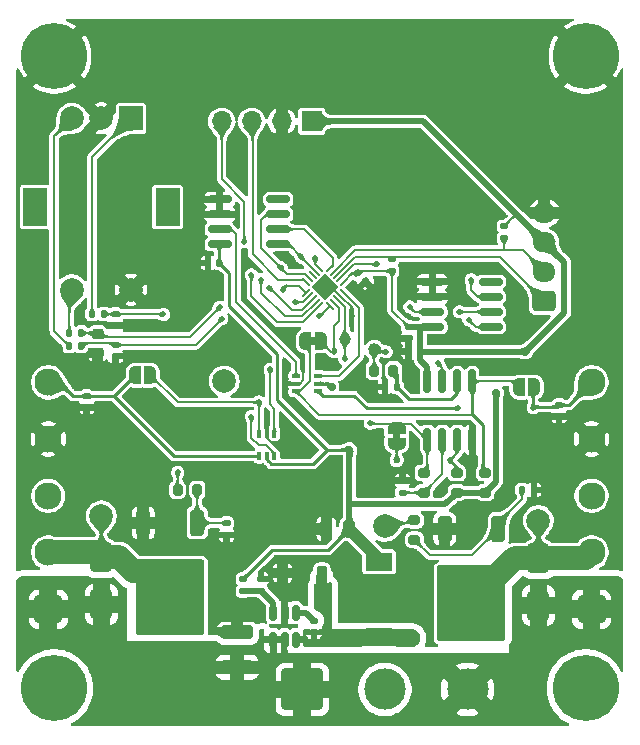
<source format=gtl>
%TF.GenerationSoftware,KiCad,Pcbnew,9.99.0-679-g5f620f0fa1*%
%TF.CreationDate,2025-04-01T17:44:36+06:00*%
%TF.ProjectId,hakko_station,68616b6b-6f5f-4737-9461-74696f6e2e6b,rev?*%
%TF.SameCoordinates,Original*%
%TF.FileFunction,Copper,L1,Top*%
%TF.FilePolarity,Positive*%
%FSLAX46Y46*%
G04 Gerber Fmt 4.6, Leading zero omitted, Abs format (unit mm)*
G04 Created by KiCad (PCBNEW 9.99.0-679-g5f620f0fa1) date 2025-04-01 17:44:36*
%MOMM*%
%LPD*%
G01*
G04 APERTURE LIST*
G04 Aperture macros list*
%AMRoundRect*
0 Rectangle with rounded corners*
0 $1 Rounding radius*
0 $2 $3 $4 $5 $6 $7 $8 $9 X,Y pos of 4 corners*
0 Add a 4 corners polygon primitive as box body*
4,1,4,$2,$3,$4,$5,$6,$7,$8,$9,$2,$3,0*
0 Add four circle primitives for the rounded corners*
1,1,$1+$1,$2,$3*
1,1,$1+$1,$4,$5*
1,1,$1+$1,$6,$7*
1,1,$1+$1,$8,$9*
0 Add four rect primitives between the rounded corners*
20,1,$1+$1,$2,$3,$4,$5,0*
20,1,$1+$1,$4,$5,$6,$7,0*
20,1,$1+$1,$6,$7,$8,$9,0*
20,1,$1+$1,$8,$9,$2,$3,0*%
%AMRotRect*
0 Rectangle, with rotation*
0 The origin of the aperture is its center*
0 $1 length*
0 $2 width*
0 $3 Rotation angle, in degrees counterclockwise*
0 Add horizontal line*
21,1,$1,$2,0,0,$3*%
%AMFreePoly0*
4,1,23,0.500000,-0.750000,0.000000,-0.750000,0.000000,-0.745722,-0.065263,-0.745722,-0.191342,-0.711940,-0.304381,-0.646677,-0.396677,-0.554381,-0.461940,-0.441342,-0.495722,-0.315263,-0.495722,-0.250000,-0.500000,-0.250000,-0.500000,0.250000,-0.495722,0.250000,-0.495722,0.315263,-0.461940,0.441342,-0.396677,0.554381,-0.304381,0.646677,-0.191342,0.711940,-0.065263,0.745722,0.000000,0.745722,
0.000000,0.750000,0.500000,0.750000,0.500000,-0.750000,0.500000,-0.750000,$1*%
%AMFreePoly1*
4,1,23,0.000000,0.745722,0.065263,0.745722,0.191342,0.711940,0.304381,0.646677,0.396677,0.554381,0.461940,0.441342,0.495722,0.315263,0.495722,0.250000,0.500000,0.250000,0.500000,-0.250000,0.495722,-0.250000,0.495722,-0.315263,0.461940,-0.441342,0.396677,-0.554381,0.304381,-0.646677,0.191342,-0.711940,0.065263,-0.745722,0.000000,-0.745722,0.000000,-0.750000,-0.500000,-0.750000,
-0.500000,0.750000,0.000000,0.750000,0.000000,0.745722,0.000000,0.745722,$1*%
G04 Aperture macros list end*
%TA.AperFunction,EtchedComponent*%
%ADD10C,0.000000*%
%TD*%
%TA.AperFunction,ComponentPad*%
%ADD11R,2.000000X2.000000*%
%TD*%
%TA.AperFunction,ComponentPad*%
%ADD12C,2.000000*%
%TD*%
%TA.AperFunction,ComponentPad*%
%ADD13R,2.000000X3.200000*%
%TD*%
%TA.AperFunction,ComponentPad*%
%ADD14RoundRect,0.250001X0.899999X-0.899999X0.899999X0.899999X-0.899999X0.899999X-0.899999X-0.899999X0*%
%TD*%
%TA.AperFunction,ComponentPad*%
%ADD15C,2.300000*%
%TD*%
%TA.AperFunction,ComponentPad*%
%ADD16C,5.600000*%
%TD*%
%TA.AperFunction,SMDPad,CuDef*%
%ADD17RoundRect,0.150000X-0.150000X0.512500X-0.150000X-0.512500X0.150000X-0.512500X0.150000X0.512500X0*%
%TD*%
%TA.AperFunction,SMDPad,CuDef*%
%ADD18RoundRect,0.200000X0.200000X0.275000X-0.200000X0.275000X-0.200000X-0.275000X0.200000X-0.275000X0*%
%TD*%
%TA.AperFunction,SMDPad,CuDef*%
%ADD19RoundRect,0.200000X0.275000X-0.200000X0.275000X0.200000X-0.275000X0.200000X-0.275000X-0.200000X0*%
%TD*%
%TA.AperFunction,SMDPad,CuDef*%
%ADD20RoundRect,0.225000X-0.250000X0.225000X-0.250000X-0.225000X0.250000X-0.225000X0.250000X0.225000X0*%
%TD*%
%TA.AperFunction,SMDPad,CuDef*%
%ADD21RoundRect,0.135000X-0.185000X0.135000X-0.185000X-0.135000X0.185000X-0.135000X0.185000X0.135000X0*%
%TD*%
%TA.AperFunction,SMDPad,CuDef*%
%ADD22RoundRect,0.250000X-0.350000X0.850000X-0.350000X-0.850000X0.350000X-0.850000X0.350000X0.850000X0*%
%TD*%
%TA.AperFunction,SMDPad,CuDef*%
%ADD23RoundRect,0.250000X-1.125000X1.275000X-1.125000X-1.275000X1.125000X-1.275000X1.125000X1.275000X0*%
%TD*%
%TA.AperFunction,SMDPad,CuDef*%
%ADD24RoundRect,0.249997X-2.650003X2.950003X-2.650003X-2.950003X2.650003X-2.950003X2.650003X2.950003X0*%
%TD*%
%TA.AperFunction,SMDPad,CuDef*%
%ADD25RoundRect,0.135000X0.185000X-0.135000X0.185000X0.135000X-0.185000X0.135000X-0.185000X-0.135000X0*%
%TD*%
%TA.AperFunction,SMDPad,CuDef*%
%ADD26RoundRect,0.100000X-0.225000X-0.100000X0.225000X-0.100000X0.225000X0.100000X-0.225000X0.100000X0*%
%TD*%
%TA.AperFunction,SMDPad,CuDef*%
%ADD27FreePoly0,180.000000*%
%TD*%
%TA.AperFunction,SMDPad,CuDef*%
%ADD28FreePoly1,180.000000*%
%TD*%
%TA.AperFunction,SMDPad,CuDef*%
%ADD29RoundRect,0.250000X1.100000X-0.325000X1.100000X0.325000X-1.100000X0.325000X-1.100000X-0.325000X0*%
%TD*%
%TA.AperFunction,SMDPad,CuDef*%
%ADD30RoundRect,0.200000X-0.275000X0.200000X-0.275000X-0.200000X0.275000X-0.200000X0.275000X0.200000X0*%
%TD*%
%TA.AperFunction,ComponentPad*%
%ADD31R,1.700000X1.700000*%
%TD*%
%TA.AperFunction,ComponentPad*%
%ADD32O,1.700000X1.700000*%
%TD*%
%TA.AperFunction,SMDPad,CuDef*%
%ADD33RoundRect,0.250000X0.650000X-1.000000X0.650000X1.000000X-0.650000X1.000000X-0.650000X-1.000000X0*%
%TD*%
%TA.AperFunction,SMDPad,CuDef*%
%ADD34RoundRect,0.050000X0.300520X-0.229810X-0.229810X0.300520X-0.300520X0.229810X0.229810X-0.300520X0*%
%TD*%
%TA.AperFunction,SMDPad,CuDef*%
%ADD35RoundRect,0.050000X0.300520X0.229810X0.229810X0.300520X-0.300520X-0.229810X-0.229810X-0.300520X0*%
%TD*%
%TA.AperFunction,HeatsinkPad*%
%ADD36C,0.500000*%
%TD*%
%TA.AperFunction,HeatsinkPad*%
%ADD37RotRect,1.650000X1.650000X135.000000*%
%TD*%
%TA.AperFunction,SMDPad,CuDef*%
%ADD38RoundRect,0.150000X-0.825000X-0.150000X0.825000X-0.150000X0.825000X0.150000X-0.825000X0.150000X0*%
%TD*%
%TA.AperFunction,SMDPad,CuDef*%
%ADD39RoundRect,0.140000X0.140000X0.170000X-0.140000X0.170000X-0.140000X-0.170000X0.140000X-0.170000X0*%
%TD*%
%TA.AperFunction,SMDPad,CuDef*%
%ADD40R,2.200000X1.500000*%
%TD*%
%TA.AperFunction,SMDPad,CuDef*%
%ADD41RoundRect,0.200000X-0.200000X-0.275000X0.200000X-0.275000X0.200000X0.275000X-0.200000X0.275000X0*%
%TD*%
%TA.AperFunction,SMDPad,CuDef*%
%ADD42FreePoly0,90.000000*%
%TD*%
%TA.AperFunction,SMDPad,CuDef*%
%ADD43FreePoly1,90.000000*%
%TD*%
%TA.AperFunction,SMDPad,CuDef*%
%ADD44RoundRect,0.150000X0.150000X-0.825000X0.150000X0.825000X-0.150000X0.825000X-0.150000X-0.825000X0*%
%TD*%
%TA.AperFunction,SMDPad,CuDef*%
%ADD45RoundRect,0.140000X-0.170000X0.140000X-0.170000X-0.140000X0.170000X-0.140000X0.170000X0.140000X0*%
%TD*%
%TA.AperFunction,SMDPad,CuDef*%
%ADD46RoundRect,0.225000X0.225000X0.375000X-0.225000X0.375000X-0.225000X-0.375000X0.225000X-0.375000X0*%
%TD*%
%TA.AperFunction,SMDPad,CuDef*%
%ADD47RoundRect,0.140000X-0.219203X-0.021213X-0.021213X-0.219203X0.219203X0.021213X0.021213X0.219203X0*%
%TD*%
%TA.AperFunction,SMDPad,CuDef*%
%ADD48FreePoly0,0.000000*%
%TD*%
%TA.AperFunction,SMDPad,CuDef*%
%ADD49FreePoly1,0.000000*%
%TD*%
%TA.AperFunction,SMDPad,CuDef*%
%ADD50C,1.000000*%
%TD*%
%TA.AperFunction,SMDPad,CuDef*%
%ADD51RoundRect,0.100000X-0.100000X0.225000X-0.100000X-0.225000X0.100000X-0.225000X0.100000X0.225000X0*%
%TD*%
%TA.AperFunction,ComponentPad*%
%ADD52RoundRect,0.250000X0.725000X-0.600000X0.725000X0.600000X-0.725000X0.600000X-0.725000X-0.600000X0*%
%TD*%
%TA.AperFunction,ComponentPad*%
%ADD53O,1.950000X1.700000*%
%TD*%
%TA.AperFunction,ComponentPad*%
%ADD54RoundRect,0.250002X-1.499998X-1.499998X1.499998X-1.499998X1.499998X1.499998X-1.499998X1.499998X0*%
%TD*%
%TA.AperFunction,ComponentPad*%
%ADD55C,3.500000*%
%TD*%
%TA.AperFunction,SMDPad,CuDef*%
%ADD56RoundRect,0.135000X0.135000X0.185000X-0.135000X0.185000X-0.135000X-0.185000X0.135000X-0.185000X0*%
%TD*%
%TA.AperFunction,SMDPad,CuDef*%
%ADD57RoundRect,0.135000X-0.135000X-0.185000X0.135000X-0.185000X0.135000X0.185000X-0.135000X0.185000X0*%
%TD*%
%TA.AperFunction,SMDPad,CuDef*%
%ADD58RoundRect,0.250000X0.250000X0.475000X-0.250000X0.475000X-0.250000X-0.475000X0.250000X-0.475000X0*%
%TD*%
%TA.AperFunction,ViaPad*%
%ADD59C,0.600000*%
%TD*%
%TA.AperFunction,ViaPad*%
%ADD60C,0.700000*%
%TD*%
%TA.AperFunction,ViaPad*%
%ADD61C,0.500000*%
%TD*%
%TA.AperFunction,Conductor*%
%ADD62C,0.200000*%
%TD*%
%TA.AperFunction,Conductor*%
%ADD63C,0.250000*%
%TD*%
%TA.AperFunction,Conductor*%
%ADD64C,0.500000*%
%TD*%
%TA.AperFunction,Conductor*%
%ADD65C,1.000000*%
%TD*%
%TA.AperFunction,Conductor*%
%ADD66C,2.000000*%
%TD*%
G04 APERTURE END LIST*
D10*
%TA.AperFunction,EtchedComponent*%
%TO.C,JP3*%
G36*
X103800000Y-103400000D02*
G01*
X103200000Y-103400000D01*
X103200000Y-102900000D01*
X103800000Y-102900000D01*
X103800000Y-103400000D01*
G37*
%TD.AperFunction*%
%TA.AperFunction,EtchedComponent*%
%TO.C,JP4*%
G36*
X96650000Y-95400000D02*
G01*
X96150000Y-95400000D01*
X96150000Y-94800000D01*
X96650000Y-94800000D01*
X96650000Y-95400000D01*
G37*
%TD.AperFunction*%
%TD*%
D11*
%TO.P,SW1,A,A*%
%TO.N,Net-(R5-Pad2)*%
X81000000Y-76250000D03*
D12*
%TO.P,SW1,B,B*%
%TO.N,Net-(R10-Pad2)*%
X76000000Y-76250000D03*
%TO.P,SW1,C,C*%
%TO.N,GND*%
X78500000Y-76250000D03*
D13*
%TO.P,SW1,MP,MP*%
%TO.N,unconnected-(SW1-PadMP)_1*%
X84100000Y-83750000D03*
%TO.N,unconnected-(SW1-PadMP)*%
X72900000Y-83750000D03*
D12*
%TO.P,SW1,S1,S1*%
%TO.N,Net-(R8-Pad1)*%
X76000000Y-90750000D03*
%TO.P,SW1,S2,S2*%
%TO.N,GND*%
X81000000Y-90750000D03*
%TD*%
D14*
%TO.P,J3,1*%
%TO.N,+24V*%
X74000000Y-117800000D03*
D15*
%TO.P,J3,2*%
%TO.N,/HTR_0-*%
X74000000Y-113000000D03*
%TO.P,J3,3*%
%TO.N,Earth*%
X74000000Y-108200000D03*
%TO.P,J3,4*%
%TO.N,GND*%
X74000000Y-103400000D03*
%TO.P,J3,5*%
%TO.N,/SENS0+*%
X74000000Y-98600000D03*
%TD*%
D16*
%TO.P,H2,1,1*%
%TO.N,GND*%
X119500000Y-71000000D03*
%TD*%
D17*
%TO.P,U1,1,BS*%
%TO.N,Net-(U1-BS)*%
X94950000Y-118112500D03*
%TO.P,U1,2,GND*%
%TO.N,GND*%
X94000000Y-118112500D03*
%TO.P,U1,3,FB*%
%TO.N,Net-(U1-FB)*%
X93050000Y-118112500D03*
%TO.P,U1,4,EN*%
%TO.N,+24V*%
X93050000Y-120387500D03*
%TO.P,U1,5,VIN*%
X94000000Y-120387500D03*
%TO.P,U1,6,LX*%
%TO.N,Net-(D1-K)*%
X94950000Y-120387500D03*
%TD*%
D18*
%TO.P,R14,1*%
%TO.N,Net-(U2B--)*%
X103225000Y-97600000D03*
%TO.P,R14,2*%
%TO.N,/OPA1_OUT*%
X101575000Y-97600000D03*
%TD*%
D19*
%TO.P,R3,1*%
%TO.N,+5V*%
X108600000Y-107925000D03*
%TO.P,R3,2*%
%TO.N,/SENS0_PTC+*%
X108600000Y-106275000D03*
%TD*%
D20*
%TO.P,C7,1*%
%TO.N,/ENC_SW*%
X78190000Y-94525000D03*
%TO.P,C7,2*%
%TO.N,GND*%
X78190000Y-96075000D03*
%TD*%
D21*
%TO.P,R9,1*%
%TO.N,GND*%
X104000000Y-106905707D03*
%TO.P,R9,2*%
%TO.N,Net-(U2A--)*%
X104000000Y-107925707D03*
%TD*%
D22*
%TO.P,Q1,1,G*%
%TO.N,Net-(Q1-G)*%
X86607500Y-110500000D03*
D23*
%TO.P,Q1,2,D*%
%TO.N,/HTR_0-*%
X85852500Y-115125000D03*
X82802500Y-115125000D03*
D24*
X84327500Y-116800000D03*
D23*
X85852500Y-118475000D03*
X82802500Y-118475000D03*
D22*
%TO.P,Q1,3,S*%
%TO.N,GND*%
X82047500Y-110500000D03*
%TD*%
D25*
%TO.P,R2,1*%
%TO.N,Net-(U1-FB)*%
X92000000Y-116260000D03*
%TO.P,R2,2*%
%TO.N,GND*%
X92000000Y-115240000D03*
%TD*%
D26*
%TO.P,U4,1*%
%TO.N,/SENS1_TH+*%
X94950000Y-98050000D03*
%TO.P,U4,2,GND*%
%TO.N,GND*%
X94950000Y-98700000D03*
%TO.P,U4,3*%
%TO.N,/SENS1_PTC+*%
X94950000Y-99350000D03*
%TO.P,U4,4*%
%TO.N,/SENS1+*%
X96850000Y-99350000D03*
%TO.P,U4,5,V+*%
%TO.N,+5V*%
X96850000Y-98700000D03*
%TO.P,U4,6*%
%TO.N,/SENS1_CTL*%
X96850000Y-98050000D03*
%TD*%
D27*
%TO.P,JP2,1,A*%
%TO.N,/SENS1+*%
X115150000Y-99000000D03*
D28*
%TO.P,JP2,2,B*%
%TO.N,/SENS1_PTC+*%
X113850000Y-99000000D03*
%TD*%
D21*
%TO.P,R1,1*%
%TO.N,+5V*%
X90500000Y-115240000D03*
%TO.P,R1,2*%
%TO.N,Net-(U1-FB)*%
X90500000Y-116260000D03*
%TD*%
D29*
%TO.P,C2,1*%
%TO.N,+24V*%
X90000000Y-122725000D03*
%TO.P,C2,2*%
%TO.N,GND*%
X90000000Y-119775000D03*
%TD*%
D30*
%TO.P,R12,1*%
%TO.N,/PWM_HTR1*%
X105000000Y-110275000D03*
%TO.P,R12,2*%
%TO.N,Net-(Q2-G)*%
X105000000Y-111925000D03*
%TD*%
D31*
%TO.P,J5,1,Pin_1*%
%TO.N,+5V*%
X96300000Y-76500000D03*
D32*
%TO.P,J5,2,Pin_2*%
%TO.N,GND*%
X93760000Y-76500000D03*
%TO.P,J5,3,Pin_3*%
%TO.N,/SWIO*%
X91220000Y-76500000D03*
%TO.P,J5,4,Pin_4*%
%TO.N,/NRST*%
X88680000Y-76500000D03*
%TD*%
D21*
%TO.P,R16,1*%
%TO.N,+5V*%
X112600000Y-85390000D03*
%TO.P,R16,2*%
%TO.N,/I2C_SCL*%
X112600000Y-86410000D03*
%TD*%
D33*
%TO.P,D3,1,K*%
%TO.N,+24V*%
X115500000Y-117500000D03*
%TO.P,D3,2,A*%
%TO.N,/HTR_1-*%
X115500000Y-113500000D03*
%TD*%
D19*
%TO.P,R6,1*%
%TO.N,Net-(U2A--)*%
X105800000Y-107925000D03*
%TO.P,R6,2*%
%TO.N,/OPA0_OUT*%
X105800000Y-106275000D03*
%TD*%
D16*
%TO.P,H4,1,1*%
%TO.N,GND*%
X74500000Y-124500000D03*
%TD*%
D33*
%TO.P,D2,1,K*%
%TO.N,+24V*%
X78500000Y-117400000D03*
%TO.P,D2,2,A*%
%TO.N,/HTR_0-*%
X78500000Y-113400000D03*
%TD*%
D25*
%TO.P,R7,1*%
%TO.N,GND*%
X89100000Y-111520000D03*
%TO.P,R7,2*%
%TO.N,Net-(Q1-G)*%
X89100000Y-110500000D03*
%TD*%
D34*
%TO.P,U7,1,PD7*%
%TO.N,/NRST*%
X97868629Y-92131371D03*
%TO.P,U7,2,PA1*%
%TO.N,/OPA1_OUT*%
X98151472Y-91848529D03*
%TO.P,U7,3,PA2*%
%TO.N,/OPA0_OUT*%
X98434315Y-91565686D03*
%TO.P,U7,4,VSS*%
%TO.N,GND*%
X98717158Y-91282843D03*
%TO.P,U7,5,PD0*%
%TO.N,/SENS1_CTL*%
X99000000Y-91000000D03*
D35*
%TO.P,U7,6,VDD*%
%TO.N,+5V*%
X99000000Y-90080762D03*
%TO.P,U7,7,PC0*%
%TO.N,/SENS0_CTL*%
X98717158Y-89797919D03*
%TO.P,U7,8,PC1*%
%TO.N,/I2C_SDA*%
X98434315Y-89515076D03*
%TO.P,U7,9,PC2*%
%TO.N,/I2C_SCL*%
X98151472Y-89232233D03*
%TO.P,U7,10,PC3*%
%TO.N,/SPI_CS1*%
X97868629Y-88949391D03*
D34*
%TO.P,U7,11,PC4*%
%TO.N,/SPI_CS0*%
X96949391Y-88949391D03*
%TO.P,U7,12,PC5*%
%TO.N,/SPI_SCK*%
X96666548Y-89232233D03*
%TO.P,U7,13,PC6*%
%TO.N,/SPI_MOSI*%
X96383705Y-89515076D03*
%TO.P,U7,14,PC7*%
%TO.N,/SPI_MISO*%
X96100862Y-89797919D03*
%TO.P,U7,15,PD1*%
%TO.N,/SWIO*%
X95818020Y-90080762D03*
D35*
%TO.P,U7,16,PD2*%
%TO.N,/PWM_HTR0*%
X95818020Y-91000000D03*
%TO.P,U7,17,PD3*%
%TO.N,/PWM_HTR1*%
X96100862Y-91282843D03*
%TO.P,U7,18,PD4*%
%TO.N,/ENC_CLK*%
X96383705Y-91565686D03*
%TO.P,U7,19,PD5*%
%TO.N,/ENC_DT*%
X96666548Y-91848529D03*
%TO.P,U7,20,PD6*%
%TO.N,/ENC_SW*%
X96949391Y-92131371D03*
D36*
%TO.P,U7,21,VSS*%
%TO.N,GND*%
X97409010Y-91106066D03*
X97974695Y-90540381D03*
D37*
X97409010Y-90540381D03*
D36*
X96843325Y-90540381D03*
X97409010Y-89974696D03*
%TD*%
D38*
%TO.P,U5,1,GND*%
%TO.N,GND*%
X106525000Y-90095000D03*
%TO.P,U5,2,T-*%
X106525000Y-91365000D03*
%TO.P,U5,3,T+*%
%TO.N,/SENS0_TH+*%
X106525000Y-92635000D03*
%TO.P,U5,4,V_{CC}*%
%TO.N,+5V*%
X106525000Y-93905000D03*
%TO.P,U5,5,SCK*%
%TO.N,/SPI_SCK*%
X111475000Y-93905000D03*
%TO.P,U5,6,~{CS}*%
%TO.N,/SPI_CS0*%
X111475000Y-92635000D03*
%TO.P,U5,7,SO*%
%TO.N,/SPI_MISO*%
X111475000Y-91365000D03*
%TO.P,U5,8,NC*%
%TO.N,unconnected-(U5-NC-Pad8)*%
X111475000Y-90095000D03*
%TD*%
D39*
%TO.P,C12,1*%
%TO.N,+5V*%
X88480000Y-88500000D03*
%TO.P,C12,2*%
%TO.N,GND*%
X87520000Y-88500000D03*
%TD*%
D40*
%TO.P,L1,1*%
%TO.N,Net-(D1-K)*%
X102000000Y-120200000D03*
%TO.P,L1,2*%
%TO.N,+5V*%
X102000000Y-113800000D03*
%TD*%
D25*
%TO.P,R17,1*%
%TO.N,+5V*%
X103100000Y-89190000D03*
%TO.P,R17,2*%
%TO.N,/I2C_SDA*%
X103100000Y-88170000D03*
%TD*%
D16*
%TO.P,H3,1,1*%
%TO.N,GND*%
X119500000Y-124500000D03*
%TD*%
D41*
%TO.P,R4,1*%
%TO.N,/PWM_HTR0*%
X84950000Y-107700000D03*
%TO.P,R4,2*%
%TO.N,Net-(Q1-G)*%
X86600000Y-107700000D03*
%TD*%
D42*
%TO.P,JP3,1,A*%
%TO.N,/SENS0_PTC+*%
X103500000Y-103800000D03*
D43*
%TO.P,JP3,2,B*%
%TO.N,/OPA0_OUT*%
X103500000Y-102500000D03*
%TD*%
D44*
%TO.P,U2,1*%
%TO.N,/OPA0_OUT*%
X106095000Y-103475000D03*
%TO.P,U2,2,-*%
%TO.N,Net-(U2A--)*%
X107365000Y-103475000D03*
%TO.P,U2,3,+*%
%TO.N,/SENS0_PTC+*%
X108635000Y-103475000D03*
%TO.P,U2,4,V-*%
%TO.N,GND*%
X109905000Y-103475000D03*
%TO.P,U2,5,+*%
%TO.N,/SENS1_PTC+*%
X109905000Y-98525000D03*
%TO.P,U2,6,-*%
%TO.N,Net-(U2B--)*%
X108635000Y-98525000D03*
%TO.P,U2,7*%
%TO.N,/OPA1_OUT*%
X107365000Y-98525000D03*
%TO.P,U2,8,V+*%
%TO.N,+5V*%
X106095000Y-98525000D03*
%TD*%
D45*
%TO.P,C11,1*%
%TO.N,+5V*%
X104500000Y-93920000D03*
%TO.P,C11,2*%
%TO.N,GND*%
X104500000Y-94880000D03*
%TD*%
%TO.P,C6,1*%
%TO.N,/ENC_CLK*%
X79700000Y-92820000D03*
%TO.P,C6,2*%
%TO.N,GND*%
X79700000Y-93780000D03*
%TD*%
D46*
%TO.P,D1,1,K*%
%TO.N,Net-(D1-K)*%
X97150000Y-114750000D03*
%TO.P,D1,2,A*%
%TO.N,GND*%
X93850000Y-114750000D03*
%TD*%
D47*
%TO.P,C10,1*%
%TO.N,+5V*%
X100160589Y-89360589D03*
%TO.P,C10,2*%
%TO.N,GND*%
X100839411Y-90039411D03*
%TD*%
D48*
%TO.P,JP4,1,A*%
%TO.N,/SENS1_PTC+*%
X95750000Y-95100000D03*
D49*
%TO.P,JP4,2,B*%
%TO.N,/OPA1_OUT*%
X97050000Y-95100000D03*
%TD*%
D12*
%TO.P,TP6,1,1*%
%TO.N,/PWM_HTR1*%
X102497000Y-110800000D03*
%TD*%
D39*
%TO.P,C8,1*%
%TO.N,+5V*%
X105480000Y-96000000D03*
%TO.P,C8,2*%
%TO.N,GND*%
X104520000Y-96000000D03*
%TD*%
D16*
%TO.P,H1,1,1*%
%TO.N,GND*%
X74500000Y-71000000D03*
%TD*%
D50*
%TO.P,TP3,1,1*%
%TO.N,/OPA0_OUT*%
X99100000Y-94900000D03*
%TD*%
D48*
%TO.P,JP1,1,A*%
%TO.N,/SENS0+*%
X81350000Y-98000000D03*
D49*
%TO.P,JP1,2,B*%
%TO.N,/SENS0_PTC+*%
X82650000Y-98000000D03*
%TD*%
D22*
%TO.P,Q2,1,G*%
%TO.N,Net-(Q2-G)*%
X112107500Y-111000000D03*
D23*
%TO.P,Q2,2,D*%
%TO.N,/HTR_1-*%
X111352500Y-115625000D03*
X108302500Y-115625000D03*
D24*
X109827500Y-117300000D03*
D23*
X111352500Y-118975000D03*
X108302500Y-118975000D03*
D22*
%TO.P,Q2,3,S*%
%TO.N,GND*%
X107547500Y-111000000D03*
%TD*%
D45*
%TO.P,C9,1*%
%TO.N,/ENC_DT*%
X79690000Y-95420000D03*
%TO.P,C9,2*%
%TO.N,GND*%
X79690000Y-96380000D03*
%TD*%
D51*
%TO.P,U3,1*%
%TO.N,/SENS0_TH+*%
X93150000Y-102950000D03*
%TO.P,U3,2,GND*%
%TO.N,GND*%
X92500000Y-102950000D03*
%TO.P,U3,3*%
%TO.N,/SENS0_PTC+*%
X91850000Y-102950000D03*
%TO.P,U3,4*%
%TO.N,/SENS0+*%
X91850000Y-104850000D03*
%TO.P,U3,5,V+*%
%TO.N,+5V*%
X92500000Y-104850000D03*
%TO.P,U3,6*%
%TO.N,/SENS0_CTL*%
X93150000Y-104850000D03*
%TD*%
D19*
%TO.P,R11,1*%
%TO.N,+5V*%
X111000000Y-107925000D03*
%TO.P,R11,2*%
%TO.N,/SENS1_PTC+*%
X111000000Y-106275000D03*
%TD*%
D50*
%TO.P,TP5,1,1*%
%TO.N,/OPA1_OUT*%
X101600000Y-95800000D03*
%TD*%
D45*
%TO.P,C4,1*%
%TO.N,/SENS0+*%
X77250000Y-99770000D03*
%TO.P,C4,2*%
%TO.N,GND*%
X77250000Y-100730000D03*
%TD*%
%TO.P,C1,1*%
%TO.N,Net-(U1-BS)*%
X96500000Y-118770000D03*
%TO.P,C1,2*%
%TO.N,Net-(D1-K)*%
X96500000Y-119730000D03*
%TD*%
D52*
%TO.P,J1,1,Pin_1*%
%TO.N,/I2C_SDA*%
X116000000Y-91750000D03*
D53*
%TO.P,J1,2,Pin_2*%
%TO.N,/I2C_SCL*%
X116000000Y-89250000D03*
%TO.P,J1,3,Pin_3*%
%TO.N,+5V*%
X116000000Y-86750000D03*
%TO.P,J1,4,Pin_4*%
%TO.N,GND*%
X116000000Y-84250000D03*
%TD*%
D12*
%TO.P,TP2,1,1*%
%TO.N,/HTR_1-*%
X115500000Y-110300000D03*
%TD*%
D54*
%TO.P,J2,1,Pin_1*%
%TO.N,+24V*%
X95500000Y-124600000D03*
D55*
%TO.P,J2,2,Pin_2*%
%TO.N,GND*%
X102500000Y-124600000D03*
%TO.P,J2,3,Pin_3*%
%TO.N,+24V*%
X109500000Y-124600000D03*
%TD*%
D56*
%TO.P,R5,1*%
%TO.N,/ENC_CLK*%
X78710000Y-92800000D03*
%TO.P,R5,2*%
%TO.N,Net-(R5-Pad2)*%
X77690000Y-92800000D03*
%TD*%
D38*
%TO.P,U6,1,GND*%
%TO.N,GND*%
X88525000Y-83095000D03*
%TO.P,U6,2,T-*%
X88525000Y-84365000D03*
%TO.P,U6,3,T+*%
%TO.N,/SENS1_TH+*%
X88525000Y-85635000D03*
%TO.P,U6,4,V_{CC}*%
%TO.N,+5V*%
X88525000Y-86905000D03*
%TO.P,U6,5,SCK*%
%TO.N,/SPI_SCK*%
X93475000Y-86905000D03*
%TO.P,U6,6,~{CS}*%
%TO.N,/SPI_CS1*%
X93475000Y-85635000D03*
%TO.P,U6,7,SO*%
%TO.N,/SPI_MISO*%
X93475000Y-84365000D03*
%TO.P,U6,8,NC*%
%TO.N,unconnected-(U6-NC-Pad8)*%
X93475000Y-83095000D03*
%TD*%
D14*
%TO.P,J4,1*%
%TO.N,+24V*%
X120000000Y-117800000D03*
D15*
%TO.P,J4,2*%
%TO.N,/HTR_1-*%
X120000000Y-113000000D03*
%TO.P,J4,3*%
%TO.N,Earth*%
X120000000Y-108200000D03*
%TO.P,J4,4*%
%TO.N,GND*%
X120000000Y-103400000D03*
%TO.P,J4,5*%
%TO.N,/SENS1+*%
X120000000Y-98600000D03*
%TD*%
D12*
%TO.P,TP1,1,1*%
%TO.N,/HTR_0-*%
X78500000Y-109900000D03*
%TD*%
D56*
%TO.P,R13,1*%
%TO.N,GND*%
X115110000Y-107700000D03*
%TO.P,R13,2*%
%TO.N,Net-(Q2-G)*%
X114090000Y-107700000D03*
%TD*%
D45*
%TO.P,C5,1*%
%TO.N,/SENS1+*%
X117250000Y-100520000D03*
%TO.P,C5,2*%
%TO.N,GND*%
X117250000Y-101480000D03*
%TD*%
D57*
%TO.P,R15,1*%
%TO.N,GND*%
X102490000Y-99000000D03*
%TO.P,R15,2*%
%TO.N,Net-(U2B--)*%
X103510000Y-99000000D03*
%TD*%
D56*
%TO.P,R10,1*%
%TO.N,/ENC_DT*%
X76800000Y-95500000D03*
%TO.P,R10,2*%
%TO.N,Net-(R10-Pad2)*%
X75780000Y-95500000D03*
%TD*%
D57*
%TO.P,R8,1*%
%TO.N,Net-(R8-Pad1)*%
X75790000Y-94400000D03*
%TO.P,R8,2*%
%TO.N,/ENC_SW*%
X76810000Y-94400000D03*
%TD*%
D58*
%TO.P,C3,1*%
%TO.N,+5V*%
X99450000Y-111000000D03*
%TO.P,C3,2*%
%TO.N,GND*%
X97550000Y-111000000D03*
%TD*%
D12*
%TO.P,TP4,1,1*%
%TO.N,/PWM_HTR0*%
X88900000Y-98500000D03*
%TD*%
D59*
%TO.N,GND*%
X75917257Y-78501750D03*
X120917257Y-78501750D03*
X97600000Y-96900000D03*
X90917257Y-108501750D03*
D60*
X104900000Y-90100000D03*
X90000000Y-118400000D03*
D59*
X100917257Y-73501750D03*
X110917257Y-73501750D03*
D60*
X90100000Y-111500000D03*
D59*
X90917257Y-68501750D03*
X105917257Y-78501750D03*
X120917257Y-88501750D03*
X80917257Y-83501750D03*
X115917257Y-73501750D03*
D60*
X78200000Y-100700000D03*
D61*
X90600000Y-78500000D03*
D59*
X95917257Y-83501750D03*
X115917257Y-103501750D03*
X100917257Y-118501750D03*
X85917257Y-83501750D03*
X75917257Y-83501750D03*
X100917257Y-83501750D03*
X75917257Y-108501750D03*
X80917257Y-103501750D03*
D60*
X93850000Y-116300000D03*
D59*
X85917257Y-68501750D03*
X95917257Y-73501750D03*
D60*
X98100000Y-102700000D03*
D59*
X100917257Y-103501750D03*
D61*
X93700000Y-87800000D03*
D60*
X115110000Y-106500000D03*
X101400000Y-99000000D03*
D59*
X80917257Y-88501750D03*
X80917257Y-108501750D03*
X120917257Y-83501750D03*
D60*
X103500000Y-94880000D03*
D59*
X115917257Y-78501750D03*
X75917257Y-88501750D03*
X80917257Y-68501750D03*
D60*
X99600000Y-98700000D03*
D59*
X105917257Y-118501750D03*
X105917257Y-68501750D03*
X120917257Y-93501750D03*
X110917257Y-68501750D03*
D60*
X96300000Y-111000000D03*
D59*
X110917257Y-78501750D03*
D60*
X94500000Y-104500000D03*
D59*
X85917257Y-78501750D03*
X100917257Y-78501750D03*
X85917257Y-98501750D03*
X95917257Y-78501750D03*
X80917257Y-78501750D03*
X105917257Y-83501750D03*
X85917257Y-88501750D03*
D60*
X103000000Y-106900000D03*
D59*
X95917257Y-68501750D03*
D60*
X83200000Y-110500000D03*
D59*
X85917257Y-103501750D03*
X100917257Y-68501750D03*
X105917257Y-73501750D03*
D61*
X94900000Y-88700000D03*
D59*
X93300000Y-94200000D03*
D61*
X92500000Y-101800000D03*
D59*
X85917257Y-73501750D03*
X115917257Y-68501750D03*
X90917257Y-73501750D03*
X110917257Y-83501750D03*
X75917257Y-103501750D03*
D61*
X95300000Y-96300000D03*
D60*
X108900000Y-111000000D03*
X80750000Y-93750000D03*
D61*
X99700000Y-93000000D03*
D60*
X109900000Y-105200000D03*
D59*
X92000000Y-98900000D03*
D60*
X106100000Y-111000000D03*
D59*
X80917257Y-73501750D03*
D60*
X101600000Y-90800000D03*
%TO.N,+5V*%
X99500000Y-104300000D03*
X98000000Y-99000000D03*
X111926000Y-99500000D03*
X114400000Y-96000000D03*
D61*
%TO.N,/SENS1+*%
X108675000Y-100800000D03*
X115050000Y-100750000D03*
%TO.N,/NRST*%
X90600000Y-86700000D03*
X96900000Y-93000000D03*
%TO.N,/SENS0_PTC+*%
X108000000Y-105200000D03*
D59*
X103500000Y-105200000D03*
D61*
X91850000Y-100250000D03*
%TO.N,/PWM_HTR0*%
X93861091Y-90738909D03*
X84950000Y-106200000D03*
%TO.N,/OPA0_OUT*%
X99100000Y-96650000D03*
X101250000Y-102050000D03*
%TO.N,/PWM_HTR1*%
X94900000Y-91800000D03*
%TO.N,/OPA1_OUT*%
X107000000Y-97000000D03*
X98200000Y-96000000D03*
X102600000Y-96000000D03*
%TO.N,/SENS0_CTL*%
X101800000Y-88600000D03*
X91200000Y-101500000D03*
%TO.N,/SPI_CS0*%
X108800000Y-92635000D03*
X96600000Y-88100000D03*
%TO.N,/SPI_SCK*%
X95417158Y-87982842D03*
X109600000Y-93300000D03*
%TO.N,/SPI_MISO*%
X109800000Y-89900000D03*
X93700000Y-88900000D03*
%TO.N,/ENC_CLK*%
X92700000Y-90600000D03*
X83750000Y-92850000D03*
%TO.N,/ENC_SW*%
X88500000Y-92250000D03*
X91200000Y-89500000D03*
%TO.N,/ENC_DT*%
X88700000Y-93200000D03*
X92000000Y-89900000D03*
%TO.N,/SENS0_TH+*%
X92774000Y-97500000D03*
X104600000Y-92200000D03*
%TD*%
D62*
%TO.N,GND*%
X94500000Y-104500000D02*
X93725000Y-104500000D01*
X95274999Y-98700000D02*
X94950000Y-98700000D01*
X95576000Y-96476000D02*
X95576000Y-98398999D01*
D63*
X118080000Y-101480000D02*
X120000000Y-103400000D01*
X94900000Y-88700000D02*
X94750000Y-88700000D01*
D62*
X98717158Y-91282843D02*
X97974695Y-90540381D01*
X95576000Y-98398999D02*
X95274999Y-98700000D01*
D63*
X93850000Y-87800000D02*
X93700000Y-87800000D01*
D62*
X95400000Y-96300000D02*
X95576000Y-96476000D01*
X92500000Y-103275000D02*
X92500000Y-102950000D01*
X95300000Y-96300000D02*
X95400000Y-96300000D01*
X99775000Y-92925000D02*
X99775000Y-92340686D01*
X99775000Y-92340686D02*
X98717158Y-91282844D01*
D63*
X76670000Y-100730000D02*
X77250000Y-100730000D01*
D62*
X98717158Y-91282844D02*
X98717158Y-91282843D01*
D63*
X117250000Y-101480000D02*
X118080000Y-101480000D01*
X74000000Y-103400000D02*
X76670000Y-100730000D01*
D62*
X99700000Y-93000000D02*
X99775000Y-92925000D01*
D63*
X94750000Y-88700000D02*
X93850000Y-87800000D01*
D62*
X93725000Y-104500000D02*
X92500000Y-103275000D01*
D64*
%TO.N,+5V*%
X99450000Y-111000000D02*
X99500000Y-110950000D01*
X104500000Y-93920000D02*
X105500000Y-93920000D01*
X106510000Y-93920000D02*
X106525000Y-93905000D01*
D63*
X92940000Y-112800000D02*
X97650000Y-112800000D01*
D64*
X106095000Y-97295000D02*
X105480000Y-96680000D01*
D62*
X112600000Y-85390000D02*
X112610000Y-85390000D01*
D64*
X105480000Y-96000000D02*
X105480000Y-93940000D01*
D63*
X93400000Y-100108636D02*
X97591364Y-104300000D01*
D64*
X106095000Y-98525000D02*
X106095000Y-97295000D01*
X99500000Y-109000000D02*
X99500000Y-105700000D01*
X105480000Y-93940000D02*
X105500000Y-93920000D01*
X99500000Y-105700000D02*
X99500000Y-104300000D01*
D63*
X88480000Y-86950000D02*
X88525000Y-86905000D01*
X89300000Y-89320000D02*
X89300000Y-92100000D01*
D62*
X100160589Y-89360589D02*
X100331178Y-89190000D01*
D63*
X89300000Y-92100000D02*
X93400000Y-96200000D01*
X92500000Y-105130226D02*
X92870774Y-105501000D01*
D64*
X99600000Y-108900000D02*
X107625000Y-108900000D01*
D62*
X100331178Y-89190000D02*
X103100000Y-89190000D01*
D64*
X113625000Y-84375000D02*
X113175000Y-83925000D01*
X105480000Y-96680000D02*
X105480000Y-96000000D01*
D63*
X97650000Y-112800000D02*
X99450000Y-111000000D01*
D62*
X112610000Y-85390000D02*
X113625000Y-84375000D01*
D64*
X107625000Y-108900000D02*
X108600000Y-107925000D01*
D63*
X96850000Y-98700000D02*
X97700000Y-98700000D01*
D64*
X114400000Y-96000000D02*
X117700000Y-92700000D01*
X105500000Y-93920000D02*
X106510000Y-93920000D01*
X111926000Y-106999000D02*
X111000000Y-107925000D01*
X111926000Y-99500000D02*
X111926000Y-106999000D01*
D63*
X93400000Y-96200000D02*
X93400000Y-100108636D01*
D64*
X113175000Y-83925000D02*
X105750000Y-76500000D01*
D62*
X103100000Y-92520000D02*
X104500000Y-93920000D01*
D63*
X88480000Y-88500000D02*
X88480000Y-86950000D01*
X92870774Y-105501000D02*
X96390364Y-105501000D01*
D65*
X102000000Y-113550000D02*
X99450000Y-111000000D01*
D62*
X99720173Y-89360589D02*
X99000000Y-90080762D01*
X100160589Y-89360589D02*
X99720173Y-89360589D01*
D65*
X102000000Y-113800000D02*
X102000000Y-113550000D01*
D63*
X97700000Y-98700000D02*
X98000000Y-99000000D01*
D64*
X114400000Y-96000000D02*
X105480000Y-96000000D01*
D63*
X92500000Y-104850000D02*
X92500000Y-105130226D01*
D64*
X105750000Y-76500000D02*
X96300000Y-76500000D01*
X117700000Y-88450000D02*
X116000000Y-86750000D01*
X116000000Y-86750000D02*
X113625000Y-84375000D01*
X99500000Y-110950000D02*
X99500000Y-109000000D01*
D63*
X97591364Y-104300000D02*
X99500000Y-104300000D01*
D64*
X108600000Y-107925000D02*
X111000000Y-107925000D01*
D62*
X103100000Y-89190000D02*
X103100000Y-92520000D01*
D64*
X117700000Y-92700000D02*
X117700000Y-88450000D01*
D63*
X90500000Y-115240000D02*
X92940000Y-112800000D01*
D64*
X99500000Y-109000000D02*
X99600000Y-108900000D01*
D63*
X88480000Y-88500000D02*
X89300000Y-89320000D01*
X96390364Y-105501000D02*
X97591364Y-104300000D01*
D64*
%TO.N,Net-(U1-BS)*%
X94950000Y-118112500D02*
X95842500Y-118112500D01*
X95842500Y-118112500D02*
X96500000Y-118770000D01*
D63*
%TO.N,/SENS0+*%
X84660000Y-104850000D02*
X79580000Y-99770000D01*
X79580000Y-99770000D02*
X77250000Y-99770000D01*
X77250000Y-99770000D02*
X76120000Y-99770000D01*
X81350000Y-98000000D02*
X79580000Y-99770000D01*
X91850000Y-104850000D02*
X84660000Y-104850000D01*
X76120000Y-99770000D02*
X74000000Y-97650000D01*
%TO.N,/SENS1+*%
X115050000Y-100750000D02*
X115125000Y-100675000D01*
X115125000Y-100675000D02*
X117095000Y-100675000D01*
X117250000Y-100520000D02*
X118080000Y-100520000D01*
X118080000Y-100520000D02*
X120000000Y-98600000D01*
X99906123Y-99750000D02*
X97250000Y-99750000D01*
X100956123Y-100800000D02*
X99906123Y-99750000D01*
X97250000Y-99750000D02*
X96850000Y-99350000D01*
X117095000Y-100675000D02*
X117250000Y-100520000D01*
X108675000Y-100800000D02*
X100956123Y-100800000D01*
X115050000Y-99100000D02*
X115150000Y-99000000D01*
X115050000Y-100750000D02*
X115050000Y-99100000D01*
D64*
%TO.N,Net-(U1-FB)*%
X93050000Y-117310000D02*
X92000000Y-116260000D01*
X93050000Y-118112500D02*
X93050000Y-117310000D01*
X92000000Y-116260000D02*
X90500000Y-116260000D01*
D62*
%TO.N,Net-(R5-Pad2)*%
X77690000Y-79560000D02*
X77690000Y-92800000D01*
X81000000Y-76250000D02*
X77690000Y-79560000D01*
%TO.N,Net-(U2A--)*%
X104000000Y-107925707D02*
X105799293Y-107925707D01*
X107365000Y-106360000D02*
X105800000Y-107925000D01*
X107365000Y-103475000D02*
X107365000Y-106360000D01*
X105799293Y-107925707D02*
X105800000Y-107925000D01*
%TO.N,Net-(R8-Pad1)*%
X75790000Y-90960000D02*
X76000000Y-90750000D01*
X75790000Y-94400000D02*
X75790000Y-90960000D01*
%TO.N,Net-(R10-Pad2)*%
X74500000Y-94220000D02*
X74500000Y-77750000D01*
X74500000Y-77750000D02*
X76000000Y-76250000D01*
X75780000Y-95500000D02*
X74500000Y-94220000D01*
D63*
%TO.N,Net-(U2B--)*%
X104510000Y-100000000D02*
X108134999Y-100000000D01*
X108635000Y-99499999D02*
X108635000Y-98525000D01*
X103510000Y-99000000D02*
X104510000Y-100000000D01*
X108134999Y-100000000D02*
X108635000Y-99499999D01*
X103510000Y-99000000D02*
X103510000Y-97885000D01*
X103510000Y-97885000D02*
X103225000Y-97600000D01*
D66*
%TO.N,/HTR_0-*%
X81200000Y-114600000D02*
X82277500Y-114600000D01*
D62*
X78500000Y-109900000D02*
X78500000Y-113400000D01*
D66*
X74000000Y-113000000D02*
X78100000Y-113000000D01*
X82277500Y-114600000D02*
X82802500Y-115125000D01*
X78500000Y-113400000D02*
X80000000Y-113400000D01*
X80000000Y-113400000D02*
X81200000Y-114600000D01*
X78100000Y-113000000D02*
X78500000Y-113400000D01*
%TO.N,/HTR_1-*%
X113477500Y-113500000D02*
X111352500Y-115625000D01*
X119500000Y-113500000D02*
X120000000Y-113000000D01*
X115500000Y-113500000D02*
X113477500Y-113500000D01*
D62*
X115500000Y-110300000D02*
X115500000Y-113500000D01*
D66*
X115500000Y-113500000D02*
X119500000Y-113500000D01*
D62*
%TO.N,/I2C_SCL*%
X98151472Y-89232233D02*
X99983705Y-87400000D01*
X99983705Y-87400000D02*
X111600000Y-87400000D01*
X111600000Y-87400000D02*
X112600000Y-87400000D01*
X112600000Y-86410000D02*
X112600000Y-87400000D01*
X114150000Y-87400000D02*
X116000000Y-89250000D01*
X112600000Y-87400000D02*
X114150000Y-87400000D01*
%TO.N,/I2C_SDA*%
X112250000Y-88000000D02*
X116000000Y-91750000D01*
X99949391Y-88000000D02*
X112250000Y-88000000D01*
X98434315Y-89515076D02*
X99949391Y-88000000D01*
%TO.N,/NRST*%
X90600000Y-86700000D02*
X90600000Y-83300000D01*
X90600000Y-83300000D02*
X88680000Y-81380000D01*
X88680000Y-81380000D02*
X88680000Y-76500000D01*
X97000000Y-93000000D02*
X96900000Y-93000000D01*
X97868629Y-92131371D02*
X97000000Y-93000000D01*
%TO.N,/SWIO*%
X95818020Y-90080762D02*
X95637258Y-89900000D01*
X95637258Y-89900000D02*
X93477232Y-89900000D01*
X91300000Y-87722768D02*
X91300000Y-76580000D01*
X91300000Y-76580000D02*
X91220000Y-76500000D01*
X93477232Y-89900000D02*
X91300000Y-87722768D01*
%TO.N,/SENS0_PTC+*%
X108635000Y-104565000D02*
X108000000Y-105200000D01*
X91850000Y-100250000D02*
X91850000Y-102950000D01*
X84950000Y-100300000D02*
X82650000Y-98000000D01*
X91800000Y-100300000D02*
X84950000Y-100300000D01*
X108635000Y-103475000D02*
X108635000Y-104565000D01*
X108600000Y-105800000D02*
X108000000Y-105200000D01*
X91850000Y-100250000D02*
X91800000Y-100300000D01*
X103500000Y-105200000D02*
X103500000Y-103800000D01*
X108600000Y-106275000D02*
X108600000Y-105800000D01*
%TO.N,/SENS1_PTC+*%
X109930000Y-98500000D02*
X109905000Y-98525000D01*
D63*
X110800000Y-102200000D02*
X109900000Y-101300000D01*
D62*
X113850000Y-99000000D02*
X113350000Y-98500000D01*
X96150000Y-98474999D02*
X96150000Y-95500000D01*
X96150000Y-95500000D02*
X95750000Y-95100000D01*
D63*
X110800000Y-106075000D02*
X110800000Y-102200000D01*
D62*
X109849000Y-101351000D02*
X109905000Y-101295000D01*
X113350000Y-98500000D02*
X109930000Y-98500000D01*
X95274999Y-99350000D02*
X96150000Y-98474999D01*
X94950000Y-99350000D02*
X96951000Y-101351000D01*
D63*
X109900000Y-101300000D02*
X109900000Y-98530000D01*
D62*
X94950000Y-99350000D02*
X95274999Y-99350000D01*
D63*
X111000000Y-106275000D02*
X110800000Y-106075000D01*
X109900000Y-98530000D02*
X109905000Y-98525000D01*
D62*
X96951000Y-101351000D02*
X109849000Y-101351000D01*
%TO.N,Net-(Q1-G)*%
X86600000Y-110492500D02*
X86607500Y-110500000D01*
X86600000Y-107700000D02*
X86600000Y-110492500D01*
X86607500Y-110500000D02*
X89100000Y-110500000D01*
%TO.N,Net-(Q2-G)*%
X105000000Y-111925000D02*
X106275000Y-113200000D01*
X106275000Y-113200000D02*
X109907500Y-113200000D01*
X109907500Y-113200000D02*
X112107500Y-111000000D01*
X112107500Y-111000000D02*
X112107500Y-110492500D01*
X114090000Y-108510000D02*
X114090000Y-107700000D01*
X112107500Y-110492500D02*
X114090000Y-108510000D01*
%TO.N,/PWM_HTR0*%
X95218020Y-90400000D02*
X95818020Y-91000000D01*
X93861091Y-90738909D02*
X94200000Y-90400000D01*
X94200000Y-90400000D02*
X95218020Y-90400000D01*
X84950000Y-106200000D02*
X84950000Y-107700000D01*
%TO.N,/OPA0_OUT*%
X101300000Y-102100000D02*
X104720000Y-102100000D01*
X99100000Y-94648000D02*
X99100000Y-92231370D01*
X104720000Y-102100000D02*
X106095000Y-103475000D01*
X101250000Y-102050000D02*
X101300000Y-102100000D01*
X99100000Y-96650000D02*
X99100000Y-94600000D01*
X106095000Y-105980000D02*
X105800000Y-106275000D01*
X106095000Y-103475000D02*
X106095000Y-105980000D01*
X99100000Y-92231370D02*
X98434316Y-91565686D01*
X98434316Y-91565686D02*
X98434315Y-91565686D01*
%TO.N,/PWM_HTR1*%
X94900000Y-91800000D02*
X95583705Y-91800000D01*
X102500000Y-110500000D02*
X104775000Y-110500000D01*
X95583705Y-91800000D02*
X96100862Y-91282843D01*
X104775000Y-110500000D02*
X105000000Y-110275000D01*
%TO.N,/OPA1_OUT*%
X98600000Y-93400000D02*
X98600000Y-92297057D01*
X101575000Y-97600000D02*
X101575000Y-95775000D01*
X107000000Y-97000000D02*
X107365000Y-97365000D01*
X98200000Y-93800000D02*
X98600000Y-93400000D01*
X101575000Y-95775000D02*
X101500000Y-95700000D01*
X98600000Y-92297057D02*
X98151472Y-91848529D01*
X107365000Y-97365000D02*
X107365000Y-98525000D01*
X98200000Y-96000000D02*
X98200000Y-93800000D01*
X98200000Y-96000000D02*
X97950000Y-96000000D01*
X97950000Y-96000000D02*
X97050000Y-95100000D01*
X101800000Y-96000000D02*
X102600000Y-96000000D01*
X101500000Y-95700000D02*
X101800000Y-96000000D01*
%TO.N,/SENS0_CTL*%
X91200000Y-103300000D02*
X91200000Y-101500000D01*
X93150000Y-104850000D02*
X93150000Y-104592484D01*
X101800000Y-88600000D02*
X99915077Y-88600000D01*
X91800000Y-103900000D02*
X91200000Y-103300000D01*
X99915077Y-88600000D02*
X98717158Y-89797919D01*
X93150000Y-104592484D02*
X92457516Y-103900000D01*
X92457516Y-103900000D02*
X91800000Y-103900000D01*
%TO.N,/SPI_CS0*%
X108800000Y-92635000D02*
X111475000Y-92635000D01*
X96600000Y-88600000D02*
X96949391Y-88949391D01*
X96600000Y-88100000D02*
X96600000Y-88600000D01*
%TO.N,/SPI_SCK*%
X110205000Y-93905000D02*
X111475000Y-93905000D01*
X109600000Y-93300000D02*
X110205000Y-93905000D01*
X94339315Y-86905000D02*
X93475000Y-86905000D01*
X95417158Y-87982842D02*
X96666548Y-89232233D01*
X95417158Y-87982842D02*
X94339315Y-86905000D01*
%TO.N,/SPI_MISO*%
X92000000Y-84865001D02*
X92500001Y-84365000D01*
X109800000Y-89900000D02*
X109800000Y-90800000D01*
X92000000Y-87200000D02*
X92000000Y-84865001D01*
X93700000Y-88900000D02*
X94200000Y-89400000D01*
X109800000Y-90800000D02*
X110365000Y-91365000D01*
X95702943Y-89400000D02*
X96100862Y-89797919D01*
X92500001Y-84365000D02*
X93475000Y-84365000D01*
X110365000Y-91365000D02*
X111475000Y-91365000D01*
X94200000Y-89400000D02*
X95702943Y-89400000D01*
X93700000Y-88900000D02*
X92000000Y-87200000D01*
%TO.N,/SPI_CS1*%
X98100000Y-88100000D02*
X95635000Y-85635000D01*
X98100000Y-88718020D02*
X98100000Y-88100000D01*
X95635000Y-85635000D02*
X93475000Y-85635000D01*
X97868629Y-88949391D02*
X98100000Y-88718020D01*
%TO.N,/SENS1_CTL*%
X99000000Y-91000000D02*
X100300000Y-92300000D01*
X100300000Y-92300000D02*
X100300000Y-96400000D01*
X98650000Y-98050000D02*
X96850000Y-98050000D01*
X100300000Y-96400000D02*
X98650000Y-98050000D01*
%TO.N,/ENC_CLK*%
X83750000Y-92850000D02*
X83720000Y-92820000D01*
X94656123Y-92500000D02*
X95449391Y-92500000D01*
X95449391Y-92500000D02*
X96383705Y-91565686D01*
X92800000Y-90643877D02*
X94656123Y-92500000D01*
X92700000Y-90600000D02*
X92743877Y-90643877D01*
X92743877Y-90643877D02*
X92800000Y-90643877D01*
X79700000Y-92820000D02*
X78730000Y-92820000D01*
X83720000Y-92820000D02*
X79700000Y-92820000D01*
X78730000Y-92820000D02*
X78710000Y-92800000D01*
%TO.N,/ENC_SW*%
X91200000Y-91300000D02*
X93400000Y-93500000D01*
X93400000Y-93500000D02*
X95580762Y-93500000D01*
X86000000Y-94750000D02*
X78415000Y-94750000D01*
X95580762Y-93500000D02*
X96949391Y-92131371D01*
X91200000Y-89500000D02*
X91200000Y-91300000D01*
X78065000Y-94400000D02*
X76810000Y-94400000D01*
X78415000Y-94750000D02*
X78190000Y-94525000D01*
X88500000Y-92250000D02*
X86000000Y-94750000D01*
X78190000Y-94525000D02*
X78065000Y-94400000D01*
%TO.N,/ENC_DT*%
X92000000Y-91000000D02*
X94000000Y-93000000D01*
X77000000Y-95300000D02*
X76800000Y-95500000D01*
X86480000Y-95420000D02*
X79690000Y-95420000D01*
X95515078Y-93000000D02*
X96666548Y-91848530D01*
X96666548Y-91848530D02*
X96666548Y-91848529D01*
X92000000Y-89900000D02*
X92000000Y-91000000D01*
X79570000Y-95300000D02*
X77000000Y-95300000D01*
X79690000Y-95420000D02*
X79570000Y-95300000D01*
X94000000Y-93000000D02*
X95515078Y-93000000D01*
X88700000Y-93200000D02*
X86480000Y-95420000D01*
%TO.N,/SENS0_TH+*%
X92774000Y-100459298D02*
X92774000Y-97500000D01*
X105035000Y-92635000D02*
X104600000Y-92200000D01*
X106525000Y-92635000D02*
X105035000Y-92635000D01*
X93150000Y-100835298D02*
X92774000Y-100459298D01*
X93150000Y-102950000D02*
X93150000Y-100835298D01*
%TO.N,/SENS1_TH+*%
X89499999Y-85635000D02*
X88525000Y-85635000D01*
X89900000Y-91800000D02*
X89900000Y-86035001D01*
X94950000Y-98050000D02*
X94950000Y-96850000D01*
X94950000Y-96850000D02*
X89900000Y-91800000D01*
X89900000Y-86035001D02*
X89499999Y-85635000D01*
%TD*%
%TA.AperFunction,Conductor*%
%TO.N,+24V*%
G36*
X77423089Y-115018461D02*
G01*
X77530659Y-115084810D01*
X77530660Y-115084810D01*
X77530666Y-115084814D01*
X77697203Y-115139999D01*
X77799991Y-115150500D01*
X79200008Y-115150499D01*
X79302797Y-115139999D01*
X79466929Y-115085610D01*
X79536751Y-115083209D01*
X79593609Y-115115636D01*
X80222490Y-115744517D01*
X80413566Y-115883343D01*
X80596139Y-115976368D01*
X80624008Y-115990568D01*
X80625699Y-115991117D01*
X80631376Y-115993951D01*
X80653899Y-116014872D01*
X80677849Y-116034168D01*
X80679271Y-116038439D01*
X80682568Y-116041502D01*
X80690204Y-116071277D01*
X80699921Y-116100460D01*
X80700000Y-116104899D01*
X80700000Y-120500000D01*
X81616274Y-120500000D01*
X81624327Y-120500410D01*
X81624331Y-120500339D01*
X81627483Y-120500499D01*
X81627488Y-120500500D01*
X81627491Y-120500500D01*
X81627493Y-120500500D01*
X87027507Y-120500500D01*
X87027512Y-120500500D01*
X87027516Y-120500499D01*
X87030669Y-120500339D01*
X87030672Y-120500410D01*
X87038726Y-120500000D01*
X88195734Y-120500000D01*
X88262773Y-120519685D01*
X88301271Y-120558901D01*
X88307288Y-120568656D01*
X88431344Y-120692712D01*
X88580666Y-120784814D01*
X88747203Y-120839999D01*
X88849991Y-120850500D01*
X91150008Y-120850499D01*
X91252797Y-120839999D01*
X91419334Y-120784814D01*
X91568656Y-120692712D01*
X91692712Y-120568656D01*
X91784814Y-120419334D01*
X91839999Y-120252797D01*
X91850500Y-120150009D01*
X91850499Y-119628424D01*
X91850715Y-119627687D01*
X91850508Y-119626947D01*
X91860529Y-119594263D01*
X91870183Y-119561387D01*
X91870765Y-119560882D01*
X91870991Y-119560147D01*
X91897109Y-119538054D01*
X91922987Y-119515632D01*
X91923944Y-119515357D01*
X91924337Y-119515025D01*
X91958307Y-119505488D01*
X91991951Y-119501059D01*
X92008126Y-119500000D01*
X92166918Y-119500000D01*
X92233957Y-119519685D01*
X92279712Y-119572489D01*
X92289656Y-119641647D01*
X92285995Y-119658594D01*
X92252899Y-119772510D01*
X92250000Y-119809350D01*
X92250000Y-120087500D01*
X93876000Y-120087500D01*
X93943039Y-120107185D01*
X93988794Y-120159989D01*
X94000000Y-120211500D01*
X94000000Y-120387500D01*
X94025500Y-120387500D01*
X94092539Y-120407185D01*
X94138294Y-120459989D01*
X94149500Y-120511500D01*
X94149500Y-120965701D01*
X94152401Y-121002567D01*
X94152402Y-121002573D01*
X94198254Y-121160393D01*
X94198255Y-121160396D01*
X94282732Y-121303240D01*
X94300000Y-121366361D01*
X94300000Y-121533295D01*
X94410355Y-121501236D01*
X94451382Y-121496479D01*
X94500000Y-121499004D01*
X94500000Y-121500000D01*
X94519167Y-121500000D01*
X94522382Y-121500167D01*
X94525970Y-121501426D01*
X94550545Y-121504924D01*
X94697426Y-121547597D01*
X94697429Y-121547597D01*
X94697431Y-121547598D01*
X94734306Y-121550500D01*
X94734314Y-121550500D01*
X95165686Y-121550500D01*
X95165694Y-121550500D01*
X95202569Y-121547598D01*
X95202571Y-121547597D01*
X95202573Y-121547597D01*
X95349455Y-121504924D01*
X95384050Y-121500000D01*
X113000000Y-121500000D01*
X113000000Y-120840231D01*
X113019685Y-120773192D01*
X113036319Y-120752550D01*
X113070212Y-120718657D01*
X113162315Y-120569336D01*
X113217499Y-120402800D01*
X113228000Y-120300012D01*
X113228000Y-118549986D01*
X114100001Y-118549986D01*
X114110494Y-118652697D01*
X114165641Y-118819119D01*
X114165643Y-118819124D01*
X114257684Y-118968345D01*
X114381654Y-119092315D01*
X114530875Y-119184356D01*
X114530880Y-119184358D01*
X114697303Y-119239505D01*
X114750000Y-119244888D01*
X114750000Y-119244887D01*
X116250000Y-119244887D01*
X116302696Y-119239505D01*
X116469119Y-119184358D01*
X116469124Y-119184356D01*
X116618345Y-119092315D01*
X116742315Y-118968345D01*
X116834356Y-118819124D01*
X116834358Y-118819119D01*
X116857267Y-118749985D01*
X118350000Y-118749985D01*
X118360493Y-118852689D01*
X118360494Y-118852696D01*
X118415641Y-119019118D01*
X118415643Y-119019123D01*
X118507684Y-119168344D01*
X118631655Y-119292315D01*
X118780876Y-119384356D01*
X118780881Y-119384358D01*
X118947303Y-119439505D01*
X118947310Y-119439506D01*
X119050014Y-119449999D01*
X119050027Y-119450000D01*
X119250000Y-119450000D01*
X120750000Y-119450000D01*
X120949973Y-119450000D01*
X120949985Y-119449999D01*
X121052689Y-119439506D01*
X121052696Y-119439505D01*
X121219118Y-119384358D01*
X121219123Y-119384356D01*
X121368344Y-119292315D01*
X121492315Y-119168344D01*
X121584356Y-119019123D01*
X121584358Y-119019118D01*
X121639505Y-118852696D01*
X121639506Y-118852689D01*
X121649999Y-118749985D01*
X121650000Y-118749972D01*
X121650000Y-118550000D01*
X120750000Y-118550000D01*
X120750000Y-119450000D01*
X119250000Y-119450000D01*
X119250000Y-118550000D01*
X118350000Y-118550000D01*
X118350000Y-118749985D01*
X116857267Y-118749985D01*
X116889505Y-118652697D01*
X116889506Y-118652690D01*
X116899999Y-118549986D01*
X116900000Y-118549973D01*
X116900000Y-118250000D01*
X116250000Y-118250000D01*
X116250000Y-119244887D01*
X114750000Y-119244887D01*
X114750000Y-118250000D01*
X114100001Y-118250000D01*
X114100001Y-118549986D01*
X113228000Y-118549986D01*
X113228000Y-117727591D01*
X119450000Y-117727591D01*
X119450000Y-117872409D01*
X119487482Y-118012292D01*
X119559890Y-118137708D01*
X119662292Y-118240110D01*
X119787708Y-118312518D01*
X119927591Y-118350000D01*
X120072409Y-118350000D01*
X120212292Y-118312518D01*
X120337708Y-118240110D01*
X120440110Y-118137708D01*
X120512518Y-118012292D01*
X120550000Y-117872409D01*
X120550000Y-117727591D01*
X120512518Y-117587708D01*
X120440110Y-117462292D01*
X120337708Y-117359890D01*
X120212292Y-117287482D01*
X120072409Y-117250000D01*
X119927591Y-117250000D01*
X119787708Y-117287482D01*
X119662292Y-117359890D01*
X119559890Y-117462292D01*
X119487482Y-117587708D01*
X119450000Y-117727591D01*
X113228000Y-117727591D01*
X113228000Y-116850014D01*
X118350000Y-116850014D01*
X118350000Y-117050000D01*
X119250000Y-117050000D01*
X120750000Y-117050000D01*
X121650000Y-117050000D01*
X121650000Y-116850027D01*
X121649999Y-116850014D01*
X121639506Y-116747310D01*
X121639505Y-116747303D01*
X121584358Y-116580881D01*
X121584356Y-116580876D01*
X121492315Y-116431655D01*
X121368344Y-116307684D01*
X121219123Y-116215643D01*
X121219118Y-116215641D01*
X121052696Y-116160494D01*
X121052689Y-116160493D01*
X120949985Y-116150000D01*
X120750000Y-116150000D01*
X120750000Y-117050000D01*
X119250000Y-117050000D01*
X119250000Y-116150000D01*
X119050014Y-116150000D01*
X118947310Y-116160493D01*
X118947303Y-116160494D01*
X118780881Y-116215641D01*
X118780876Y-116215643D01*
X118631655Y-116307684D01*
X118507684Y-116431655D01*
X118415643Y-116580876D01*
X118415641Y-116580881D01*
X118360494Y-116747303D01*
X118360493Y-116747310D01*
X118350000Y-116850014D01*
X113228000Y-116850014D01*
X113228000Y-116450013D01*
X114100000Y-116450013D01*
X114100000Y-116750000D01*
X114750000Y-116750000D01*
X116250000Y-116750000D01*
X116899999Y-116750000D01*
X116899999Y-116450028D01*
X116899998Y-116450013D01*
X116889505Y-116347302D01*
X116834358Y-116180880D01*
X116834356Y-116180875D01*
X116742315Y-116031654D01*
X116618345Y-115907684D01*
X116469124Y-115815643D01*
X116469119Y-115815641D01*
X116302697Y-115760494D01*
X116302690Y-115760493D01*
X116250000Y-115755110D01*
X116250000Y-116750000D01*
X114750000Y-116750000D01*
X114750000Y-115755110D01*
X114749999Y-115755110D01*
X114697309Y-115760493D01*
X114697302Y-115760494D01*
X114530880Y-115815641D01*
X114530875Y-115815643D01*
X114381654Y-115907684D01*
X114257684Y-116031654D01*
X114165643Y-116180875D01*
X114165641Y-116180880D01*
X114110494Y-116347302D01*
X114110493Y-116347309D01*
X114100000Y-116450013D01*
X113228000Y-116450013D01*
X113228000Y-115922889D01*
X113247685Y-115855850D01*
X113264319Y-115835208D01*
X114062709Y-115036819D01*
X114089636Y-115022115D01*
X114115455Y-115005523D01*
X114121655Y-115004631D01*
X114124032Y-115003334D01*
X114150390Y-115000500D01*
X114237770Y-115000500D01*
X114304809Y-115020185D01*
X114325451Y-115036819D01*
X114381344Y-115092712D01*
X114530666Y-115184814D01*
X114697203Y-115239999D01*
X114799991Y-115250500D01*
X116200008Y-115250499D01*
X116302797Y-115239999D01*
X116469334Y-115184814D01*
X116618656Y-115092712D01*
X116674549Y-115036819D01*
X116735872Y-115003334D01*
X116762230Y-115000500D01*
X119618098Y-115000500D01*
X119619598Y-115000382D01*
X119629321Y-115000000D01*
X121993907Y-115000000D01*
X122006061Y-115000597D01*
X122182941Y-115018018D01*
X122206769Y-115022757D01*
X122371001Y-115072576D01*
X122393453Y-115081877D01*
X122544798Y-115162772D01*
X122565006Y-115176274D01*
X122654165Y-115249444D01*
X122693499Y-115307189D01*
X122699500Y-115345297D01*
X122699500Y-122989274D01*
X122679815Y-123056313D01*
X122627011Y-123102068D01*
X122557853Y-123112012D01*
X122494297Y-123082987D01*
X122466142Y-123047728D01*
X122412464Y-122947304D01*
X122334347Y-122801158D01*
X122154183Y-122531524D01*
X121948458Y-122280847D01*
X121948457Y-122280846D01*
X121948453Y-122280841D01*
X121719158Y-122051546D01*
X121468481Y-121845821D01*
X121468480Y-121845820D01*
X121468476Y-121845817D01*
X121198842Y-121665653D01*
X121198837Y-121665650D01*
X121198830Y-121665646D01*
X120912854Y-121512788D01*
X120912849Y-121512786D01*
X120886191Y-121501744D01*
X120762476Y-121450499D01*
X120613247Y-121388686D01*
X120302913Y-121294548D01*
X120302902Y-121294545D01*
X119984874Y-121231287D01*
X119984857Y-121231284D01*
X119740812Y-121207248D01*
X119662143Y-121199500D01*
X119337857Y-121199500D01*
X119265099Y-121206666D01*
X119015142Y-121231284D01*
X119015125Y-121231287D01*
X118697097Y-121294545D01*
X118697086Y-121294548D01*
X118386752Y-121388686D01*
X118087150Y-121512786D01*
X118087145Y-121512788D01*
X117801169Y-121665646D01*
X117801151Y-121665657D01*
X117531532Y-121845811D01*
X117531518Y-121845821D01*
X117280841Y-122051546D01*
X117051546Y-122280841D01*
X116845821Y-122531518D01*
X116845811Y-122531532D01*
X116665657Y-122801151D01*
X116665646Y-122801169D01*
X116512788Y-123087145D01*
X116512786Y-123087150D01*
X116388686Y-123386752D01*
X116294548Y-123697086D01*
X116294545Y-123697097D01*
X116231287Y-124015125D01*
X116231284Y-124015142D01*
X116217006Y-124160115D01*
X116199500Y-124337857D01*
X116199500Y-124662143D01*
X116207904Y-124747466D01*
X116231284Y-124984857D01*
X116231287Y-124984874D01*
X116294545Y-125302902D01*
X116294548Y-125302913D01*
X116388686Y-125613247D01*
X116512786Y-125912849D01*
X116512788Y-125912854D01*
X116665646Y-126198830D01*
X116665657Y-126198848D01*
X116845811Y-126468467D01*
X116845821Y-126468481D01*
X117051546Y-126719158D01*
X117280841Y-126948453D01*
X117280846Y-126948457D01*
X117280847Y-126948458D01*
X117531524Y-127154183D01*
X117801158Y-127334347D01*
X117801167Y-127334352D01*
X117801169Y-127334353D01*
X118047728Y-127466142D01*
X118097573Y-127515104D01*
X118113033Y-127583242D01*
X118089201Y-127648922D01*
X118033644Y-127691290D01*
X117989275Y-127699500D01*
X76010725Y-127699500D01*
X75943686Y-127679815D01*
X75897931Y-127627011D01*
X75887987Y-127557853D01*
X75917012Y-127494297D01*
X75952272Y-127466142D01*
X76023653Y-127427987D01*
X76198842Y-127334347D01*
X76468476Y-127154183D01*
X76719153Y-126948458D01*
X76948458Y-126719153D01*
X77154183Y-126468476D01*
X77334347Y-126198842D01*
X77360462Y-126149984D01*
X93250001Y-126149984D01*
X93260494Y-126252695D01*
X93315641Y-126419117D01*
X93315643Y-126419122D01*
X93407684Y-126568344D01*
X93531655Y-126692315D01*
X93680877Y-126784356D01*
X93680882Y-126784358D01*
X93847304Y-126839505D01*
X93847311Y-126839506D01*
X93950021Y-126849999D01*
X94749999Y-126849999D01*
X96250000Y-126849999D01*
X97049970Y-126849999D01*
X97049984Y-126849998D01*
X97152695Y-126839505D01*
X97319117Y-126784358D01*
X97319122Y-126784356D01*
X97468344Y-126692315D01*
X97592315Y-126568344D01*
X97684356Y-126419122D01*
X97684358Y-126419117D01*
X97739505Y-126252695D01*
X97739506Y-126252688D01*
X97749999Y-126149984D01*
X97750000Y-126149971D01*
X97750000Y-125350000D01*
X96250000Y-125350000D01*
X96250000Y-126849999D01*
X94749999Y-126849999D01*
X94750000Y-126849998D01*
X94750000Y-125350000D01*
X93250001Y-125350000D01*
X93250001Y-126149984D01*
X77360462Y-126149984D01*
X77487215Y-125912847D01*
X77611314Y-125613246D01*
X77705449Y-125302923D01*
X77768714Y-124984868D01*
X77800500Y-124662143D01*
X77800500Y-124523669D01*
X94725000Y-124523669D01*
X94725000Y-124676331D01*
X94754783Y-124826059D01*
X94813204Y-124967100D01*
X94898018Y-125094034D01*
X95005966Y-125201982D01*
X95132900Y-125286796D01*
X95273941Y-125345217D01*
X95423669Y-125375000D01*
X95576331Y-125375000D01*
X95726059Y-125345217D01*
X95867100Y-125286796D01*
X95994034Y-125201982D01*
X96101982Y-125094034D01*
X96186796Y-124967100D01*
X96245217Y-124826059D01*
X96275000Y-124676331D01*
X96275000Y-124523669D01*
X96260841Y-124452486D01*
X100249500Y-124452486D01*
X100249500Y-124747513D01*
X100278410Y-124967100D01*
X100288007Y-125039993D01*
X100364320Y-125324798D01*
X100364361Y-125324951D01*
X100364364Y-125324961D01*
X100477254Y-125597500D01*
X100477258Y-125597510D01*
X100624761Y-125852993D01*
X100804352Y-126087040D01*
X100804358Y-126087047D01*
X101012952Y-126295641D01*
X101012959Y-126295647D01*
X101247006Y-126475238D01*
X101502489Y-126622741D01*
X101502490Y-126622741D01*
X101502493Y-126622743D01*
X101670455Y-126692315D01*
X101773903Y-126735165D01*
X101775048Y-126735639D01*
X102060007Y-126811993D01*
X102338415Y-126848646D01*
X102348688Y-126849999D01*
X102352494Y-126850500D01*
X102352501Y-126850500D01*
X102647499Y-126850500D01*
X102647506Y-126850500D01*
X102939993Y-126811993D01*
X103224952Y-126735639D01*
X103473387Y-126632734D01*
X108527923Y-126632734D01*
X108775210Y-126735165D01*
X109060102Y-126811500D01*
X109060115Y-126811503D01*
X109352516Y-126849998D01*
X109352534Y-126850000D01*
X109647466Y-126850000D01*
X109647483Y-126849998D01*
X109939884Y-126811503D01*
X109939897Y-126811500D01*
X110224789Y-126735165D01*
X110472075Y-126632735D01*
X110472075Y-126632734D01*
X109500000Y-125660660D01*
X108527923Y-126632734D01*
X103473387Y-126632734D01*
X103497507Y-126622743D01*
X103752994Y-126475238D01*
X103987042Y-126295646D01*
X104195646Y-126087042D01*
X104375238Y-125852994D01*
X104522743Y-125597507D01*
X104635639Y-125324952D01*
X104711993Y-125039993D01*
X104750500Y-124747506D01*
X104750500Y-124452533D01*
X107250000Y-124452533D01*
X107250000Y-124747466D01*
X107250001Y-124747483D01*
X107288496Y-125039884D01*
X107288499Y-125039897D01*
X107364833Y-125324784D01*
X107364838Y-125324798D01*
X107467264Y-125572075D01*
X108439340Y-124600000D01*
X108439340Y-124599999D01*
X108363010Y-124523669D01*
X108725000Y-124523669D01*
X108725000Y-124676331D01*
X108754783Y-124826059D01*
X108813204Y-124967100D01*
X108898018Y-125094034D01*
X109005966Y-125201982D01*
X109132900Y-125286796D01*
X109273941Y-125345217D01*
X109423669Y-125375000D01*
X109576331Y-125375000D01*
X109726059Y-125345217D01*
X109867100Y-125286796D01*
X109994034Y-125201982D01*
X110101982Y-125094034D01*
X110186796Y-124967100D01*
X110245217Y-124826059D01*
X110275000Y-124676331D01*
X110275000Y-124599999D01*
X110560660Y-124599999D01*
X110560660Y-124600000D01*
X111532734Y-125572075D01*
X111532735Y-125572075D01*
X111635165Y-125324789D01*
X111711500Y-125039897D01*
X111711503Y-125039884D01*
X111749998Y-124747483D01*
X111750000Y-124747466D01*
X111750000Y-124452533D01*
X111749998Y-124452516D01*
X111711503Y-124160115D01*
X111711500Y-124160102D01*
X111635165Y-123875210D01*
X111532734Y-123627923D01*
X110560660Y-124599999D01*
X110275000Y-124599999D01*
X110275000Y-124523669D01*
X110245217Y-124373941D01*
X110186796Y-124232900D01*
X110101982Y-124105966D01*
X109994034Y-123998018D01*
X109867100Y-123913204D01*
X109726059Y-123854783D01*
X109576331Y-123825000D01*
X109423669Y-123825000D01*
X109273941Y-123854783D01*
X109132900Y-123913204D01*
X109005966Y-123998018D01*
X108898018Y-124105966D01*
X108813204Y-124232900D01*
X108754783Y-124373941D01*
X108725000Y-124523669D01*
X108363010Y-124523669D01*
X107467264Y-123627923D01*
X107364838Y-123875199D01*
X107364835Y-123875209D01*
X107288499Y-124160102D01*
X107288496Y-124160115D01*
X107250001Y-124452516D01*
X107250000Y-124452533D01*
X104750500Y-124452533D01*
X104750500Y-124452494D01*
X104711993Y-124160007D01*
X104635639Y-123875048D01*
X104522743Y-123602493D01*
X104388005Y-123369120D01*
X104375238Y-123347006D01*
X104195647Y-123112959D01*
X104195641Y-123112952D01*
X103987047Y-122904358D01*
X103987040Y-122904352D01*
X103752995Y-122724762D01*
X103742502Y-122718704D01*
X103736893Y-122715466D01*
X103497510Y-122577258D01*
X103497500Y-122577254D01*
X103473382Y-122567264D01*
X108527923Y-122567264D01*
X109500000Y-123539340D01*
X109500001Y-123539340D01*
X110472075Y-122567264D01*
X110224798Y-122464838D01*
X110224784Y-122464833D01*
X109939897Y-122388499D01*
X109939884Y-122388496D01*
X109647483Y-122350001D01*
X109647466Y-122350000D01*
X109352534Y-122350000D01*
X109352516Y-122350001D01*
X109060115Y-122388496D01*
X109060102Y-122388499D01*
X108775209Y-122464835D01*
X108775199Y-122464838D01*
X108527923Y-122567264D01*
X103473382Y-122567264D01*
X103224961Y-122464364D01*
X103224954Y-122464362D01*
X103224952Y-122464361D01*
X102939993Y-122388007D01*
X102891113Y-122381571D01*
X102647513Y-122349500D01*
X102647506Y-122349500D01*
X102352494Y-122349500D01*
X102352486Y-122349500D01*
X102074085Y-122386153D01*
X102060007Y-122388007D01*
X101775048Y-122464361D01*
X101775038Y-122464364D01*
X101502499Y-122577254D01*
X101502489Y-122577258D01*
X101247006Y-122724761D01*
X101012959Y-122904352D01*
X101012952Y-122904358D01*
X100804358Y-123112952D01*
X100804352Y-123112959D01*
X100624761Y-123347006D01*
X100477258Y-123602489D01*
X100477254Y-123602499D01*
X100364364Y-123875038D01*
X100364361Y-123875048D01*
X100288007Y-124160007D01*
X100287993Y-124160115D01*
X100249500Y-124452486D01*
X96260841Y-124452486D01*
X96245217Y-124373941D01*
X96186796Y-124232900D01*
X96101982Y-124105966D01*
X95994034Y-123998018D01*
X95867100Y-123913204D01*
X95726059Y-123854783D01*
X95702013Y-123850000D01*
X96250000Y-123850000D01*
X97749999Y-123850000D01*
X97749999Y-123050030D01*
X97749998Y-123050015D01*
X97739505Y-122947304D01*
X97684358Y-122780882D01*
X97684356Y-122780877D01*
X97592315Y-122631655D01*
X97468344Y-122507684D01*
X97319122Y-122415643D01*
X97319117Y-122415641D01*
X97152695Y-122360494D01*
X97152688Y-122360493D01*
X97049984Y-122350000D01*
X96250000Y-122350000D01*
X96250000Y-123850000D01*
X95702013Y-123850000D01*
X95576331Y-123825000D01*
X95423669Y-123825000D01*
X95273941Y-123854783D01*
X95132900Y-123913204D01*
X95005966Y-123998018D01*
X94898018Y-124105966D01*
X94813204Y-124232900D01*
X94754783Y-124373941D01*
X94725000Y-124523669D01*
X77800500Y-124523669D01*
X77800500Y-124337857D01*
X77768714Y-124015132D01*
X77735867Y-123850000D01*
X77705454Y-123697097D01*
X77705451Y-123697086D01*
X77705450Y-123697083D01*
X77705449Y-123697077D01*
X77611314Y-123386754D01*
X77575379Y-123300000D01*
X88192737Y-123300000D01*
X88215641Y-123369120D01*
X88307684Y-123518345D01*
X88431654Y-123642315D01*
X88580875Y-123734356D01*
X88580880Y-123734358D01*
X88747302Y-123789505D01*
X88747309Y-123789506D01*
X88850019Y-123799999D01*
X89424999Y-123799999D01*
X90575000Y-123799999D01*
X91149972Y-123799999D01*
X91149986Y-123799998D01*
X91252697Y-123789505D01*
X91419119Y-123734358D01*
X91419124Y-123734356D01*
X91568345Y-123642315D01*
X91692315Y-123518345D01*
X91784358Y-123369120D01*
X91807263Y-123300000D01*
X90575000Y-123300000D01*
X90575000Y-123799999D01*
X89424999Y-123799999D01*
X89425000Y-123799998D01*
X89425000Y-123300000D01*
X88192737Y-123300000D01*
X77575379Y-123300000D01*
X77487215Y-123087153D01*
X77467372Y-123050030D01*
X77467364Y-123050015D01*
X93250000Y-123050015D01*
X93250000Y-123850000D01*
X94750000Y-123850000D01*
X94750000Y-122350000D01*
X93950030Y-122350000D01*
X93950014Y-122350001D01*
X93847304Y-122360494D01*
X93680882Y-122415641D01*
X93680877Y-122415643D01*
X93531655Y-122507684D01*
X93407684Y-122631655D01*
X93315643Y-122780877D01*
X93315641Y-122780882D01*
X93260494Y-122947304D01*
X93260493Y-122947311D01*
X93250000Y-123050015D01*
X77467364Y-123050015D01*
X77334353Y-122801169D01*
X77334352Y-122801167D01*
X77334347Y-122801158D01*
X77154183Y-122531524D01*
X76948458Y-122280847D01*
X76948457Y-122280846D01*
X76948453Y-122280841D01*
X76817612Y-122150000D01*
X88192737Y-122150000D01*
X89425000Y-122150000D01*
X90575000Y-122150000D01*
X91807262Y-122150000D01*
X91784358Y-122080879D01*
X91692315Y-121931654D01*
X91568345Y-121807684D01*
X91419124Y-121715643D01*
X91419119Y-121715641D01*
X91252697Y-121660494D01*
X91252690Y-121660493D01*
X91149986Y-121650000D01*
X90575000Y-121650000D01*
X90575000Y-122150000D01*
X89425000Y-122150000D01*
X89425000Y-121650000D01*
X88850028Y-121650000D01*
X88850012Y-121650001D01*
X88747302Y-121660494D01*
X88580880Y-121715641D01*
X88580875Y-121715643D01*
X88431654Y-121807684D01*
X88307684Y-121931654D01*
X88215641Y-122080879D01*
X88192737Y-122150000D01*
X76817612Y-122150000D01*
X76719158Y-122051546D01*
X76468481Y-121845821D01*
X76468480Y-121845820D01*
X76468476Y-121845817D01*
X76198842Y-121665653D01*
X76198837Y-121665650D01*
X76198830Y-121665646D01*
X75912854Y-121512788D01*
X75912849Y-121512786D01*
X75886191Y-121501744D01*
X75762476Y-121450499D01*
X75613247Y-121388686D01*
X75302913Y-121294548D01*
X75302902Y-121294545D01*
X74984874Y-121231287D01*
X74984857Y-121231284D01*
X74740812Y-121207248D01*
X74662143Y-121199500D01*
X74337857Y-121199500D01*
X74265099Y-121206666D01*
X74015142Y-121231284D01*
X74015125Y-121231287D01*
X73697097Y-121294545D01*
X73697086Y-121294548D01*
X73386752Y-121388686D01*
X73087150Y-121512786D01*
X73087145Y-121512788D01*
X72801169Y-121665646D01*
X72801151Y-121665657D01*
X72531532Y-121845811D01*
X72531518Y-121845821D01*
X72280841Y-122051546D01*
X72051546Y-122280841D01*
X71845821Y-122531518D01*
X71845811Y-122531532D01*
X71665657Y-122801151D01*
X71665651Y-122801161D01*
X71533858Y-123047728D01*
X71484895Y-123097572D01*
X71416758Y-123113032D01*
X71351078Y-123089200D01*
X71308709Y-123033642D01*
X71300500Y-122989274D01*
X71300500Y-120965649D01*
X92250000Y-120965649D01*
X92252899Y-121002489D01*
X92252900Y-121002495D01*
X92298716Y-121160193D01*
X92298717Y-121160196D01*
X92382314Y-121301552D01*
X92382321Y-121301561D01*
X92498438Y-121417678D01*
X92498447Y-121417685D01*
X92639801Y-121501281D01*
X92750000Y-121533296D01*
X92750000Y-121533295D01*
X93350000Y-121533295D01*
X93460195Y-121501282D01*
X93461873Y-121500290D01*
X93463363Y-121499911D01*
X93467356Y-121498184D01*
X93467634Y-121498827D01*
X93529596Y-121483104D01*
X93582453Y-121498624D01*
X93582644Y-121498184D01*
X93586209Y-121499726D01*
X93588127Y-121500290D01*
X93589804Y-121501282D01*
X93700000Y-121533296D01*
X93700000Y-120687500D01*
X93350000Y-120687500D01*
X93350000Y-121533295D01*
X92750000Y-121533295D01*
X92750000Y-120687500D01*
X92250000Y-120687500D01*
X92250000Y-120965649D01*
X71300500Y-120965649D01*
X71300500Y-118749985D01*
X72350000Y-118749985D01*
X72360493Y-118852689D01*
X72360494Y-118852696D01*
X72415641Y-119019118D01*
X72415643Y-119019123D01*
X72507684Y-119168344D01*
X72631655Y-119292315D01*
X72780876Y-119384356D01*
X72780881Y-119384358D01*
X72947303Y-119439505D01*
X72947310Y-119439506D01*
X73050014Y-119449999D01*
X73050027Y-119450000D01*
X73250000Y-119450000D01*
X74750000Y-119450000D01*
X74949973Y-119450000D01*
X74949985Y-119449999D01*
X75052689Y-119439506D01*
X75052696Y-119439505D01*
X75219118Y-119384358D01*
X75219123Y-119384356D01*
X75368344Y-119292315D01*
X75492315Y-119168344D01*
X75584356Y-119019123D01*
X75584358Y-119019118D01*
X75639505Y-118852696D01*
X75639506Y-118852689D01*
X75649999Y-118749985D01*
X75650000Y-118749972D01*
X75650000Y-118550000D01*
X74750000Y-118550000D01*
X74750000Y-119450000D01*
X73250000Y-119450000D01*
X73250000Y-118550000D01*
X72350000Y-118550000D01*
X72350000Y-118749985D01*
X71300500Y-118749985D01*
X71300500Y-118449986D01*
X77100001Y-118449986D01*
X77110494Y-118552697D01*
X77165641Y-118719119D01*
X77165643Y-118719124D01*
X77257684Y-118868345D01*
X77381654Y-118992315D01*
X77530875Y-119084356D01*
X77530880Y-119084358D01*
X77697303Y-119139505D01*
X77750000Y-119144888D01*
X77750000Y-119144887D01*
X79250000Y-119144887D01*
X79302696Y-119139505D01*
X79469119Y-119084358D01*
X79469124Y-119084356D01*
X79618345Y-118992315D01*
X79742315Y-118868345D01*
X79834356Y-118719124D01*
X79834358Y-118719119D01*
X79889505Y-118552697D01*
X79889506Y-118552690D01*
X79899999Y-118449986D01*
X79900000Y-118449973D01*
X79900000Y-118150000D01*
X79250000Y-118150000D01*
X79250000Y-119144887D01*
X77750000Y-119144887D01*
X77750000Y-118150000D01*
X77100001Y-118150000D01*
X77100001Y-118449986D01*
X71300500Y-118449986D01*
X71300500Y-117727591D01*
X73450000Y-117727591D01*
X73450000Y-117872409D01*
X73487482Y-118012292D01*
X73559890Y-118137708D01*
X73662292Y-118240110D01*
X73787708Y-118312518D01*
X73927591Y-118350000D01*
X74072409Y-118350000D01*
X74212292Y-118312518D01*
X74337708Y-118240110D01*
X74440110Y-118137708D01*
X74512518Y-118012292D01*
X74550000Y-117872409D01*
X74550000Y-117727591D01*
X74512518Y-117587708D01*
X74440110Y-117462292D01*
X74337708Y-117359890D01*
X74212292Y-117287482D01*
X74072409Y-117250000D01*
X73927591Y-117250000D01*
X73787708Y-117287482D01*
X73662292Y-117359890D01*
X73559890Y-117462292D01*
X73487482Y-117587708D01*
X73450000Y-117727591D01*
X71300500Y-117727591D01*
X71300500Y-116850014D01*
X72350000Y-116850014D01*
X72350000Y-117050000D01*
X73250000Y-117050000D01*
X74750000Y-117050000D01*
X75650000Y-117050000D01*
X75650000Y-116850027D01*
X75649999Y-116850014D01*
X75639506Y-116747310D01*
X75639505Y-116747303D01*
X75584358Y-116580881D01*
X75584356Y-116580876D01*
X75492315Y-116431655D01*
X75410673Y-116350013D01*
X77100000Y-116350013D01*
X77100000Y-116650000D01*
X77750000Y-116650000D01*
X79250000Y-116650000D01*
X79899999Y-116650000D01*
X79899999Y-116350028D01*
X79899998Y-116350013D01*
X79889505Y-116247302D01*
X79834358Y-116080880D01*
X79834356Y-116080875D01*
X79742315Y-115931654D01*
X79618345Y-115807684D01*
X79469124Y-115715643D01*
X79469119Y-115715641D01*
X79302697Y-115660494D01*
X79302690Y-115660493D01*
X79250000Y-115655110D01*
X79250000Y-116650000D01*
X77750000Y-116650000D01*
X77750000Y-115655110D01*
X77749999Y-115655110D01*
X77697309Y-115660493D01*
X77697302Y-115660494D01*
X77530880Y-115715641D01*
X77530875Y-115715643D01*
X77381654Y-115807684D01*
X77257684Y-115931654D01*
X77165643Y-116080875D01*
X77165641Y-116080880D01*
X77110494Y-116247302D01*
X77110493Y-116247309D01*
X77100000Y-116350013D01*
X75410673Y-116350013D01*
X75368344Y-116307684D01*
X75219123Y-116215643D01*
X75219118Y-116215641D01*
X75052696Y-116160494D01*
X75052689Y-116160493D01*
X74949985Y-116150000D01*
X74750000Y-116150000D01*
X74750000Y-117050000D01*
X73250000Y-117050000D01*
X73250000Y-116150000D01*
X73050014Y-116150000D01*
X72947310Y-116160493D01*
X72947303Y-116160494D01*
X72780881Y-116215641D01*
X72780876Y-116215643D01*
X72631655Y-116307684D01*
X72507684Y-116431655D01*
X72415643Y-116580876D01*
X72415641Y-116580881D01*
X72360494Y-116747303D01*
X72360493Y-116747310D01*
X72350000Y-116850014D01*
X71300500Y-116850014D01*
X71300500Y-115345297D01*
X71300985Y-115343644D01*
X71300544Y-115341977D01*
X71310795Y-115310234D01*
X71320185Y-115278258D01*
X71321656Y-115276604D01*
X71322017Y-115275489D01*
X71345832Y-115249446D01*
X71434995Y-115176272D01*
X71455195Y-115162775D01*
X71606549Y-115081875D01*
X71628994Y-115072577D01*
X71793232Y-115022757D01*
X71817056Y-115018018D01*
X71993939Y-115000597D01*
X72006093Y-115000000D01*
X77357993Y-115000000D01*
X77423089Y-115018461D01*
G37*
%TD.AperFunction*%
%TD*%
%TA.AperFunction,Conductor*%
%TO.N,Net-(D1-K)*%
G36*
X97543039Y-114769685D02*
G01*
X97588794Y-114822489D01*
X97600000Y-114874000D01*
X97600000Y-115654177D01*
X97664979Y-115627262D01*
X97785099Y-115535090D01*
X97788319Y-115531871D01*
X97849642Y-115498386D01*
X97919334Y-115503370D01*
X97975267Y-115545242D01*
X97999684Y-115610706D01*
X98000000Y-115619552D01*
X98000000Y-119500000D01*
X104743039Y-119500000D01*
X104756922Y-119500780D01*
X104786793Y-119504145D01*
X104903006Y-119517239D01*
X104930072Y-119523416D01*
X105062227Y-119569659D01*
X105087240Y-119581704D01*
X105205789Y-119656194D01*
X105227497Y-119673506D01*
X105326493Y-119772502D01*
X105343806Y-119794211D01*
X105418293Y-119912756D01*
X105430341Y-119937774D01*
X105476582Y-120069924D01*
X105482760Y-120096995D01*
X105498435Y-120236117D01*
X105498435Y-120263883D01*
X105482760Y-120403004D01*
X105476582Y-120430075D01*
X105430341Y-120562225D01*
X105418293Y-120587243D01*
X105343806Y-120705788D01*
X105326493Y-120727497D01*
X105227497Y-120826493D01*
X105205788Y-120843806D01*
X105087243Y-120918293D01*
X105062225Y-120930341D01*
X104930075Y-120976582D01*
X104903005Y-120982760D01*
X104805737Y-120993720D01*
X104791853Y-120994500D01*
X103545862Y-120994500D01*
X103478823Y-120974815D01*
X103458181Y-120958181D01*
X103450000Y-120950000D01*
X100550001Y-120950000D01*
X100541820Y-120958181D01*
X100480497Y-120991666D01*
X100454139Y-120994500D01*
X95724000Y-120994500D01*
X95656961Y-120974815D01*
X95611206Y-120922011D01*
X95600000Y-120870500D01*
X95600000Y-120687500D01*
X95074000Y-120687500D01*
X95006961Y-120667815D01*
X94961206Y-120615011D01*
X94950000Y-120563500D01*
X94950000Y-120211500D01*
X94969685Y-120144461D01*
X95022489Y-120098706D01*
X95074000Y-120087500D01*
X95600000Y-120087500D01*
X95600000Y-120010000D01*
X95859244Y-120010000D01*
X95895515Y-120107248D01*
X95979955Y-120220044D01*
X96092750Y-120304483D01*
X96220000Y-120351945D01*
X96780000Y-120351945D01*
X96907249Y-120304483D01*
X97020044Y-120220044D01*
X97104484Y-120107248D01*
X97140756Y-120010000D01*
X96780000Y-120010000D01*
X96780000Y-120351945D01*
X96220000Y-120351945D01*
X96220000Y-120010000D01*
X95859244Y-120010000D01*
X95600000Y-120010000D01*
X95600000Y-119827172D01*
X95599999Y-119827155D01*
X95593598Y-119767627D01*
X95593596Y-119767620D01*
X95556192Y-119667333D01*
X95551208Y-119597641D01*
X95584693Y-119536318D01*
X95630399Y-119507320D01*
X95650747Y-119500000D01*
X96069388Y-119500000D01*
X96073605Y-119502494D01*
X96079288Y-119504145D01*
X96229002Y-119547642D01*
X96229005Y-119547642D01*
X96229007Y-119547643D01*
X96265310Y-119550500D01*
X96265318Y-119550500D01*
X96734682Y-119550500D01*
X96734690Y-119550500D01*
X96770993Y-119547643D01*
X96770995Y-119547642D01*
X96770997Y-119547642D01*
X96811975Y-119535736D01*
X96926395Y-119502494D01*
X96985959Y-119467268D01*
X97049080Y-119450000D01*
X97140756Y-119450000D01*
X97140094Y-119448226D01*
X97135108Y-119378534D01*
X97168590Y-119317213D01*
X97180117Y-119305687D01*
X97262494Y-119166395D01*
X97295736Y-119051975D01*
X97307642Y-119010997D01*
X97307643Y-119010991D01*
X97308517Y-118999883D01*
X97310500Y-118974690D01*
X97310500Y-118565310D01*
X97307643Y-118529007D01*
X97262494Y-118373605D01*
X97180117Y-118234313D01*
X97180115Y-118234311D01*
X97180112Y-118234307D01*
X97065692Y-118119887D01*
X97065684Y-118119881D01*
X96926393Y-118037505D01*
X96926390Y-118037503D01*
X96819510Y-118006452D01*
X96806558Y-117998792D01*
X96794678Y-117996208D01*
X96766424Y-117975057D01*
X96634333Y-117842966D01*
X96626168Y-117833959D01*
X96615874Y-117821418D01*
X96614865Y-117820268D01*
X96614859Y-117820261D01*
X96546951Y-117755140D01*
X96546954Y-117755136D01*
X96543398Y-117752031D01*
X96536313Y-117744945D01*
X96502832Y-117683620D01*
X96500000Y-117657270D01*
X96500000Y-115756913D01*
X96519685Y-115689874D01*
X96572489Y-115644119D01*
X96641647Y-115634175D01*
X96671452Y-115642352D01*
X96699999Y-115654176D01*
X96700000Y-115654176D01*
X96700000Y-114874000D01*
X96719685Y-114806961D01*
X96772489Y-114761206D01*
X96824000Y-114750000D01*
X97476000Y-114750000D01*
X97543039Y-114769685D01*
G37*
%TD.AperFunction*%
%TD*%
%TA.AperFunction,Conductor*%
%TO.N,GND*%
G36*
X118443484Y-67820185D02*
G01*
X118489239Y-67872989D01*
X118499183Y-67942147D01*
X118470158Y-68005703D01*
X118417400Y-68041541D01*
X118292654Y-68085191D01*
X118292640Y-68085197D01*
X117973887Y-68238700D01*
X117674311Y-68426937D01*
X117674308Y-68426939D01*
X117651909Y-68444802D01*
X117651909Y-68444803D01*
X118778835Y-69571728D01*
X118661417Y-69631557D01*
X118457670Y-69779588D01*
X118279588Y-69957670D01*
X118131557Y-70161417D01*
X118071729Y-70278835D01*
X116944803Y-69151909D01*
X116944802Y-69151909D01*
X116926939Y-69174308D01*
X116926937Y-69174311D01*
X116738700Y-69473887D01*
X116585197Y-69792640D01*
X116585191Y-69792654D01*
X116468344Y-70126582D01*
X116468341Y-70126590D01*
X116389613Y-70471524D01*
X116389611Y-70471536D01*
X116350000Y-70823095D01*
X116350000Y-71176904D01*
X116389611Y-71528463D01*
X116389613Y-71528475D01*
X116468341Y-71873409D01*
X116468344Y-71873417D01*
X116585191Y-72207345D01*
X116585197Y-72207359D01*
X116738700Y-72526112D01*
X116926937Y-72825689D01*
X116926939Y-72825693D01*
X116944801Y-72848089D01*
X116944802Y-72848090D01*
X118071728Y-71721163D01*
X118131557Y-71838583D01*
X118279588Y-72042330D01*
X118457670Y-72220412D01*
X118661417Y-72368443D01*
X118778834Y-72428270D01*
X117651908Y-73555196D01*
X117651909Y-73555197D01*
X117674308Y-73573061D01*
X117973887Y-73761299D01*
X118292640Y-73914802D01*
X118292654Y-73914808D01*
X118626582Y-74031655D01*
X118626590Y-74031658D01*
X118971524Y-74110386D01*
X118971536Y-74110388D01*
X119323095Y-74149999D01*
X119323097Y-74150000D01*
X119676903Y-74150000D01*
X119676904Y-74149999D01*
X120028463Y-74110388D01*
X120028475Y-74110386D01*
X120373409Y-74031658D01*
X120373417Y-74031655D01*
X120707345Y-73914808D01*
X120707359Y-73914802D01*
X121026112Y-73761299D01*
X121325687Y-73573063D01*
X121348090Y-73555197D01*
X120221164Y-72428270D01*
X120338583Y-72368443D01*
X120542330Y-72220412D01*
X120720412Y-72042330D01*
X120868443Y-71838583D01*
X120928270Y-71721164D01*
X122055197Y-72848090D01*
X122073063Y-72825687D01*
X122261299Y-72526112D01*
X122414802Y-72207359D01*
X122414808Y-72207345D01*
X122458459Y-72082600D01*
X122499180Y-72025824D01*
X122564133Y-72000077D01*
X122632695Y-72013533D01*
X122683097Y-72061921D01*
X122699500Y-72123555D01*
X122699500Y-114477811D01*
X122679815Y-114544850D01*
X122627011Y-114590605D01*
X122557853Y-114600549D01*
X122533725Y-114594562D01*
X122525493Y-114591616D01*
X122517739Y-114588842D01*
X122353507Y-114539023D01*
X122353508Y-114539023D01*
X122353504Y-114539022D01*
X122329351Y-114532972D01*
X122305373Y-114526967D01*
X122281545Y-114522228D01*
X122281540Y-114522227D01*
X122281543Y-114522227D01*
X122232494Y-114514952D01*
X122232474Y-114514950D01*
X122055598Y-114497530D01*
X122030876Y-114495707D01*
X122030871Y-114495706D01*
X122030861Y-114495706D01*
X122025602Y-114495447D01*
X122018714Y-114495109D01*
X122011473Y-114494931D01*
X121993907Y-114494500D01*
X121993890Y-114494500D01*
X120778377Y-114494500D01*
X120711338Y-114474815D01*
X120665583Y-114422011D01*
X120655639Y-114352853D01*
X120684664Y-114289297D01*
X120722083Y-114260015D01*
X120760226Y-114240580D01*
X120760225Y-114240580D01*
X120760228Y-114240579D01*
X120944937Y-114106379D01*
X121106379Y-113944937D01*
X121240579Y-113760228D01*
X121344231Y-113556799D01*
X121414784Y-113339660D01*
X121423983Y-113281578D01*
X121450500Y-113114162D01*
X121450500Y-112885837D01*
X121414784Y-112660339D01*
X121376381Y-112542147D01*
X121344231Y-112443201D01*
X121344229Y-112443198D01*
X121344229Y-112443196D01*
X121268606Y-112294779D01*
X121240579Y-112239772D01*
X121106379Y-112055063D01*
X120944937Y-111893621D01*
X120760228Y-111759421D01*
X120727847Y-111742922D01*
X120556803Y-111655770D01*
X120339660Y-111585215D01*
X120114162Y-111549500D01*
X120114157Y-111549500D01*
X119885843Y-111549500D01*
X119885838Y-111549500D01*
X119660339Y-111585215D01*
X119443196Y-111655770D01*
X119239771Y-111759421D01*
X119055061Y-111893622D01*
X118893623Y-112055060D01*
X118893623Y-112055061D01*
X118893621Y-112055063D01*
X118829623Y-112143149D01*
X118825818Y-112148386D01*
X118770488Y-112191051D01*
X118725500Y-112199500D01*
X116674597Y-112199500D01*
X116607558Y-112179815D01*
X116575793Y-112150425D01*
X116542922Y-112107077D01*
X116422343Y-112015639D01*
X116281562Y-111960122D01*
X116266417Y-111958304D01*
X116248245Y-111950511D01*
X116228702Y-111947526D01*
X116204860Y-111931906D01*
X116202203Y-111930767D01*
X116199180Y-111928185D01*
X116172728Y-111904854D01*
X116157025Y-111888183D01*
X116087583Y-111799270D01*
X116061832Y-111734319D01*
X116075284Y-111665757D01*
X116085150Y-111649841D01*
X116096572Y-111634194D01*
X116103225Y-111625860D01*
X116169775Y-111549500D01*
X116195107Y-111520433D01*
X116195693Y-111519754D01*
X116196306Y-111519048D01*
X116366351Y-111321317D01*
X116373722Y-111312409D01*
X116374265Y-111311727D01*
X116381078Y-111302841D01*
X116570008Y-111046828D01*
X116574016Y-111041267D01*
X116574325Y-111040828D01*
X116582240Y-111029009D01*
X116582241Y-111029005D01*
X116585257Y-111023298D01*
X116585452Y-111023401D01*
X116596693Y-111003073D01*
X116612286Y-110981611D01*
X116615401Y-110975499D01*
X116705220Y-110799219D01*
X116768477Y-110604534D01*
X116800500Y-110402352D01*
X116800500Y-110197648D01*
X116774650Y-110034440D01*
X116768477Y-109995465D01*
X116728708Y-109873070D01*
X116705220Y-109800781D01*
X116705218Y-109800778D01*
X116705218Y-109800776D01*
X116662763Y-109717454D01*
X116612287Y-109618390D01*
X116596141Y-109596167D01*
X116491971Y-109452786D01*
X116347213Y-109308028D01*
X116181613Y-109187715D01*
X116181612Y-109187714D01*
X116181610Y-109187713D01*
X116124653Y-109158691D01*
X115999223Y-109094781D01*
X115804534Y-109031522D01*
X115629995Y-109003878D01*
X115602352Y-108999500D01*
X115397648Y-108999500D01*
X115373329Y-109003351D01*
X115195465Y-109031522D01*
X115000776Y-109094781D01*
X114818386Y-109187715D01*
X114652786Y-109308028D01*
X114508028Y-109452786D01*
X114387715Y-109618386D01*
X114294781Y-109800776D01*
X114231522Y-109995465D01*
X114199500Y-110197648D01*
X114199500Y-110402351D01*
X114231522Y-110604534D01*
X114294781Y-110799223D01*
X114381334Y-110969090D01*
X114387713Y-110981610D01*
X114411030Y-111013704D01*
X114413483Y-111017079D01*
X114424718Y-111035818D01*
X114430170Y-111047051D01*
X114623156Y-111308064D01*
X114630143Y-111317154D01*
X114630645Y-111317783D01*
X114637862Y-111326483D01*
X114691973Y-111389316D01*
X114802731Y-111517928D01*
X114803302Y-111518598D01*
X114909934Y-111644517D01*
X114938236Y-111708398D01*
X114927509Y-111777439D01*
X114916879Y-111795776D01*
X114891062Y-111832645D01*
X114883765Y-111842068D01*
X114836252Y-111897679D01*
X114827210Y-111907193D01*
X114808726Y-111924686D01*
X114746504Y-111956470D01*
X114738283Y-111957739D01*
X114718436Y-111960123D01*
X114577656Y-112015639D01*
X114457077Y-112107077D01*
X114424207Y-112150425D01*
X114368015Y-112191948D01*
X114325403Y-112199500D01*
X113375148Y-112199500D01*
X113354790Y-112202724D01*
X113278287Y-112214841D01*
X113278278Y-112214843D01*
X113274370Y-112215462D01*
X113172966Y-112231523D01*
X113103210Y-112254187D01*
X113097558Y-112255458D01*
X113068233Y-112253562D01*
X113038844Y-112254402D01*
X113033757Y-112251334D01*
X113027834Y-112250952D01*
X113004183Y-112233499D01*
X112979012Y-112218320D01*
X112976392Y-112212992D01*
X112971614Y-112209466D01*
X112961152Y-112181994D01*
X112948185Y-112155619D01*
X112948805Y-112149570D01*
X112946749Y-112144171D01*
X112951838Y-112119974D01*
X112955015Y-112088986D01*
X112965209Y-112063136D01*
X112997377Y-111981564D01*
X113008000Y-111893102D01*
X113008000Y-111198844D01*
X113010007Y-111176624D01*
X113010141Y-111175886D01*
X113012924Y-111160610D01*
X113011609Y-110876825D01*
X113012356Y-110862672D01*
X113044899Y-110568038D01*
X113046564Y-110557305D01*
X113053461Y-110522873D01*
X113073153Y-110424556D01*
X113074890Y-110417097D01*
X113109503Y-110286906D01*
X113111880Y-110279030D01*
X113120806Y-110252656D01*
X113150347Y-110165366D01*
X113153568Y-110156887D01*
X113196006Y-110056469D01*
X113200324Y-110047314D01*
X113240060Y-109971310D01*
X113245887Y-109961330D01*
X113276494Y-109914104D01*
X113282793Y-109904383D01*
X113292192Y-109891725D01*
X113351001Y-109822235D01*
X113352403Y-109819822D01*
X113371912Y-109794479D01*
X114410480Y-108755913D01*
X114435378Y-108712788D01*
X114463207Y-108664587D01*
X114490500Y-108562727D01*
X114490500Y-108375867D01*
X114510185Y-108308828D01*
X114562989Y-108263073D01*
X114632147Y-108253129D01*
X114688812Y-108276601D01*
X114740173Y-108315050D01*
X114740176Y-108315052D01*
X114839999Y-108352284D01*
X114840000Y-108352284D01*
X115380000Y-108352284D01*
X115479823Y-108315052D01*
X115479826Y-108315050D01*
X115591472Y-108231472D01*
X115675050Y-108119826D01*
X115675051Y-108119825D01*
X115687728Y-108085837D01*
X118549500Y-108085837D01*
X118549500Y-108314162D01*
X118585215Y-108539660D01*
X118655770Y-108756803D01*
X118732824Y-108908028D01*
X118759421Y-108960228D01*
X118893621Y-109144937D01*
X119055063Y-109306379D01*
X119239772Y-109440579D01*
X119306825Y-109474744D01*
X119443196Y-109544229D01*
X119443198Y-109544229D01*
X119443201Y-109544231D01*
X119536359Y-109574500D01*
X119660339Y-109614784D01*
X119885838Y-109650500D01*
X119885843Y-109650500D01*
X120114162Y-109650500D01*
X120339660Y-109614784D01*
X120556799Y-109544231D01*
X120760228Y-109440579D01*
X120944937Y-109306379D01*
X121106379Y-109144937D01*
X121240579Y-108960228D01*
X121344231Y-108756799D01*
X121414784Y-108539660D01*
X121415508Y-108535090D01*
X121450500Y-108314162D01*
X121450500Y-108085837D01*
X121414784Y-107860339D01*
X121367045Y-107713416D01*
X121344231Y-107643201D01*
X121344229Y-107643198D01*
X121344229Y-107643196D01*
X121282286Y-107521627D01*
X121240579Y-107439772D01*
X121106379Y-107255063D01*
X120944937Y-107093621D01*
X120760228Y-106959421D01*
X120726885Y-106942432D01*
X120556803Y-106855770D01*
X120339660Y-106785215D01*
X120114162Y-106749500D01*
X120114157Y-106749500D01*
X119885843Y-106749500D01*
X119885838Y-106749500D01*
X119660339Y-106785215D01*
X119443196Y-106855770D01*
X119239771Y-106959421D01*
X119055061Y-107093622D01*
X118893622Y-107255061D01*
X118759421Y-107439771D01*
X118655770Y-107643196D01*
X118585215Y-107860339D01*
X118549500Y-108085837D01*
X115687728Y-108085837D01*
X115705706Y-108037637D01*
X115705706Y-108037636D01*
X115723789Y-107989154D01*
X115725848Y-107970000D01*
X115380000Y-107970000D01*
X115380000Y-108352284D01*
X114840000Y-108352284D01*
X114840000Y-107430000D01*
X115380000Y-107430000D01*
X115725848Y-107430000D01*
X115725848Y-107429999D01*
X115723789Y-107410845D01*
X115675052Y-107280176D01*
X115675050Y-107280173D01*
X115591472Y-107168527D01*
X115479826Y-107084949D01*
X115479821Y-107084946D01*
X115380000Y-107047714D01*
X115380000Y-107430000D01*
X114840000Y-107430000D01*
X114840000Y-107047715D01*
X114839999Y-107047714D01*
X114740178Y-107084946D01*
X114740169Y-107084951D01*
X114633009Y-107165171D01*
X114567545Y-107189588D01*
X114499272Y-107174736D01*
X114485071Y-107165678D01*
X114430794Y-107125619D01*
X114430793Y-107125618D01*
X114306880Y-107082258D01*
X114277461Y-107079500D01*
X113902546Y-107079500D01*
X113873125Y-107082258D01*
X113873115Y-107082260D01*
X113749207Y-107125618D01*
X113643576Y-107203576D01*
X113565618Y-107309207D01*
X113522258Y-107433118D01*
X113522258Y-107433120D01*
X113519500Y-107462538D01*
X113519500Y-107937453D01*
X113522258Y-107966874D01*
X113522260Y-107966884D01*
X113565618Y-108090792D01*
X113565619Y-108090794D01*
X113643577Y-108196423D01*
X113643578Y-108196424D01*
X113645735Y-108198581D01*
X113647341Y-108201523D01*
X113649095Y-108203899D01*
X113648769Y-108204138D01*
X113657632Y-108220369D01*
X113673037Y-108239841D01*
X113676940Y-108255729D01*
X113679220Y-108259904D01*
X113681458Y-108274116D01*
X113682706Y-108286796D01*
X113669682Y-108355441D01*
X113646983Y-108386623D01*
X112806669Y-109226936D01*
X112783945Y-109244145D01*
X112784067Y-109244321D01*
X112780148Y-109247020D01*
X112779624Y-109247418D01*
X112779346Y-109247573D01*
X112634258Y-109368696D01*
X112624212Y-109376252D01*
X112558590Y-109420581D01*
X112532225Y-109438391D01*
X112524599Y-109443149D01*
X112418975Y-109503849D01*
X112410173Y-109508449D01*
X112359813Y-109532249D01*
X112359720Y-109532291D01*
X112325034Y-109548684D01*
X112313901Y-109553298D01*
X112239680Y-109579908D01*
X112225562Y-109584042D01*
X112217729Y-109585839D01*
X112192753Y-109591570D01*
X112174861Y-109594319D01*
X112155911Y-109595827D01*
X112139403Y-109596038D01*
X112131220Y-109595597D01*
X112130988Y-109595588D01*
X112130340Y-109595565D01*
X112129976Y-109595562D01*
X112112394Y-109595438D01*
X112112386Y-109595439D01*
X112105686Y-109596848D01*
X112080180Y-109599500D01*
X111714398Y-109599500D01*
X111675353Y-109604188D01*
X111625938Y-109610122D01*
X111485156Y-109665639D01*
X111364577Y-109757077D01*
X111273139Y-109877656D01*
X111217622Y-110018438D01*
X111212779Y-110058770D01*
X111207000Y-110106898D01*
X111207000Y-110106903D01*
X111207000Y-110704391D01*
X111206344Y-110717129D01*
X111205249Y-110727731D01*
X111201802Y-110739979D01*
X111187265Y-110901862D01*
X111187179Y-110902701D01*
X111186983Y-110903179D01*
X111184247Y-110919577D01*
X111137990Y-111107663D01*
X111133100Y-111123112D01*
X111047856Y-111341640D01*
X111041206Y-111355931D01*
X110924588Y-111569839D01*
X110917521Y-111581278D01*
X110867262Y-111653554D01*
X110860517Y-111662382D01*
X110807753Y-111725377D01*
X110801903Y-111731881D01*
X110800922Y-111732896D01*
X110797782Y-111736193D01*
X110792379Y-111744640D01*
X110775603Y-111765502D01*
X109777926Y-112763181D01*
X109716603Y-112796666D01*
X109690245Y-112799500D01*
X106492255Y-112799500D01*
X106425216Y-112779815D01*
X106404574Y-112763181D01*
X105978616Y-112337223D01*
X105968181Y-112325366D01*
X105961443Y-112316648D01*
X105958914Y-112311797D01*
X105880339Y-112211700D01*
X105880085Y-112211371D01*
X105879982Y-112211108D01*
X105870928Y-112197744D01*
X105842339Y-112148436D01*
X105836743Y-112137586D01*
X105808043Y-112074472D01*
X105803237Y-112062209D01*
X105791329Y-112026319D01*
X105787322Y-112014242D01*
X105783417Y-111999485D01*
X105777901Y-111971867D01*
X105775499Y-111947581D01*
X105775499Y-111897111D01*
X105775915Y-111889324D01*
X106597501Y-111889324D01*
X106612942Y-112006628D01*
X106612944Y-112006633D01*
X106673399Y-112152585D01*
X106769575Y-112277924D01*
X106894913Y-112374100D01*
X107040867Y-112434555D01*
X107040871Y-112434556D01*
X107047499Y-112435428D01*
X108047500Y-112435428D01*
X108054128Y-112434556D01*
X108054132Y-112434555D01*
X108200086Y-112374100D01*
X108325424Y-112277924D01*
X108421600Y-112152586D01*
X108482054Y-112006634D01*
X108482055Y-112006630D01*
X108497499Y-111889330D01*
X108497500Y-111889316D01*
X108497500Y-111500000D01*
X108047500Y-111500000D01*
X108047500Y-112435428D01*
X107047499Y-112435428D01*
X107047500Y-112435427D01*
X107047500Y-111500000D01*
X106597501Y-111500000D01*
X106597501Y-111889324D01*
X105775915Y-111889324D01*
X105776204Y-111883909D01*
X105776343Y-111882610D01*
X105776343Y-111882603D01*
X105776550Y-111876337D01*
X105777826Y-111837800D01*
X105777688Y-111834382D01*
X105776469Y-111824694D01*
X105775499Y-111809214D01*
X105775499Y-111677129D01*
X105775498Y-111677123D01*
X105774462Y-111667486D01*
X105769091Y-111617517D01*
X105757044Y-111585216D01*
X105722266Y-111491971D01*
X105718796Y-111482669D01*
X105718793Y-111482664D01*
X105632547Y-111367455D01*
X105632544Y-111367452D01*
X105517335Y-111281206D01*
X105517328Y-111281202D01*
X105382486Y-111230910D01*
X105382485Y-111230909D01*
X105382483Y-111230909D01*
X105322873Y-111224500D01*
X105322863Y-111224500D01*
X104677129Y-111224500D01*
X104677123Y-111224501D01*
X104617516Y-111230908D01*
X104482671Y-111281202D01*
X104482664Y-111281206D01*
X104367455Y-111367452D01*
X104367452Y-111367455D01*
X104281206Y-111482664D01*
X104281202Y-111482671D01*
X104230910Y-111617513D01*
X104230909Y-111617517D01*
X104224500Y-111677127D01*
X104224500Y-111677134D01*
X104224500Y-111677135D01*
X104224500Y-112172870D01*
X104224501Y-112172876D01*
X104230908Y-112232483D01*
X104281202Y-112367328D01*
X104281206Y-112367335D01*
X104367452Y-112482544D01*
X104367455Y-112482547D01*
X104482664Y-112568793D01*
X104482671Y-112568797D01*
X104617516Y-112619091D01*
X104643419Y-112621875D01*
X104677127Y-112625500D01*
X104791977Y-112625499D01*
X104804184Y-112626101D01*
X104813968Y-112627069D01*
X104828444Y-112630872D01*
X104917193Y-112637281D01*
X104918801Y-112637440D01*
X104920127Y-112637976D01*
X104940720Y-112641627D01*
X105039482Y-112669904D01*
X105059015Y-112677328D01*
X105191164Y-112740770D01*
X105208218Y-112750699D01*
X105210690Y-112752415D01*
X105337478Y-112840446D01*
X105350387Y-112850749D01*
X105369181Y-112867923D01*
X105369263Y-112867998D01*
X105369382Y-112868108D01*
X105376484Y-112872511D01*
X105398826Y-112890219D01*
X106029087Y-113520480D01*
X106120412Y-113573207D01*
X106222273Y-113600500D01*
X106222275Y-113600500D01*
X106925049Y-113600500D01*
X106992088Y-113620185D01*
X107037843Y-113672989D01*
X107047787Y-113742147D01*
X107018762Y-113805703D01*
X106970540Y-113839854D01*
X106905156Y-113865638D01*
X106784576Y-113957076D01*
X106693138Y-114077656D01*
X106693137Y-114077658D01*
X106637623Y-114218431D01*
X106637623Y-114218433D01*
X106627000Y-114306895D01*
X106627000Y-117656893D01*
X106627000Y-117656898D01*
X106627000Y-120293102D01*
X106630287Y-120320470D01*
X106630288Y-120320478D01*
X106630288Y-120320480D01*
X106637623Y-120381566D01*
X106637624Y-120381570D01*
X106693137Y-120522341D01*
X106693138Y-120522343D01*
X106784576Y-120642923D01*
X106905154Y-120734360D01*
X106905155Y-120734360D01*
X106905156Y-120734361D01*
X106957862Y-120755145D01*
X107013005Y-120798051D01*
X107036198Y-120863959D01*
X107020077Y-120931944D01*
X106969761Y-120980420D01*
X106912371Y-120994500D01*
X105980079Y-120994500D01*
X105913040Y-120974815D01*
X105867285Y-120922011D01*
X105857341Y-120852853D01*
X105871550Y-120810521D01*
X105873730Y-120806576D01*
X105873733Y-120806571D01*
X105885781Y-120781553D01*
X105907474Y-120729180D01*
X105953715Y-120597030D01*
X105969411Y-120542546D01*
X105975589Y-120515475D01*
X105985082Y-120459601D01*
X106000757Y-120320480D01*
X106003935Y-120263883D01*
X106003935Y-120236117D01*
X106000757Y-120179520D01*
X105985082Y-120040398D01*
X105975589Y-119984524D01*
X105969411Y-119957453D01*
X105959201Y-119922011D01*
X105953721Y-119902988D01*
X105953718Y-119902979D01*
X105953715Y-119902969D01*
X105907474Y-119770819D01*
X105885781Y-119718446D01*
X105873733Y-119693428D01*
X105873727Y-119693417D01*
X105846326Y-119643837D01*
X105846316Y-119643821D01*
X105846312Y-119643813D01*
X105771825Y-119525268D01*
X105746922Y-119490172D01*
X105739024Y-119479041D01*
X105739022Y-119479038D01*
X105739016Y-119479030D01*
X105721703Y-119457321D01*
X105683935Y-119415060D01*
X105683927Y-119415051D01*
X105584954Y-119316078D01*
X105584944Y-119316069D01*
X105584939Y-119316064D01*
X105542676Y-119278294D01*
X105542674Y-119278292D01*
X105542661Y-119278281D01*
X105520974Y-119260986D01*
X105474740Y-119228180D01*
X105356175Y-119153680D01*
X105356171Y-119153678D01*
X105317724Y-119132430D01*
X105306559Y-119126260D01*
X105306547Y-119126254D01*
X105281551Y-119114217D01*
X105281530Y-119114208D01*
X105229191Y-119092529D01*
X105229179Y-119092524D01*
X105097045Y-119046288D01*
X105097029Y-119046283D01*
X105042556Y-119030589D01*
X105042547Y-119030587D01*
X105015488Y-119024412D01*
X105015486Y-119024411D01*
X105015479Y-119024410D01*
X105014720Y-119024281D01*
X104959628Y-119014920D01*
X104959572Y-119014912D01*
X104813520Y-118998457D01*
X104785297Y-118996077D01*
X104771383Y-118995295D01*
X104743043Y-118994500D01*
X104743039Y-118994500D01*
X98629500Y-118994500D01*
X98562461Y-118974815D01*
X98516706Y-118922011D01*
X98505500Y-118870500D01*
X98505500Y-115619532D01*
X98505179Y-115601550D01*
X98505178Y-115601538D01*
X98505178Y-115601506D01*
X98504862Y-115592660D01*
X98503896Y-115574643D01*
X98473312Y-115434051D01*
X98448895Y-115368587D01*
X98431127Y-115336048D01*
X98397849Y-115275103D01*
X98379944Y-115242312D01*
X98278207Y-115140572D01*
X98278203Y-115140569D01*
X98228557Y-115103403D01*
X98228554Y-115103401D01*
X98222274Y-115098700D01*
X98222266Y-115098694D01*
X98169217Y-115069727D01*
X98168298Y-115069206D01*
X98144693Y-115044814D01*
X98120668Y-115020789D01*
X98120390Y-115019701D01*
X98119709Y-115018997D01*
X98117874Y-115009844D01*
X98105500Y-114961362D01*
X98105500Y-114874010D01*
X98105500Y-114874000D01*
X98093947Y-114766544D01*
X98082741Y-114715033D01*
X98068512Y-114672281D01*
X98048616Y-114612502D01*
X98048613Y-114612496D01*
X98039690Y-114598612D01*
X97970825Y-114491457D01*
X97930786Y-114445250D01*
X97901762Y-114381695D01*
X97900500Y-114364048D01*
X97900500Y-114333862D01*
X97900500Y-114333856D01*
X97890359Y-114249410D01*
X97837364Y-114115025D01*
X97837363Y-114115024D01*
X97837363Y-114115023D01*
X97750078Y-113999921D01*
X97634976Y-113912636D01*
X97500588Y-113859640D01*
X97457242Y-113854435D01*
X97416144Y-113849500D01*
X96883856Y-113849500D01*
X96845841Y-113854065D01*
X96799411Y-113859640D01*
X96665023Y-113912636D01*
X96549921Y-113999921D01*
X96462636Y-114115023D01*
X96409640Y-114249411D01*
X96408367Y-114260015D01*
X96399500Y-114333856D01*
X96399500Y-114333862D01*
X96399500Y-114366162D01*
X96379815Y-114433201D01*
X96369212Y-114447365D01*
X96294435Y-114533660D01*
X96294430Y-114533668D01*
X96234664Y-114664534D01*
X96214976Y-114731582D01*
X96209949Y-114766549D01*
X96194502Y-114873990D01*
X96194500Y-114874001D01*
X96194500Y-115254845D01*
X96174815Y-115321884D01*
X96164212Y-115336048D01*
X96094435Y-115416573D01*
X96094430Y-115416581D01*
X96034664Y-115547447D01*
X96014976Y-115614495D01*
X95994500Y-115756914D01*
X95994500Y-117438000D01*
X95991949Y-117446685D01*
X95993238Y-117455647D01*
X95982259Y-117479687D01*
X95974815Y-117505039D01*
X95967974Y-117510966D01*
X95964213Y-117519203D01*
X95941978Y-117533492D01*
X95922011Y-117550794D01*
X95911496Y-117553081D01*
X95905435Y-117556977D01*
X95870500Y-117562000D01*
X95651970Y-117562000D01*
X95584931Y-117542315D01*
X95539176Y-117489511D01*
X95534929Y-117478956D01*
X95519281Y-117434239D01*
X95502793Y-117387118D01*
X95422150Y-117277850D01*
X95312882Y-117197207D01*
X95312880Y-117197206D01*
X95184700Y-117152353D01*
X95154270Y-117149500D01*
X95154266Y-117149500D01*
X94745734Y-117149500D01*
X94745730Y-117149500D01*
X94715303Y-117152353D01*
X94587112Y-117197209D01*
X94578903Y-117201548D01*
X94577776Y-117199416D01*
X94524700Y-117218792D01*
X94456532Y-117203463D01*
X94442407Y-117194316D01*
X94392087Y-117156646D01*
X94300000Y-117122299D01*
X94300000Y-119102700D01*
X94392086Y-119068354D01*
X94392089Y-119068352D01*
X94442407Y-119030684D01*
X94507871Y-119006266D01*
X94576144Y-119021117D01*
X94584158Y-119026228D01*
X94587115Y-119027791D01*
X94587118Y-119027793D01*
X94639960Y-119046283D01*
X94715299Y-119072646D01*
X94745730Y-119075500D01*
X95056916Y-119075500D01*
X95063768Y-119077512D01*
X95070804Y-119076280D01*
X95096853Y-119087226D01*
X95123955Y-119095185D01*
X95128630Y-119100581D01*
X95135217Y-119103349D01*
X95151214Y-119126643D01*
X95169710Y-119147989D01*
X95170726Y-119155056D01*
X95174770Y-119160945D01*
X95175633Y-119189184D01*
X95179654Y-119217147D01*
X95176738Y-119225343D01*
X95176905Y-119230782D01*
X95168871Y-119247463D01*
X95163232Y-119263320D01*
X95159976Y-119268743D01*
X95141027Y-119294057D01*
X95107542Y-119355380D01*
X95106840Y-119357261D01*
X95102603Y-119364320D01*
X95081848Y-119383445D01*
X95063380Y-119404781D01*
X95056497Y-119406805D01*
X95051222Y-119411667D01*
X95023425Y-119416534D01*
X94996351Y-119424500D01*
X94745730Y-119424500D01*
X94715300Y-119427353D01*
X94715298Y-119427353D01*
X94587119Y-119472206D01*
X94587118Y-119472207D01*
X94548633Y-119500610D01*
X94483003Y-119524580D01*
X94414833Y-119509264D01*
X94401367Y-119500610D01*
X94381117Y-119485665D01*
X94362882Y-119472207D01*
X94362880Y-119472206D01*
X94234700Y-119427353D01*
X94204270Y-119424500D01*
X94204266Y-119424500D01*
X93795734Y-119424500D01*
X93795730Y-119424500D01*
X93765300Y-119427353D01*
X93765298Y-119427353D01*
X93637119Y-119472206D01*
X93637118Y-119472207D01*
X93598633Y-119500610D01*
X93533003Y-119524580D01*
X93464833Y-119509264D01*
X93451367Y-119500610D01*
X93431117Y-119485665D01*
X93412882Y-119472207D01*
X93412880Y-119472206D01*
X93284700Y-119427353D01*
X93254270Y-119424500D01*
X93254266Y-119424500D01*
X92847088Y-119424500D01*
X92780049Y-119404815D01*
X92742773Y-119367540D01*
X92672000Y-119257417D01*
X92652315Y-119190378D01*
X92671999Y-119123338D01*
X92724803Y-119077583D01*
X92793961Y-119067639D01*
X92807923Y-119071051D01*
X92807927Y-119071036D01*
X92815300Y-119072646D01*
X92845730Y-119075500D01*
X92845734Y-119075500D01*
X93254270Y-119075500D01*
X93284699Y-119072646D01*
X93284701Y-119072646D01*
X93341962Y-119052609D01*
X93412882Y-119027793D01*
X93412886Y-119027789D01*
X93421098Y-119023451D01*
X93422227Y-119025587D01*
X93475256Y-119006210D01*
X93543429Y-119021515D01*
X93557591Y-119030684D01*
X93607906Y-119068350D01*
X93607913Y-119068354D01*
X93699999Y-119102700D01*
X93700000Y-119102700D01*
X93700000Y-117122299D01*
X93699999Y-117122298D01*
X93697310Y-117123302D01*
X93627619Y-117128286D01*
X93566296Y-117094801D01*
X93546557Y-117069063D01*
X93546194Y-117068434D01*
X93534427Y-117048054D01*
X93490510Y-116971985D01*
X92655149Y-116136624D01*
X92621664Y-116075301D01*
X92619371Y-116060512D01*
X92617741Y-116043125D01*
X92617741Y-116043121D01*
X92574381Y-115919206D01*
X92534324Y-115864932D01*
X92510354Y-115799306D01*
X92525669Y-115731136D01*
X92534829Y-115716989D01*
X92615048Y-115609830D01*
X92615052Y-115609823D01*
X92652284Y-115510000D01*
X92124000Y-115510000D01*
X92122850Y-115509662D01*
X92121694Y-115509979D01*
X92089383Y-115499835D01*
X92056961Y-115490315D01*
X92056177Y-115489410D01*
X92055032Y-115489051D01*
X92033327Y-115463041D01*
X92011206Y-115437511D01*
X92010784Y-115436025D01*
X92010267Y-115435405D01*
X92009329Y-115430893D01*
X92000955Y-115401362D01*
X91980810Y-115240000D01*
X91854000Y-115240000D01*
X91786961Y-115220315D01*
X91769358Y-115200000D01*
X93054912Y-115200000D01*
X93064800Y-115275103D01*
X93064801Y-115275108D01*
X93122736Y-115414978D01*
X93214905Y-115535094D01*
X93335020Y-115627262D01*
X93399999Y-115654177D01*
X94300000Y-115654177D01*
X94364979Y-115627262D01*
X94485094Y-115535094D01*
X94577263Y-115414978D01*
X94635198Y-115275108D01*
X94635199Y-115275103D01*
X94645088Y-115200000D01*
X94300000Y-115200000D01*
X94300000Y-115654177D01*
X93399999Y-115654177D01*
X93400000Y-115654176D01*
X93400000Y-115200000D01*
X93054912Y-115200000D01*
X91769358Y-115200000D01*
X91741206Y-115167511D01*
X91730000Y-115116000D01*
X91730000Y-114970000D01*
X92270000Y-114970000D01*
X92652284Y-114970000D01*
X92652284Y-114969999D01*
X92615052Y-114870176D01*
X92615050Y-114870173D01*
X92531472Y-114758527D01*
X92419826Y-114674949D01*
X92419823Y-114674947D01*
X92289151Y-114626210D01*
X92289153Y-114626210D01*
X92270000Y-114624150D01*
X92270000Y-114970000D01*
X91730000Y-114970000D01*
X91730000Y-114663109D01*
X91738644Y-114633668D01*
X91745168Y-114603682D01*
X91748922Y-114598666D01*
X91749685Y-114596070D01*
X91766319Y-114575428D01*
X92041748Y-114299999D01*
X93054911Y-114299999D01*
X93054912Y-114300000D01*
X93400000Y-114300000D01*
X94300000Y-114300000D01*
X94645088Y-114300000D01*
X94645088Y-114299999D01*
X94635199Y-114224896D01*
X94635198Y-114224891D01*
X94577263Y-114085021D01*
X94485094Y-113964905D01*
X94364977Y-113872736D01*
X94300000Y-113845822D01*
X94300000Y-114300000D01*
X93400000Y-114300000D01*
X93400000Y-113845822D01*
X93399999Y-113845822D01*
X93335022Y-113872736D01*
X93214905Y-113964905D01*
X93122736Y-114085021D01*
X93064801Y-114224891D01*
X93064800Y-114224896D01*
X93054911Y-114299999D01*
X92041748Y-114299999D01*
X92089911Y-114251836D01*
X92226723Y-114115025D01*
X93079929Y-113261819D01*
X93141252Y-113228334D01*
X93167610Y-113225500D01*
X97706016Y-113225500D01*
X97706018Y-113225500D01*
X97814237Y-113196503D01*
X97911263Y-113140485D01*
X98859787Y-112191959D01*
X98872038Y-112181223D01*
X98880379Y-112174830D01*
X98884669Y-112172619D01*
X98979566Y-112098824D01*
X98979879Y-112098585D01*
X98980136Y-112098485D01*
X98994048Y-112089195D01*
X99039925Y-112063133D01*
X99051026Y-112057544D01*
X99078979Y-112045185D01*
X99099965Y-112035905D01*
X99153192Y-112026319D01*
X99153192Y-112025500D01*
X99156898Y-112025500D01*
X99292060Y-112025500D01*
X99359099Y-112045185D01*
X99379741Y-112061819D01*
X100391604Y-113073682D01*
X100393176Y-113075282D01*
X100399037Y-113081359D01*
X100415624Y-113104045D01*
X100471011Y-113156129D01*
X100561891Y-113244393D01*
X100596268Y-113305219D01*
X100599500Y-113333344D01*
X100599500Y-114594856D01*
X100599502Y-114594882D01*
X100602413Y-114619987D01*
X100602415Y-114619991D01*
X100647793Y-114722764D01*
X100647794Y-114722765D01*
X100727235Y-114802206D01*
X100830009Y-114847585D01*
X100855135Y-114850500D01*
X103144864Y-114850499D01*
X103144879Y-114850497D01*
X103144882Y-114850497D01*
X103169987Y-114847586D01*
X103169988Y-114847585D01*
X103169991Y-114847585D01*
X103272765Y-114802206D01*
X103352206Y-114722765D01*
X103397585Y-114619991D01*
X103400500Y-114594865D01*
X103400499Y-113005136D01*
X103400497Y-113005117D01*
X103397586Y-112980012D01*
X103397585Y-112980010D01*
X103397585Y-112980009D01*
X103352206Y-112877235D01*
X103272765Y-112797794D01*
X103270210Y-112796666D01*
X103169992Y-112752415D01*
X103144868Y-112749500D01*
X103144865Y-112749500D01*
X102419411Y-112749500D01*
X102399347Y-112747866D01*
X102390825Y-112746468D01*
X102387764Y-112745420D01*
X102356797Y-112740889D01*
X102355723Y-112740713D01*
X102325175Y-112726027D01*
X102294351Y-112711857D01*
X102292918Y-112710520D01*
X102292752Y-112710440D01*
X102292642Y-112710262D01*
X102288106Y-112706028D01*
X101714468Y-112132390D01*
X101680983Y-112071067D01*
X101685967Y-112001375D01*
X101727839Y-111945442D01*
X101793303Y-111921025D01*
X101858443Y-111934223D01*
X101860805Y-111935427D01*
X101997776Y-112005218D01*
X101997778Y-112005218D01*
X101997781Y-112005220D01*
X102062717Y-112026319D01*
X102192465Y-112068477D01*
X102264050Y-112079815D01*
X102394648Y-112100500D01*
X102394649Y-112100500D01*
X102599351Y-112100500D01*
X102599352Y-112100500D01*
X102801534Y-112068477D01*
X102996219Y-112005220D01*
X103178610Y-111912287D01*
X103220344Y-111881964D01*
X103236608Y-111871965D01*
X103249539Y-111865330D01*
X103442120Y-111716187D01*
X103459091Y-111702032D01*
X103460347Y-111700905D01*
X103476185Y-111685630D01*
X103641890Y-111513863D01*
X103654499Y-111499962D01*
X103655436Y-111498863D01*
X103667290Y-111484052D01*
X103698792Y-111442084D01*
X103792077Y-111317804D01*
X103819823Y-111280839D01*
X103823381Y-111276001D01*
X103823654Y-111275622D01*
X103823687Y-111275574D01*
X103823734Y-111275510D01*
X103825767Y-111272623D01*
X103827221Y-111270562D01*
X103849435Y-111238363D01*
X103851437Y-111235550D01*
X103966377Y-111078706D01*
X103975732Y-111067408D01*
X104010613Y-111030036D01*
X104023449Y-111018101D01*
X104028905Y-111013704D01*
X104054843Y-110992798D01*
X104072450Y-110980943D01*
X104106804Y-110961869D01*
X104126593Y-110953047D01*
X104179647Y-110934769D01*
X104198258Y-110929935D01*
X104284793Y-110914509D01*
X104300191Y-110912750D01*
X104352833Y-110910061D01*
X104362263Y-110909941D01*
X104445267Y-110912052D01*
X104485438Y-110919828D01*
X104617517Y-110969091D01*
X104677127Y-110975500D01*
X105322872Y-110975499D01*
X105382483Y-110969091D01*
X105517331Y-110918796D01*
X105632546Y-110832546D01*
X105718796Y-110717331D01*
X105769091Y-110582483D01*
X105775500Y-110522873D01*
X105775499Y-110027128D01*
X105769872Y-109974784D01*
X105769091Y-109967516D01*
X105718797Y-109832671D01*
X105718793Y-109832664D01*
X105662216Y-109757088D01*
X105632546Y-109717454D01*
X105574186Y-109673765D01*
X105532316Y-109617833D01*
X105527332Y-109548141D01*
X105560817Y-109486818D01*
X105622141Y-109453334D01*
X105648498Y-109450500D01*
X106758206Y-109450500D01*
X106825245Y-109470185D01*
X106871000Y-109522989D01*
X106880944Y-109592147D01*
X106851919Y-109655703D01*
X106833693Y-109672875D01*
X106769577Y-109722073D01*
X106673399Y-109847413D01*
X106612945Y-109993365D01*
X106612944Y-109993369D01*
X106597500Y-110110669D01*
X106597500Y-110500000D01*
X108497499Y-110500000D01*
X108497499Y-110110675D01*
X108482057Y-109993371D01*
X108482055Y-109993366D01*
X108421600Y-109847414D01*
X108325424Y-109722075D01*
X108200086Y-109625899D01*
X108054134Y-109565445D01*
X108054130Y-109565444D01*
X108022946Y-109561338D01*
X107959050Y-109533070D01*
X107920580Y-109474744D01*
X107919750Y-109404880D01*
X107956824Y-109345657D01*
X107962809Y-109340715D01*
X107963012Y-109340511D01*
X107963015Y-109340510D01*
X108321455Y-108982068D01*
X108323122Y-108980433D01*
X108329439Y-108974356D01*
X108351890Y-108958172D01*
X108412159Y-108894933D01*
X108509710Y-108793838D01*
X108511141Y-108792382D01*
X108518088Y-108785435D01*
X108524493Y-108779471D01*
X108625235Y-108692161D01*
X108637811Y-108682597D01*
X108666894Y-108663281D01*
X108680742Y-108655320D01*
X108701340Y-108645187D01*
X108721124Y-108637480D01*
X108722431Y-108637096D01*
X108748940Y-108632355D01*
X108770296Y-108630897D01*
X108793339Y-108627442D01*
X108797166Y-108626869D01*
X108815548Y-108625499D01*
X108922871Y-108625499D01*
X108922872Y-108625499D01*
X108982483Y-108619091D01*
X109117331Y-108568796D01*
X109208918Y-108500233D01*
X109229665Y-108492495D01*
X109248294Y-108480523D01*
X109270209Y-108477371D01*
X109274381Y-108475816D01*
X109283229Y-108475500D01*
X109351132Y-108475500D01*
X109357558Y-108475667D01*
X109378312Y-108476744D01*
X109381512Y-108476893D01*
X109450189Y-108479734D01*
X109456505Y-108479930D01*
X109456989Y-108479940D01*
X109457004Y-108479939D01*
X109457005Y-108479940D01*
X109468877Y-108479924D01*
X109470363Y-108479923D01*
X109478673Y-108478170D01*
X109504267Y-108475500D01*
X110111592Y-108475500D01*
X110113057Y-108475509D01*
X110121230Y-108475605D01*
X110149813Y-108479734D01*
X110217935Y-108476915D01*
X110253686Y-108475586D01*
X110258292Y-108475500D01*
X110316770Y-108475500D01*
X110383809Y-108495185D01*
X110391077Y-108500230D01*
X110474559Y-108562725D01*
X110482669Y-108568796D01*
X110482671Y-108568797D01*
X110518695Y-108582233D01*
X110617517Y-108619091D01*
X110677127Y-108625500D01*
X111322872Y-108625499D01*
X111382483Y-108619091D01*
X111517331Y-108568796D01*
X111632546Y-108482546D01*
X111718796Y-108367331D01*
X111769091Y-108232483D01*
X111775500Y-108172873D01*
X111775500Y-108030127D01*
X111776296Y-108016100D01*
X111776589Y-108013521D01*
X111779938Y-107992137D01*
X111779750Y-107985763D01*
X111780753Y-107976954D01*
X111791012Y-107952616D01*
X111797697Y-107927069D01*
X111800294Y-107922938D01*
X111818749Y-107894822D01*
X111832120Y-107877875D01*
X111926429Y-107777683D01*
X111931991Y-107772137D01*
X111976464Y-107730537D01*
X111977834Y-107729247D01*
X112032420Y-107677551D01*
X112035473Y-107674620D01*
X112035701Y-107674398D01*
X112043528Y-107666495D01*
X112048623Y-107658674D01*
X112064821Y-107638702D01*
X112366510Y-107337015D01*
X112438984Y-107211485D01*
X112474349Y-107079501D01*
X112474350Y-107079501D01*
X112474350Y-107079495D01*
X112476500Y-107071475D01*
X112476500Y-104753919D01*
X119353184Y-104753919D01*
X119424197Y-104790102D01*
X119648752Y-104863065D01*
X119648751Y-104863065D01*
X119881948Y-104900000D01*
X120118052Y-104900000D01*
X120351247Y-104863065D01*
X120575797Y-104790104D01*
X120646814Y-104753919D01*
X120000001Y-104107106D01*
X120000000Y-104107106D01*
X119353184Y-104753919D01*
X112476500Y-104753919D01*
X112476500Y-103281947D01*
X118500000Y-103281947D01*
X118500000Y-103518052D01*
X118536934Y-103751247D01*
X118609898Y-103975805D01*
X118646078Y-104046813D01*
X118646079Y-104046814D01*
X119292894Y-103400000D01*
X119220485Y-103327591D01*
X119450000Y-103327591D01*
X119450000Y-103472409D01*
X119487482Y-103612292D01*
X119559890Y-103737708D01*
X119662292Y-103840110D01*
X119787708Y-103912518D01*
X119927591Y-103950000D01*
X120072409Y-103950000D01*
X120212292Y-103912518D01*
X120337708Y-103840110D01*
X120440110Y-103737708D01*
X120512518Y-103612292D01*
X120550000Y-103472409D01*
X120550000Y-103399999D01*
X120707106Y-103399999D01*
X120707106Y-103400001D01*
X121353919Y-104046814D01*
X121390104Y-103975797D01*
X121463065Y-103751247D01*
X121500000Y-103518052D01*
X121500000Y-103281947D01*
X121463065Y-103048752D01*
X121390102Y-102824197D01*
X121353919Y-102753184D01*
X120707106Y-103399999D01*
X120550000Y-103399999D01*
X120550000Y-103327591D01*
X120512518Y-103187708D01*
X120440110Y-103062292D01*
X120337708Y-102959890D01*
X120212292Y-102887482D01*
X120072409Y-102850000D01*
X119927591Y-102850000D01*
X119787708Y-102887482D01*
X119662292Y-102959890D01*
X119559890Y-103062292D01*
X119487482Y-103187708D01*
X119450000Y-103327591D01*
X119220485Y-103327591D01*
X118646078Y-102753184D01*
X118609894Y-102824202D01*
X118609894Y-102824203D01*
X118536934Y-103048751D01*
X118500000Y-103281947D01*
X112476500Y-103281947D01*
X112476500Y-101760000D01*
X116609244Y-101760000D01*
X116645515Y-101857248D01*
X116729955Y-101970044D01*
X116842750Y-102054483D01*
X116970000Y-102101945D01*
X117530000Y-102101945D01*
X117657249Y-102054483D01*
X117668477Y-102046078D01*
X119353184Y-102046078D01*
X120000000Y-102692894D01*
X120000001Y-102692894D01*
X120646814Y-102046079D01*
X120646813Y-102046078D01*
X120575805Y-102009898D01*
X120351247Y-101936934D01*
X120351248Y-101936934D01*
X120118052Y-101900000D01*
X119881948Y-101900000D01*
X119648751Y-101936934D01*
X119424203Y-102009894D01*
X119424202Y-102009894D01*
X119353184Y-102046078D01*
X117668477Y-102046078D01*
X117743632Y-101989817D01*
X117770044Y-101970044D01*
X117854484Y-101857248D01*
X117890756Y-101760000D01*
X117530000Y-101760000D01*
X117530000Y-102101945D01*
X116970000Y-102101945D01*
X116970000Y-101760000D01*
X116609244Y-101760000D01*
X112476500Y-101760000D01*
X112476500Y-100227877D01*
X112476668Y-100221428D01*
X112477188Y-100211424D01*
X112481699Y-100190596D01*
X112485821Y-100045661D01*
X112485897Y-100044212D01*
X112486028Y-100043836D01*
X112486660Y-100035491D01*
X112496512Y-99955648D01*
X112498542Y-99943890D01*
X112498898Y-99942291D01*
X112520900Y-99843480D01*
X112520900Y-99843478D01*
X112522036Y-99838377D01*
X112522046Y-99838331D01*
X112523295Y-99832731D01*
X112564848Y-99646443D01*
X112565318Y-99644298D01*
X112565368Y-99644066D01*
X112567506Y-99633191D01*
X112567416Y-99623064D01*
X112569795Y-99597773D01*
X112570198Y-99595750D01*
X112574265Y-99575304D01*
X112576500Y-99564072D01*
X112576500Y-99435928D01*
X112551502Y-99310261D01*
X112551501Y-99310260D01*
X112551501Y-99310256D01*
X112502465Y-99191873D01*
X112502464Y-99191872D01*
X112502461Y-99191866D01*
X112436662Y-99093391D01*
X112415784Y-99026713D01*
X112434269Y-98959333D01*
X112486247Y-98912643D01*
X112539764Y-98900500D01*
X112920500Y-98900500D01*
X112987539Y-98920185D01*
X113033294Y-98972989D01*
X113044500Y-99024500D01*
X113044500Y-99315833D01*
X113054909Y-99394893D01*
X113054910Y-99394897D01*
X113082306Y-99497140D01*
X113088986Y-99522067D01*
X113119499Y-99595734D01*
X113119507Y-99595750D01*
X113185325Y-99709749D01*
X113185337Y-99709767D01*
X113233880Y-99773028D01*
X113233888Y-99773037D01*
X113326963Y-99866112D01*
X113326971Y-99866119D01*
X113326972Y-99866120D01*
X113343245Y-99878607D01*
X113390232Y-99914662D01*
X113390236Y-99914664D01*
X113390243Y-99914670D01*
X113390250Y-99914674D01*
X113504249Y-99980492D01*
X113504265Y-99980500D01*
X113545359Y-99997521D01*
X113577936Y-100011015D01*
X113705103Y-100045090D01*
X113784174Y-100055500D01*
X113784181Y-100055500D01*
X114349998Y-100055500D01*
X114350000Y-100055500D01*
X114378188Y-100054197D01*
X114460063Y-100030901D01*
X114482456Y-100031088D01*
X114504396Y-100026604D01*
X114525394Y-100031448D01*
X114529929Y-100031487D01*
X114538787Y-100034539D01*
X114539640Y-100034869D01*
X114539641Y-100034870D01*
X114545290Y-100037058D01*
X114600693Y-100079629D01*
X114624285Y-100145394D01*
X114624500Y-100152686D01*
X114624500Y-100213766D01*
X114621029Y-100242900D01*
X114619338Y-100249892D01*
X114619337Y-100249901D01*
X114616859Y-100297162D01*
X114616231Y-100300061D01*
X114616544Y-100301628D01*
X114608453Y-100335983D01*
X114588766Y-100386129D01*
X114587486Y-100389260D01*
X114555961Y-100463534D01*
X114548576Y-100482698D01*
X114548069Y-100484159D01*
X114541914Y-100504042D01*
X114513339Y-100608845D01*
X114510778Y-100618911D01*
X114510599Y-100619669D01*
X114510431Y-100620480D01*
X114507199Y-100636055D01*
X114507199Y-100636059D01*
X114506551Y-100642611D01*
X114505775Y-100642534D01*
X114502945Y-100664663D01*
X114499501Y-100677517D01*
X114499500Y-100677524D01*
X114499500Y-100677525D01*
X114499500Y-100822475D01*
X114535834Y-100958072D01*
X114537017Y-100962488D01*
X114609488Y-101088011D01*
X114609490Y-101088013D01*
X114609491Y-101088015D01*
X114711985Y-101190509D01*
X114711986Y-101190510D01*
X114711988Y-101190511D01*
X114837511Y-101262982D01*
X114837512Y-101262982D01*
X114837515Y-101262984D01*
X114977525Y-101300500D01*
X114977528Y-101300500D01*
X115122472Y-101300500D01*
X115122475Y-101300500D01*
X115262485Y-101262984D01*
X115262487Y-101262982D01*
X115262489Y-101262982D01*
X115262490Y-101262981D01*
X115366100Y-101203161D01*
X115380347Y-101196247D01*
X115468772Y-101130871D01*
X115471086Y-101129139D01*
X115472823Y-101127932D01*
X115503974Y-101117532D01*
X115534767Y-101106042D01*
X115535840Y-101105970D01*
X115541865Y-101105605D01*
X115547934Y-101104108D01*
X115577630Y-101100500D01*
X116475296Y-101100500D01*
X116542335Y-101120185D01*
X116577152Y-101153780D01*
X116609243Y-101200000D01*
X117890756Y-101200000D01*
X117858245Y-101112834D01*
X117853261Y-101043142D01*
X117886745Y-100981819D01*
X117948068Y-100948334D01*
X117974427Y-100945500D01*
X118136016Y-100945500D01*
X118136018Y-100945500D01*
X118244237Y-100916503D01*
X118341263Y-100860485D01*
X118762219Y-100439527D01*
X118767550Y-100434504D01*
X118774913Y-100427965D01*
X118792112Y-100417000D01*
X118881495Y-100333324D01*
X118882683Y-100332270D01*
X118882941Y-100332148D01*
X118887175Y-100328468D01*
X118964282Y-100266306D01*
X118972473Y-100260241D01*
X119038641Y-100215363D01*
X119048048Y-100209578D01*
X119098393Y-100181627D01*
X119114162Y-100174270D01*
X119232651Y-100128832D01*
X119254408Y-100122697D01*
X119382810Y-100098870D01*
X119399612Y-100096928D01*
X119649059Y-100085249D01*
X119649086Y-100085246D01*
X119651513Y-100085133D01*
X119651555Y-100085130D01*
X119965656Y-100070493D01*
X119979898Y-100069495D01*
X119980988Y-100069393D01*
X119995212Y-100067725D01*
X119995217Y-100067724D01*
X119995245Y-100067721D01*
X120122495Y-100049763D01*
X120170116Y-100043043D01*
X120184131Y-100040732D01*
X120185211Y-100040528D01*
X120199398Y-100037497D01*
X120200941Y-100037128D01*
X120210332Y-100035267D01*
X120307932Y-100019808D01*
X120339660Y-100014784D01*
X120556799Y-99944231D01*
X120560607Y-99942291D01*
X120614808Y-99914674D01*
X120760228Y-99840579D01*
X120944937Y-99706379D01*
X121106379Y-99544937D01*
X121240579Y-99360228D01*
X121344231Y-99156799D01*
X121414784Y-98939660D01*
X121419063Y-98912643D01*
X121450500Y-98714162D01*
X121450500Y-98485837D01*
X121414784Y-98260339D01*
X121373697Y-98133888D01*
X121344231Y-98043201D01*
X121344229Y-98043198D01*
X121344229Y-98043196D01*
X121268395Y-97894365D01*
X121240579Y-97839772D01*
X121106379Y-97655063D01*
X120944937Y-97493621D01*
X120760228Y-97359421D01*
X120716081Y-97336927D01*
X120556803Y-97255770D01*
X120339660Y-97185215D01*
X120114162Y-97149500D01*
X120114157Y-97149500D01*
X119885843Y-97149500D01*
X119885838Y-97149500D01*
X119660339Y-97185215D01*
X119443196Y-97255770D01*
X119239771Y-97359421D01*
X119055061Y-97493622D01*
X118893622Y-97655061D01*
X118759421Y-97839771D01*
X118655770Y-98043198D01*
X118585215Y-98260342D01*
X118556319Y-98442780D01*
X118554933Y-98450101D01*
X118550279Y-98471191D01*
X118546721Y-98490122D01*
X118546495Y-98491580D01*
X118544149Y-98510597D01*
X118519943Y-98774875D01*
X118519202Y-98784685D01*
X118519159Y-98785410D01*
X118518725Y-98795575D01*
X118514608Y-98953822D01*
X118514539Y-98955838D01*
X118504674Y-99189015D01*
X118503638Y-99200596D01*
X118492327Y-99283200D01*
X118489816Y-99296269D01*
X118484958Y-99315819D01*
X118470702Y-99373184D01*
X118465876Y-99388362D01*
X118436112Y-99464622D01*
X118429063Y-99479632D01*
X118382083Y-99564425D01*
X118373740Y-99577485D01*
X118300906Y-99677168D01*
X118292435Y-99687536D01*
X118186413Y-99803875D01*
X118186406Y-99803884D01*
X118180010Y-99810903D01*
X118180005Y-99810908D01*
X118173127Y-99822020D01*
X118170271Y-99825921D01*
X118167878Y-99827751D01*
X118157905Y-99840345D01*
X117945051Y-100053200D01*
X117883728Y-100086685D01*
X117847496Y-100089125D01*
X117793280Y-100084794D01*
X117729521Y-100060958D01*
X117628157Y-99986148D01*
X117628155Y-99986147D01*
X117502826Y-99942291D01*
X117502814Y-99942289D01*
X117473070Y-99939500D01*
X117473066Y-99939500D01*
X117026934Y-99939500D01*
X117026930Y-99939500D01*
X116997185Y-99942289D01*
X116997173Y-99942291D01*
X116871844Y-99986147D01*
X116765001Y-100065001D01*
X116686147Y-100171844D01*
X116681805Y-100180060D01*
X116679245Y-100178706D01*
X116647315Y-100223228D01*
X116582363Y-100248978D01*
X116570992Y-100249500D01*
X115599500Y-100249500D01*
X115590814Y-100246949D01*
X115581853Y-100248238D01*
X115557812Y-100237259D01*
X115532461Y-100229815D01*
X115526533Y-100222974D01*
X115518297Y-100219213D01*
X115504007Y-100196978D01*
X115486706Y-100177011D01*
X115484418Y-100166496D01*
X115480523Y-100160435D01*
X115475500Y-100125500D01*
X115475500Y-100063774D01*
X115495185Y-99996735D01*
X115537501Y-99956387D01*
X115609744Y-99914678D01*
X115609750Y-99914674D01*
X115609757Y-99914670D01*
X115673028Y-99866120D01*
X115673032Y-99866115D01*
X115673037Y-99866112D01*
X115766112Y-99773037D01*
X115766115Y-99773032D01*
X115766120Y-99773028D01*
X115814670Y-99709757D01*
X115880496Y-99595743D01*
X115884251Y-99586679D01*
X115893468Y-99564425D01*
X115911015Y-99522064D01*
X115945090Y-99394897D01*
X115955500Y-99315826D01*
X115955500Y-98684174D01*
X115945090Y-98605103D01*
X115911015Y-98477936D01*
X115891753Y-98431433D01*
X115880500Y-98404265D01*
X115880492Y-98404249D01*
X115814674Y-98290250D01*
X115814670Y-98290243D01*
X115810702Y-98285072D01*
X115770397Y-98232546D01*
X115766120Y-98226972D01*
X115766119Y-98226971D01*
X115766112Y-98226963D01*
X115673037Y-98133888D01*
X115673028Y-98133880D01*
X115609767Y-98085337D01*
X115609749Y-98085325D01*
X115495750Y-98019507D01*
X115495734Y-98019499D01*
X115422067Y-97988986D01*
X115422065Y-97988985D01*
X115422064Y-97988985D01*
X115294897Y-97954910D01*
X115294896Y-97954909D01*
X115294893Y-97954909D01*
X115215833Y-97944500D01*
X115215826Y-97944500D01*
X114650000Y-97944500D01*
X114647130Y-97944632D01*
X114621816Y-97945802D01*
X114621806Y-97945804D01*
X114539937Y-97969098D01*
X114470070Y-97968511D01*
X114461217Y-97965462D01*
X114460363Y-97965131D01*
X114460359Y-97965130D01*
X114350000Y-97944500D01*
X113784174Y-97944500D01*
X113784166Y-97944500D01*
X113705106Y-97954909D01*
X113577932Y-97988986D01*
X113504265Y-98019499D01*
X113504249Y-98019507D01*
X113394474Y-98082887D01*
X113378985Y-98087037D01*
X113367409Y-98094477D01*
X113332474Y-98099500D01*
X113210277Y-98099500D01*
X113204454Y-98099363D01*
X113202933Y-98099291D01*
X113169126Y-98097701D01*
X113161237Y-98098338D01*
X113161216Y-98098086D01*
X113147662Y-98099500D01*
X110629500Y-98099500D01*
X110562461Y-98079815D01*
X110516706Y-98027011D01*
X110505500Y-97975500D01*
X110505500Y-97645730D01*
X110502646Y-97615300D01*
X110502646Y-97615298D01*
X110462600Y-97500855D01*
X110457793Y-97487118D01*
X110377150Y-97377850D01*
X110267882Y-97297207D01*
X110267880Y-97297206D01*
X110139700Y-97252353D01*
X110109270Y-97249500D01*
X110109266Y-97249500D01*
X109700734Y-97249500D01*
X109700730Y-97249500D01*
X109670300Y-97252353D01*
X109670298Y-97252353D01*
X109542119Y-97297206D01*
X109542117Y-97297207D01*
X109432850Y-97377850D01*
X109369770Y-97463321D01*
X109314123Y-97505571D01*
X109244466Y-97511030D01*
X109182917Y-97477962D01*
X109170230Y-97463321D01*
X109143813Y-97427527D01*
X109107150Y-97377850D01*
X108997882Y-97297207D01*
X108997880Y-97297206D01*
X108869700Y-97252353D01*
X108839270Y-97249500D01*
X108839266Y-97249500D01*
X108430734Y-97249500D01*
X108430730Y-97249500D01*
X108400300Y-97252353D01*
X108400298Y-97252353D01*
X108272119Y-97297206D01*
X108272117Y-97297207D01*
X108162850Y-97377850D01*
X108099770Y-97463321D01*
X108082648Y-97476320D01*
X108068857Y-97492812D01*
X108055373Y-97497028D01*
X108044123Y-97505571D01*
X108022690Y-97507250D01*
X108002172Y-97513668D01*
X107988550Y-97509926D01*
X107974466Y-97511030D01*
X107955528Y-97500855D01*
X107934798Y-97495161D01*
X107920616Y-97482098D01*
X107912917Y-97477962D01*
X107907724Y-97472519D01*
X107903756Y-97468099D01*
X107837150Y-97377850D01*
X107794465Y-97346347D01*
X107786009Y-97336927D01*
X107776179Y-97316364D01*
X107762401Y-97298217D01*
X107758510Y-97286187D01*
X107756081Y-97277123D01*
X107749445Y-97252353D01*
X107738208Y-97210413D01*
X107720964Y-97180546D01*
X107685480Y-97119087D01*
X107663529Y-97097136D01*
X107653698Y-97086054D01*
X107648947Y-97080006D01*
X107641843Y-97068207D01*
X107623269Y-97047317D01*
X107620940Y-97044352D01*
X107618047Y-97037114D01*
X107601750Y-97009664D01*
X107586362Y-96966814D01*
X107584726Y-96961940D01*
X107560225Y-96883620D01*
X107560219Y-96883603D01*
X107550318Y-96856514D01*
X107550314Y-96856504D01*
X107549457Y-96854464D01*
X107549450Y-96854451D01*
X107549448Y-96854444D01*
X107538220Y-96830910D01*
X107536987Y-96828325D01*
X107485901Y-96733134D01*
X107471546Y-96664757D01*
X107496438Y-96599471D01*
X107552674Y-96558007D01*
X107595163Y-96550500D01*
X113672122Y-96550500D01*
X113678570Y-96550668D01*
X113688576Y-96551189D01*
X113709405Y-96555699D01*
X113854329Y-96559820D01*
X113855779Y-96559896D01*
X113856154Y-96560027D01*
X113864502Y-96560660D01*
X113944336Y-96570509D01*
X113956093Y-96572539D01*
X114056518Y-96594900D01*
X114056518Y-96594899D01*
X114057661Y-96595154D01*
X114253558Y-96638848D01*
X114255701Y-96639318D01*
X114255933Y-96639368D01*
X114255979Y-96639377D01*
X114256002Y-96639382D01*
X114262993Y-96640756D01*
X114266808Y-96641506D01*
X114276935Y-96641416D01*
X114302222Y-96643794D01*
X114317715Y-96646876D01*
X114335928Y-96650500D01*
X114335931Y-96650500D01*
X114464071Y-96650500D01*
X114548615Y-96633682D01*
X114589744Y-96625501D01*
X114708127Y-96576465D01*
X114814669Y-96505276D01*
X114905276Y-96414669D01*
X114932877Y-96373361D01*
X114935615Y-96369264D01*
X114955283Y-96348185D01*
X115062017Y-96180168D01*
X115139547Y-96063224D01*
X115151090Y-96048393D01*
X115285671Y-95900183D01*
X115289879Y-95893363D01*
X115307720Y-95870803D01*
X118140510Y-93038015D01*
X118212984Y-92912485D01*
X118216657Y-92898773D01*
X118216660Y-92898769D01*
X118216659Y-92898769D01*
X118250500Y-92772475D01*
X118250500Y-88377525D01*
X118212984Y-88237515D01*
X118212982Y-88237511D01*
X118206795Y-88226794D01*
X118140512Y-88111988D01*
X118140508Y-88111983D01*
X117676859Y-87648334D01*
X117669128Y-87639853D01*
X117662181Y-87631485D01*
X117655989Y-87620614D01*
X117512555Y-87451230D01*
X117512167Y-87450763D01*
X117512075Y-87450551D01*
X117505358Y-87441754D01*
X117439130Y-87345304D01*
X117434407Y-87337875D01*
X117393329Y-87267880D01*
X117368072Y-87224842D01*
X117363668Y-87216648D01*
X117351414Y-87191639D01*
X117315504Y-87118353D01*
X117311363Y-87108929D01*
X117273232Y-87011331D01*
X117269554Y-87000457D01*
X117264662Y-86983435D01*
X117261365Y-86929787D01*
X117268858Y-86882478D01*
X117275500Y-86840546D01*
X117275500Y-86659454D01*
X117275500Y-86659448D01*
X117256916Y-86542117D01*
X117247171Y-86480591D01*
X117211164Y-86369770D01*
X117191212Y-86308363D01*
X117191211Y-86308360D01*
X117149183Y-86225877D01*
X117108996Y-86147006D01*
X117052472Y-86069207D01*
X117002558Y-86000505D01*
X117002554Y-86000500D01*
X116874499Y-85872445D01*
X116874494Y-85872441D01*
X116727997Y-85766006D01*
X116727996Y-85766005D01*
X116727994Y-85766004D01*
X116658887Y-85730792D01*
X116566639Y-85683788D01*
X116566636Y-85683787D01*
X116444040Y-85643954D01*
X116386365Y-85604517D01*
X116359166Y-85540158D01*
X116371081Y-85471312D01*
X116418325Y-85419836D01*
X116444041Y-85408092D01*
X116585635Y-85362086D01*
X116753940Y-85276329D01*
X116906741Y-85165314D01*
X116906746Y-85165310D01*
X117040310Y-85031746D01*
X117040314Y-85031741D01*
X117151329Y-84878941D01*
X117217028Y-84750000D01*
X114829887Y-84750000D01*
X114762848Y-84730315D01*
X114742206Y-84713681D01*
X114215990Y-84187465D01*
X115525000Y-84187465D01*
X115525000Y-84312535D01*
X115557370Y-84433343D01*
X115619905Y-84541657D01*
X115708343Y-84630095D01*
X115816657Y-84692630D01*
X115937465Y-84725000D01*
X116062535Y-84725000D01*
X116183343Y-84692630D01*
X116291657Y-84630095D01*
X116380095Y-84541657D01*
X116442630Y-84433343D01*
X116475000Y-84312535D01*
X116475000Y-84187465D01*
X116442630Y-84066657D01*
X116380095Y-83958343D01*
X116291657Y-83869905D01*
X116183343Y-83807370D01*
X116062535Y-83775000D01*
X115937465Y-83775000D01*
X115816657Y-83807370D01*
X115708343Y-83869905D01*
X115619905Y-83958343D01*
X115557370Y-84066657D01*
X115525000Y-84187465D01*
X114215990Y-84187465D01*
X113778524Y-83749999D01*
X114782971Y-83749999D01*
X114782972Y-83750000D01*
X115500000Y-83750000D01*
X116500000Y-83750000D01*
X117217028Y-83750000D01*
X117217028Y-83749999D01*
X117151329Y-83621058D01*
X117040314Y-83468258D01*
X117040310Y-83468253D01*
X116906746Y-83334689D01*
X116906741Y-83334685D01*
X116753941Y-83223670D01*
X116585638Y-83137916D01*
X116500000Y-83110089D01*
X116500000Y-83750000D01*
X115500000Y-83750000D01*
X115500000Y-83110089D01*
X115414361Y-83137916D01*
X115246058Y-83223670D01*
X115093258Y-83334685D01*
X115093253Y-83334689D01*
X114959689Y-83468253D01*
X114959685Y-83468258D01*
X114848670Y-83621058D01*
X114782971Y-83749999D01*
X113778524Y-83749999D01*
X106088016Y-76059491D01*
X106088015Y-76059490D01*
X105962485Y-75987016D01*
X105880668Y-75965093D01*
X105880667Y-75965092D01*
X105838067Y-75953677D01*
X105822475Y-75949500D01*
X105822474Y-75949500D01*
X98056148Y-75949500D01*
X98041278Y-75948605D01*
X98030393Y-75947290D01*
X98023681Y-75945239D01*
X97878622Y-75928957D01*
X97878084Y-75928892D01*
X97877821Y-75928779D01*
X97863031Y-75926122D01*
X97796367Y-75909545D01*
X97785419Y-75906281D01*
X97706937Y-75878882D01*
X97695753Y-75874355D01*
X97635625Y-75846544D01*
X97623764Y-75840258D01*
X97571621Y-75808893D01*
X97559329Y-75800453D01*
X97538307Y-75784075D01*
X97531353Y-75778657D01*
X97519084Y-75767715D01*
X97499397Y-75747661D01*
X97487735Y-75733909D01*
X97482398Y-75726596D01*
X97472352Y-75710327D01*
X97470461Y-75706659D01*
X97458176Y-75669064D01*
X97453087Y-75636630D01*
X97453086Y-75636630D01*
X97451997Y-75629686D01*
X97450499Y-75610467D01*
X97450499Y-75605143D01*
X97450499Y-75605136D01*
X97448128Y-75584689D01*
X97447586Y-75580012D01*
X97447585Y-75580010D01*
X97447585Y-75580009D01*
X97402206Y-75477235D01*
X97322765Y-75397794D01*
X97322763Y-75397793D01*
X97219992Y-75352415D01*
X97194865Y-75349500D01*
X95405143Y-75349500D01*
X95405117Y-75349502D01*
X95380012Y-75352413D01*
X95380008Y-75352415D01*
X95277235Y-75397793D01*
X95197794Y-75477234D01*
X95152415Y-75580006D01*
X95152415Y-75580008D01*
X95149500Y-75605131D01*
X95149500Y-76110253D01*
X95129815Y-76177292D01*
X95077011Y-76223047D01*
X95007853Y-76232991D01*
X94944297Y-76203966D01*
X94907569Y-76148571D01*
X94872085Y-76039362D01*
X94786329Y-75871059D01*
X94675314Y-75718258D01*
X94675310Y-75718253D01*
X94541746Y-75584689D01*
X94541741Y-75584685D01*
X94388941Y-75473670D01*
X94260000Y-75407971D01*
X94260000Y-76434174D01*
X94225925Y-76307007D01*
X94160099Y-76192993D01*
X94067007Y-76099901D01*
X93952993Y-76034075D01*
X93825826Y-76000000D01*
X93694174Y-76000000D01*
X93567007Y-76034075D01*
X93452993Y-76099901D01*
X93359901Y-76192993D01*
X93294075Y-76307007D01*
X93260000Y-76434174D01*
X93260000Y-75407972D01*
X93259999Y-75407971D01*
X93131058Y-75473670D01*
X92978258Y-75584685D01*
X92978253Y-75584689D01*
X92844689Y-75718253D01*
X92844685Y-75718258D01*
X92733670Y-75871059D01*
X92647914Y-76039362D01*
X92589548Y-76218994D01*
X92587414Y-76232472D01*
X92557482Y-76295605D01*
X92498170Y-76332535D01*
X92428307Y-76331535D01*
X92370076Y-76292923D01*
X92343726Y-76235221D01*
X92343307Y-76235322D01*
X92342790Y-76233171D01*
X92342467Y-76232463D01*
X92342171Y-76230591D01*
X92312307Y-76138679D01*
X92286212Y-76058363D01*
X92286211Y-76058360D01*
X92238688Y-75965093D01*
X92203996Y-75897006D01*
X92185145Y-75871059D01*
X92097558Y-75750505D01*
X92097554Y-75750500D01*
X91969499Y-75622445D01*
X91969494Y-75622441D01*
X91822997Y-75516006D01*
X91822996Y-75516005D01*
X91822994Y-75516004D01*
X91746906Y-75477235D01*
X91661639Y-75433788D01*
X91661636Y-75433787D01*
X91489410Y-75377829D01*
X91310551Y-75349500D01*
X91310546Y-75349500D01*
X91129454Y-75349500D01*
X91129449Y-75349500D01*
X90950589Y-75377829D01*
X90778363Y-75433787D01*
X90778360Y-75433788D01*
X90617002Y-75516006D01*
X90470505Y-75622441D01*
X90470500Y-75622445D01*
X90342445Y-75750500D01*
X90342441Y-75750505D01*
X90236006Y-75897002D01*
X90153788Y-76058360D01*
X90153787Y-76058363D01*
X90097829Y-76230589D01*
X90072473Y-76390678D01*
X90042544Y-76453813D01*
X89983232Y-76490744D01*
X89913369Y-76489746D01*
X89855137Y-76451136D01*
X89827527Y-76390678D01*
X89802904Y-76235221D01*
X89802171Y-76230591D01*
X89774191Y-76144476D01*
X89746212Y-76058363D01*
X89746211Y-76058360D01*
X89698688Y-75965093D01*
X89663996Y-75897006D01*
X89645145Y-75871059D01*
X89557558Y-75750505D01*
X89557554Y-75750500D01*
X89429499Y-75622445D01*
X89429494Y-75622441D01*
X89282997Y-75516006D01*
X89282996Y-75516005D01*
X89282994Y-75516004D01*
X89206906Y-75477235D01*
X89121639Y-75433788D01*
X89121636Y-75433787D01*
X88949410Y-75377829D01*
X88770551Y-75349500D01*
X88770546Y-75349500D01*
X88589454Y-75349500D01*
X88589449Y-75349500D01*
X88410589Y-75377829D01*
X88238363Y-75433787D01*
X88238360Y-75433788D01*
X88077002Y-75516006D01*
X87930505Y-75622441D01*
X87930500Y-75622445D01*
X87802445Y-75750500D01*
X87802441Y-75750505D01*
X87696006Y-75897002D01*
X87613788Y-76058360D01*
X87613787Y-76058363D01*
X87557829Y-76230589D01*
X87529500Y-76409448D01*
X87529500Y-76590551D01*
X87557829Y-76769410D01*
X87613787Y-76941636D01*
X87613788Y-76941639D01*
X87678389Y-77068423D01*
X87696004Y-77102994D01*
X87718195Y-77133538D01*
X87729350Y-77152112D01*
X87735176Y-77164070D01*
X87735180Y-77164077D01*
X87850806Y-77319991D01*
X87915329Y-77406997D01*
X87919296Y-77412167D01*
X87921434Y-77414955D01*
X87921874Y-77415509D01*
X87921892Y-77415531D01*
X87921900Y-77415541D01*
X87928245Y-77423272D01*
X87955352Y-77455220D01*
X88038446Y-77553153D01*
X88039518Y-77554433D01*
X88154417Y-77693606D01*
X88161708Y-77703380D01*
X88188718Y-77743566D01*
X88195951Y-77755784D01*
X88215370Y-77793340D01*
X88221899Y-77808309D01*
X88237708Y-77852243D01*
X88242068Y-77867275D01*
X88243844Y-77875252D01*
X88256352Y-77931428D01*
X88258521Y-77944356D01*
X88269303Y-78039157D01*
X88270033Y-78049198D01*
X88274286Y-78181909D01*
X88274370Y-78184292D01*
X88274372Y-78184305D01*
X88276403Y-78193221D01*
X88279500Y-78220760D01*
X88279500Y-81432726D01*
X88306793Y-81534589D01*
X88333156Y-81580250D01*
X88359520Y-81625913D01*
X88359522Y-81625915D01*
X88966926Y-82233319D01*
X89000411Y-82294642D01*
X88995427Y-82364334D01*
X88953555Y-82420267D01*
X88888091Y-82444684D01*
X88879245Y-82445000D01*
X88825000Y-82445000D01*
X88825000Y-84065000D01*
X89827700Y-84065000D01*
X89827700Y-84064999D01*
X89793354Y-83972913D01*
X89793350Y-83972906D01*
X89707191Y-83857813D01*
X89669058Y-83829267D01*
X89627187Y-83773333D01*
X89622203Y-83703641D01*
X89655688Y-83642318D01*
X89669058Y-83630733D01*
X89707191Y-83602186D01*
X89793350Y-83487093D01*
X89793354Y-83487086D01*
X89842015Y-83356619D01*
X89842015Y-83356618D01*
X89867683Y-83322330D01*
X89883886Y-83300685D01*
X89949350Y-83276268D01*
X89949351Y-83276268D01*
X89964202Y-83279498D01*
X90017623Y-83291119D01*
X90030401Y-83300685D01*
X90045878Y-83312271D01*
X90163181Y-83429574D01*
X90196666Y-83490897D01*
X90199500Y-83517255D01*
X90199500Y-85468116D01*
X90179815Y-85535155D01*
X90127011Y-85580910D01*
X90057853Y-85590854D01*
X89994297Y-85561829D01*
X89979850Y-85547028D01*
X89968955Y-85533822D01*
X89968952Y-85533818D01*
X89950393Y-85518305D01*
X89942239Y-85510847D01*
X89799332Y-85367940D01*
X89769971Y-85321211D01*
X89752795Y-85272121D01*
X89752793Y-85272118D01*
X89725030Y-85234500D01*
X89672150Y-85162850D01*
X89672148Y-85162849D01*
X89672148Y-85162848D01*
X89628503Y-85130637D01*
X89586252Y-85074990D01*
X89580793Y-85005334D01*
X89613860Y-84943784D01*
X89627825Y-84931600D01*
X89707191Y-84872186D01*
X89793350Y-84757093D01*
X89793354Y-84757086D01*
X89827700Y-84665000D01*
X87222300Y-84665000D01*
X87256645Y-84757086D01*
X87256649Y-84757093D01*
X87342809Y-84872187D01*
X87342812Y-84872190D01*
X87422174Y-84931601D01*
X87464045Y-84987535D01*
X87469029Y-85057226D01*
X87435543Y-85118549D01*
X87421497Y-85130637D01*
X87377850Y-85162850D01*
X87297207Y-85272117D01*
X87297206Y-85272119D01*
X87252353Y-85400298D01*
X87252353Y-85400300D01*
X87249500Y-85430730D01*
X87249500Y-85839269D01*
X87252353Y-85869699D01*
X87252353Y-85869701D01*
X87288722Y-85973634D01*
X87297207Y-85997882D01*
X87377850Y-86107150D01*
X87442288Y-86154707D01*
X87463321Y-86170230D01*
X87505571Y-86225877D01*
X87511030Y-86295534D01*
X87477962Y-86357083D01*
X87463321Y-86369769D01*
X87377850Y-86432850D01*
X87297207Y-86542117D01*
X87297206Y-86542119D01*
X87252353Y-86670298D01*
X87252353Y-86670300D01*
X87249500Y-86700730D01*
X87249500Y-87109269D01*
X87252353Y-87139699D01*
X87252353Y-87139701D01*
X87297206Y-87267880D01*
X87297207Y-87267882D01*
X87377850Y-87377150D01*
X87487118Y-87457793D01*
X87520032Y-87469310D01*
X87615299Y-87502646D01*
X87645730Y-87505500D01*
X87645734Y-87505500D01*
X87930500Y-87505500D01*
X87939185Y-87508050D01*
X87948147Y-87506762D01*
X87972187Y-87517740D01*
X87997539Y-87525185D01*
X88003466Y-87532025D01*
X88011703Y-87535787D01*
X88025992Y-87558021D01*
X88043294Y-87577989D01*
X88045581Y-87588503D01*
X88049477Y-87594565D01*
X88054500Y-87629500D01*
X88054500Y-87775573D01*
X88034815Y-87842612D01*
X87982011Y-87888367D01*
X87912853Y-87898311D01*
X87887166Y-87891755D01*
X87800000Y-87859243D01*
X87800000Y-89140756D01*
X87897244Y-89104486D01*
X87897247Y-89104484D01*
X87967257Y-89052075D01*
X88032721Y-89027657D01*
X88100995Y-89042508D01*
X88115202Y-89051571D01*
X88131841Y-89063851D01*
X88131842Y-89063852D01*
X88257173Y-89107708D01*
X88257177Y-89107708D01*
X88257181Y-89107710D01*
X88272057Y-89109105D01*
X88286930Y-89110500D01*
X88286934Y-89110500D01*
X88364574Y-89110500D01*
X88380059Y-89111471D01*
X88385044Y-89112098D01*
X88402507Y-89115750D01*
X88416410Y-89116046D01*
X88422810Y-89116852D01*
X88446360Y-89127110D01*
X88474846Y-89135877D01*
X88530313Y-89171887D01*
X88545347Y-89183367D01*
X88628971Y-89257981D01*
X88628973Y-89257982D01*
X88628974Y-89257983D01*
X88634783Y-89261516D01*
X88658033Y-89279781D01*
X88838181Y-89459929D01*
X88871666Y-89521252D01*
X88874500Y-89547610D01*
X88874500Y-91618828D01*
X88854815Y-91685867D01*
X88802011Y-91731622D01*
X88732853Y-91741566D01*
X88718406Y-91738603D01*
X88712486Y-91737016D01*
X88712485Y-91737016D01*
X88572475Y-91699500D01*
X88427525Y-91699500D01*
X88298993Y-91733940D01*
X88287511Y-91737017D01*
X88161988Y-91809488D01*
X88161982Y-91809493D01*
X88059493Y-91911982D01*
X88059491Y-91911985D01*
X88035081Y-91954263D01*
X88025401Y-91968611D01*
X88014968Y-91981961D01*
X88014961Y-91981972D01*
X87955460Y-92096657D01*
X87943533Y-92122527D01*
X87943527Y-92122540D01*
X87942712Y-92124550D01*
X87933133Y-92151798D01*
X87914197Y-92215055D01*
X87912523Y-92220231D01*
X87899711Y-92257064D01*
X87875622Y-92298312D01*
X87857208Y-92319205D01*
X87857203Y-92319212D01*
X87854152Y-92324281D01*
X87835600Y-92348005D01*
X85870426Y-94313181D01*
X85809103Y-94346666D01*
X85782745Y-94349500D01*
X80408287Y-94349500D01*
X80341248Y-94329815D01*
X80295493Y-94277011D01*
X80285549Y-94207853D01*
X80302722Y-94166390D01*
X80300234Y-94165032D01*
X80304483Y-94157248D01*
X80340756Y-94060000D01*
X79035868Y-94060000D01*
X79034528Y-94061080D01*
X78965059Y-94068547D01*
X78902580Y-94037272D01*
X78888273Y-94021443D01*
X78815078Y-93924921D01*
X78699976Y-93837636D01*
X78565588Y-93784640D01*
X78522242Y-93779435D01*
X78481144Y-93774500D01*
X77898856Y-93774500D01*
X77866114Y-93778432D01*
X77814411Y-93784640D01*
X77680023Y-93837636D01*
X77558165Y-93930046D01*
X77557537Y-93929217D01*
X77554542Y-93931066D01*
X77548581Y-93938452D01*
X77517008Y-93954227D01*
X77494084Y-93961838D01*
X77474804Y-93966565D01*
X77395890Y-93979324D01*
X77326568Y-93970592D01*
X77276328Y-93930548D01*
X77256423Y-93903577D01*
X77256421Y-93903575D01*
X77256420Y-93903574D01*
X77186471Y-93851950D01*
X77150794Y-93825619D01*
X77150792Y-93825618D01*
X77026880Y-93782258D01*
X76997461Y-93779500D01*
X76622546Y-93779500D01*
X76593125Y-93782258D01*
X76593115Y-93782260D01*
X76469205Y-93825619D01*
X76469204Y-93825619D01*
X76392498Y-93882231D01*
X76390333Y-93883021D01*
X76388874Y-93884807D01*
X76357666Y-93894953D01*
X76326869Y-93906202D01*
X76324621Y-93905696D01*
X76322428Y-93906410D01*
X76290688Y-93898073D01*
X76258699Y-93890886D01*
X76257080Y-93889245D01*
X76254851Y-93888660D01*
X76232664Y-93864494D01*
X76209631Y-93841146D01*
X76208669Y-93838360D01*
X76207597Y-93837192D01*
X76204421Y-93826047D01*
X76196685Y-93803628D01*
X76195908Y-93799146D01*
X76195069Y-93790619D01*
X76193364Y-93784458D01*
X76192320Y-93778432D01*
X76192802Y-93774220D01*
X76190500Y-93757265D01*
X76190500Y-92760856D01*
X76193469Y-92733883D01*
X76195708Y-92723838D01*
X76199619Y-92610362D01*
X76200370Y-92600364D01*
X76210338Y-92514449D01*
X76212234Y-92502906D01*
X76224269Y-92446418D01*
X76224733Y-92444238D01*
X76228110Y-92431673D01*
X76238471Y-92399890D01*
X76246679Y-92380493D01*
X76254849Y-92365001D01*
X76283895Y-92309924D01*
X76299182Y-92287361D01*
X76356009Y-92220664D01*
X76369184Y-92207379D01*
X76515924Y-92080241D01*
X76517691Y-92078741D01*
X76520041Y-92076783D01*
X76633626Y-91982154D01*
X76639436Y-91977190D01*
X76639881Y-91976800D01*
X76645685Y-91971581D01*
X76771915Y-91855118D01*
X76781240Y-91846142D01*
X76781937Y-91845442D01*
X76790808Y-91836149D01*
X76921924Y-91692897D01*
X76932042Y-91681267D01*
X76932795Y-91680356D01*
X76942350Y-91668180D01*
X77016003Y-91569269D01*
X77066045Y-91502067D01*
X77121872Y-91460054D01*
X77191551Y-91454892D01*
X77252959Y-91488222D01*
X77286599Y-91549460D01*
X77289500Y-91576125D01*
X77289500Y-92164398D01*
X77288474Y-92180316D01*
X77287470Y-92188070D01*
X77284485Y-92199536D01*
X77282714Y-92224812D01*
X77282245Y-92228437D01*
X77269589Y-92257213D01*
X77258644Y-92286687D01*
X77254542Y-92291428D01*
X77254117Y-92292395D01*
X77253153Y-92293033D01*
X77246957Y-92300196D01*
X77243574Y-92303579D01*
X77165619Y-92409204D01*
X77165619Y-92409205D01*
X77122258Y-92533118D01*
X77122258Y-92533120D01*
X77119500Y-92562538D01*
X77119500Y-93037453D01*
X77122258Y-93066874D01*
X77122260Y-93066884D01*
X77165618Y-93190792D01*
X77243576Y-93296423D01*
X77277998Y-93321827D01*
X77349206Y-93374381D01*
X77383583Y-93386410D01*
X77473119Y-93417741D01*
X77480796Y-93418460D01*
X77502543Y-93420500D01*
X77877456Y-93420499D01*
X77906879Y-93417741D01*
X78030794Y-93374381D01*
X78126367Y-93303844D01*
X78191995Y-93279874D01*
X78260165Y-93295189D01*
X78273629Y-93303842D01*
X78369206Y-93374381D01*
X78403583Y-93386410D01*
X78493119Y-93417741D01*
X78500796Y-93418460D01*
X78522543Y-93420500D01*
X78897456Y-93420499D01*
X78925415Y-93417878D01*
X78993998Y-93431220D01*
X79038842Y-93470617D01*
X79059243Y-93500000D01*
X80340756Y-93500000D01*
X80301385Y-93394443D01*
X80302937Y-93393864D01*
X80290274Y-93335657D01*
X80314689Y-93270192D01*
X80370622Y-93228319D01*
X80413958Y-93220500D01*
X83210531Y-93220500D01*
X83229567Y-93221970D01*
X83235423Y-93222879D01*
X83245969Y-93225568D01*
X83257567Y-93226320D01*
X83263044Y-93227171D01*
X83285811Y-93237882D01*
X83315423Y-93248331D01*
X83319877Y-93251469D01*
X83319920Y-93251499D01*
X83320349Y-93251793D01*
X83320375Y-93251810D01*
X83320376Y-93251811D01*
X83326940Y-93256186D01*
X83407689Y-93308517D01*
X83430298Y-93321827D01*
X83432081Y-93322776D01*
X83456041Y-93334222D01*
X83456045Y-93334224D01*
X83456052Y-93334227D01*
X83509621Y-93357013D01*
X83512889Y-93358267D01*
X83529954Y-93364818D01*
X83531523Y-93365357D01*
X83552146Y-93371637D01*
X83584566Y-93380272D01*
X83610588Y-93387204D01*
X83615071Y-93388325D01*
X83619541Y-93389444D01*
X83620224Y-93389604D01*
X83636040Y-93392871D01*
X83642558Y-93393512D01*
X83642484Y-93394259D01*
X83664927Y-93397124D01*
X83677525Y-93400500D01*
X83677526Y-93400500D01*
X83822472Y-93400500D01*
X83822475Y-93400500D01*
X83962485Y-93362984D01*
X84088015Y-93290509D01*
X84190509Y-93188015D01*
X84262984Y-93062485D01*
X84300500Y-92922475D01*
X84300500Y-92777525D01*
X84262984Y-92637515D01*
X84254224Y-92622343D01*
X84190511Y-92511988D01*
X84190506Y-92511982D01*
X84088017Y-92409493D01*
X84088011Y-92409488D01*
X83962488Y-92337017D01*
X83962489Y-92337017D01*
X83951006Y-92333940D01*
X83822475Y-92299500D01*
X83677525Y-92299500D01*
X83677523Y-92299500D01*
X83637470Y-92310232D01*
X83618010Y-92313812D01*
X83602558Y-92315394D01*
X83460351Y-92357339D01*
X83443052Y-92363007D01*
X83441715Y-92363489D01*
X83424854Y-92370149D01*
X83394865Y-92383037D01*
X83388700Y-92385493D01*
X83336937Y-92404526D01*
X83316326Y-92410144D01*
X83316315Y-92410146D01*
X83300017Y-92412006D01*
X83251454Y-92414313D01*
X83251447Y-92414313D01*
X83243568Y-92416176D01*
X83215051Y-92419500D01*
X80335717Y-92419500D01*
X80320407Y-92418551D01*
X80312312Y-92417543D01*
X80300601Y-92414489D01*
X80270973Y-92412400D01*
X80267667Y-92411989D01*
X80238534Y-92399348D01*
X80208766Y-92388279D01*
X80205536Y-92385030D01*
X80203571Y-92384178D01*
X80201263Y-92380733D01*
X80191866Y-92371281D01*
X80191573Y-92371575D01*
X80185001Y-92365004D01*
X80184999Y-92365001D01*
X80078157Y-92286148D01*
X80078155Y-92286147D01*
X79952826Y-92242291D01*
X79952814Y-92242289D01*
X79923070Y-92239500D01*
X79923066Y-92239500D01*
X79476934Y-92239500D01*
X79476930Y-92239500D01*
X79447185Y-92242289D01*
X79447173Y-92242291D01*
X79321842Y-92286147D01*
X79300956Y-92301562D01*
X79235326Y-92325532D01*
X79167156Y-92310214D01*
X79153692Y-92301560D01*
X79050794Y-92225619D01*
X78926880Y-92182258D01*
X78897461Y-92179500D01*
X78522546Y-92179500D01*
X78493125Y-92182258D01*
X78493115Y-92182260D01*
X78369205Y-92225619D01*
X78369204Y-92225619D01*
X78292498Y-92282231D01*
X78290333Y-92283021D01*
X78288874Y-92284807D01*
X78257666Y-92294953D01*
X78226869Y-92306202D01*
X78224621Y-92305696D01*
X78222428Y-92306410D01*
X78190688Y-92298073D01*
X78158699Y-92290886D01*
X78157080Y-92289245D01*
X78154851Y-92288660D01*
X78132664Y-92264494D01*
X78109631Y-92241146D01*
X78108669Y-92238360D01*
X78107597Y-92237192D01*
X78104421Y-92226047D01*
X78096685Y-92203628D01*
X78095908Y-92199146D01*
X78095069Y-92190619D01*
X78093364Y-92184458D01*
X78092320Y-92178432D01*
X78092802Y-92174220D01*
X78090500Y-92157265D01*
X78090500Y-91992396D01*
X80464708Y-91992396D01*
X80481780Y-92001094D01*
X80683871Y-92066757D01*
X80893754Y-92100000D01*
X81106246Y-92100000D01*
X81316127Y-92066757D01*
X81316130Y-92066757D01*
X81518218Y-92001094D01*
X81518220Y-92001093D01*
X81535289Y-91992395D01*
X81535290Y-91992395D01*
X81000001Y-91457106D01*
X81000000Y-91457106D01*
X80464708Y-91992396D01*
X78090500Y-91992396D01*
X78090500Y-90643753D01*
X79650000Y-90643753D01*
X79650000Y-90856246D01*
X79683242Y-91066127D01*
X79683242Y-91066130D01*
X79748903Y-91268213D01*
X79748908Y-91268225D01*
X79757602Y-91285289D01*
X79757603Y-91285290D01*
X80292894Y-90750000D01*
X80227068Y-90684174D01*
X80500000Y-90684174D01*
X80500000Y-90815826D01*
X80534075Y-90942993D01*
X80599901Y-91057007D01*
X80692993Y-91150099D01*
X80807007Y-91215925D01*
X80934174Y-91250000D01*
X81065826Y-91250000D01*
X81192993Y-91215925D01*
X81307007Y-91150099D01*
X81400099Y-91057007D01*
X81465925Y-90942993D01*
X81500000Y-90815826D01*
X81500000Y-90749999D01*
X81707106Y-90749999D01*
X81707106Y-90750001D01*
X82242395Y-91285290D01*
X82242395Y-91285289D01*
X82251093Y-91268220D01*
X82251094Y-91268218D01*
X82316757Y-91066130D01*
X82316757Y-91066127D01*
X82350000Y-90856246D01*
X82350000Y-90643753D01*
X82316757Y-90433872D01*
X82316757Y-90433869D01*
X82251094Y-90231781D01*
X82251094Y-90231780D01*
X82242396Y-90214708D01*
X81707106Y-90749999D01*
X81500000Y-90749999D01*
X81500000Y-90684174D01*
X81465925Y-90557007D01*
X81400099Y-90442993D01*
X81307007Y-90349901D01*
X81192993Y-90284075D01*
X81065826Y-90250000D01*
X80934174Y-90250000D01*
X80807007Y-90284075D01*
X80692993Y-90349901D01*
X80599901Y-90442993D01*
X80534075Y-90557007D01*
X80500000Y-90684174D01*
X80227068Y-90684174D01*
X79757603Y-90214709D01*
X79748904Y-90231783D01*
X79683242Y-90433869D01*
X79683242Y-90433872D01*
X79650000Y-90643753D01*
X78090500Y-90643753D01*
X78090500Y-89507603D01*
X80464709Y-89507603D01*
X81000000Y-90042894D01*
X81000001Y-90042894D01*
X81535290Y-89507603D01*
X81535289Y-89507602D01*
X81518225Y-89498908D01*
X81518213Y-89498903D01*
X81316128Y-89433242D01*
X81106246Y-89400000D01*
X80893754Y-89400000D01*
X80683872Y-89433242D01*
X80683869Y-89433242D01*
X80481783Y-89498904D01*
X80464709Y-89507603D01*
X78090500Y-89507603D01*
X78090500Y-88780000D01*
X86898055Y-88780000D01*
X86945516Y-88907249D01*
X87029955Y-89020044D01*
X87142753Y-89104484D01*
X87142755Y-89104486D01*
X87239999Y-89140756D01*
X87240000Y-89140756D01*
X87240000Y-88780000D01*
X86898055Y-88780000D01*
X78090500Y-88780000D01*
X78090500Y-88220000D01*
X86898055Y-88220000D01*
X87240000Y-88220000D01*
X87240000Y-87859243D01*
X87142751Y-87895515D01*
X87029955Y-87979955D01*
X86945516Y-88092750D01*
X86898055Y-88220000D01*
X78090500Y-88220000D01*
X78090500Y-82105131D01*
X82799500Y-82105131D01*
X82799500Y-85394856D01*
X82799502Y-85394882D01*
X82802413Y-85419987D01*
X82802415Y-85419991D01*
X82847793Y-85522764D01*
X82847794Y-85522765D01*
X82927235Y-85602206D01*
X83030009Y-85647585D01*
X83055135Y-85650500D01*
X85144864Y-85650499D01*
X85144879Y-85650497D01*
X85144882Y-85650497D01*
X85169987Y-85647586D01*
X85169988Y-85647585D01*
X85169991Y-85647585D01*
X85272765Y-85602206D01*
X85352206Y-85522765D01*
X85397585Y-85419991D01*
X85400500Y-85394865D01*
X85400499Y-84064999D01*
X87222299Y-84064999D01*
X87222300Y-84065000D01*
X88225000Y-84065000D01*
X88225000Y-83395000D01*
X87222300Y-83395000D01*
X87256645Y-83487086D01*
X87256649Y-83487093D01*
X87342809Y-83602187D01*
X87380942Y-83630734D01*
X87422812Y-83686668D01*
X87427796Y-83756360D01*
X87394310Y-83817682D01*
X87380942Y-83829266D01*
X87342809Y-83857812D01*
X87256649Y-83972906D01*
X87256645Y-83972913D01*
X87222299Y-84064999D01*
X85400499Y-84064999D01*
X85400499Y-82794999D01*
X87222299Y-82794999D01*
X87222300Y-82795000D01*
X88225000Y-82795000D01*
X88225000Y-82445000D01*
X87652155Y-82445000D01*
X87592627Y-82451401D01*
X87592620Y-82451403D01*
X87457913Y-82501645D01*
X87457906Y-82501649D01*
X87342812Y-82587809D01*
X87342809Y-82587812D01*
X87256649Y-82702906D01*
X87256645Y-82702913D01*
X87222299Y-82794999D01*
X85400499Y-82794999D01*
X85400499Y-82105136D01*
X85400497Y-82105117D01*
X85397586Y-82080012D01*
X85397585Y-82080010D01*
X85397585Y-82080009D01*
X85352206Y-81977235D01*
X85272765Y-81897794D01*
X85272763Y-81897793D01*
X85169992Y-81852415D01*
X85144865Y-81849500D01*
X83055143Y-81849500D01*
X83055117Y-81849502D01*
X83030012Y-81852413D01*
X83030008Y-81852415D01*
X82927235Y-81897793D01*
X82847794Y-81977234D01*
X82802415Y-82080006D01*
X82802415Y-82080008D01*
X82799500Y-82105131D01*
X78090500Y-82105131D01*
X78090500Y-79777254D01*
X78110185Y-79710215D01*
X78126814Y-79689578D01*
X79541368Y-78275023D01*
X79550041Y-78267136D01*
X79558369Y-78260252D01*
X79569023Y-78254197D01*
X79716218Y-78129788D01*
X79716730Y-78129366D01*
X79717063Y-78129222D01*
X79728991Y-78120435D01*
X79940236Y-77985559D01*
X79952045Y-77978897D01*
X80246116Y-77833647D01*
X80254541Y-77829870D01*
X80416004Y-77764597D01*
X80421725Y-77762447D01*
X80593767Y-77702613D01*
X80599647Y-77700732D01*
X80771052Y-77650607D01*
X80777367Y-77648939D01*
X80947559Y-77608805D01*
X80954362Y-77607403D01*
X81108091Y-77580172D01*
X81115595Y-77579079D01*
X81261335Y-77562421D01*
X81270274Y-77561726D01*
X81410146Y-77555930D01*
X81444034Y-77551531D01*
X81459997Y-77550499D01*
X82044856Y-77550499D01*
X82044864Y-77550499D01*
X82044879Y-77550497D01*
X82044882Y-77550497D01*
X82069987Y-77547586D01*
X82069988Y-77547585D01*
X82069991Y-77547585D01*
X82172765Y-77502206D01*
X82252206Y-77422765D01*
X82297585Y-77319991D01*
X82300500Y-77294865D01*
X82300499Y-75205136D01*
X82300497Y-75205117D01*
X82297586Y-75180012D01*
X82297585Y-75180010D01*
X82297585Y-75180009D01*
X82252206Y-75077235D01*
X82172765Y-74997794D01*
X82135915Y-74981523D01*
X82069992Y-74952415D01*
X82044865Y-74949500D01*
X79955143Y-74949500D01*
X79955117Y-74949502D01*
X79930012Y-74952413D01*
X79930008Y-74952415D01*
X79827235Y-74997793D01*
X79747794Y-75077234D01*
X79702415Y-75180006D01*
X79702415Y-75180008D01*
X79699500Y-75205131D01*
X79699500Y-75706244D01*
X79679815Y-75773283D01*
X79663181Y-75793925D01*
X78900099Y-76557007D01*
X78965925Y-76442993D01*
X79000000Y-76315826D01*
X79000000Y-76184174D01*
X78965925Y-76057007D01*
X78900099Y-75942993D01*
X78807007Y-75849901D01*
X78692993Y-75784075D01*
X78565826Y-75750000D01*
X78434174Y-75750000D01*
X78307007Y-75784075D01*
X78192993Y-75849901D01*
X78099901Y-75942993D01*
X78034075Y-76057007D01*
X78000000Y-76184174D01*
X78000000Y-76315826D01*
X78034075Y-76442993D01*
X78099901Y-76557007D01*
X78192993Y-76650099D01*
X78307007Y-76715925D01*
X78434174Y-76750000D01*
X78565826Y-76750000D01*
X78692993Y-76715925D01*
X78807007Y-76650099D01*
X77964708Y-77492396D01*
X77981780Y-77501094D01*
X78183871Y-77566757D01*
X78393754Y-77600000D01*
X78606246Y-77600000D01*
X78796507Y-77569865D01*
X78865800Y-77578819D01*
X78919252Y-77623815D01*
X78939892Y-77690567D01*
X78921167Y-77757881D01*
X78903586Y-77780019D01*
X77369522Y-79314084D01*
X77369518Y-79314090D01*
X77316792Y-79405412D01*
X77316793Y-79405413D01*
X77289500Y-79507273D01*
X77289500Y-89930668D01*
X77269815Y-89997707D01*
X77217011Y-90043462D01*
X77147853Y-90053406D01*
X77084297Y-90024381D01*
X77065182Y-90003553D01*
X76991971Y-89902787D01*
X76991967Y-89902782D01*
X76847213Y-89758028D01*
X76681613Y-89637715D01*
X76681612Y-89637714D01*
X76681610Y-89637713D01*
X76605997Y-89599186D01*
X76499223Y-89544781D01*
X76304534Y-89481522D01*
X76129995Y-89453878D01*
X76102352Y-89449500D01*
X75897648Y-89449500D01*
X75873329Y-89453351D01*
X75695465Y-89481522D01*
X75500776Y-89544781D01*
X75318386Y-89637715D01*
X75152786Y-89758028D01*
X75152782Y-89758032D01*
X75112181Y-89798634D01*
X75050858Y-89832119D01*
X74981166Y-89827135D01*
X74925233Y-89785263D01*
X74900816Y-89719799D01*
X74900500Y-89710953D01*
X74900500Y-77977454D01*
X74909631Y-77946356D01*
X74917449Y-77914875D01*
X74919710Y-77912031D01*
X74920185Y-77910415D01*
X74939412Y-77887253D01*
X74991669Y-77837963D01*
X74998337Y-77832112D01*
X75084143Y-77762106D01*
X75092710Y-77755714D01*
X75129237Y-77730840D01*
X75154049Y-77713945D01*
X75164317Y-77707659D01*
X75205525Y-77685116D01*
X75223208Y-77677173D01*
X75321382Y-77642006D01*
X75344067Y-77636227D01*
X75478403Y-77615261D01*
X75489001Y-77614072D01*
X75628363Y-77604503D01*
X75630366Y-77604359D01*
X75750768Y-77595295D01*
X75890383Y-77584785D01*
X75890402Y-77584783D01*
X75890418Y-77584782D01*
X75901837Y-77583706D01*
X75902703Y-77583608D01*
X75913895Y-77582132D01*
X76228521Y-77534697D01*
X76235322Y-77533593D01*
X76235851Y-77533501D01*
X76249764Y-77530747D01*
X76249765Y-77530746D01*
X76249767Y-77530746D01*
X76255936Y-77528842D01*
X76256001Y-77529054D01*
X76278317Y-77522628D01*
X76304534Y-77518477D01*
X76499219Y-77455220D01*
X76681610Y-77362287D01*
X76792473Y-77281741D01*
X76847213Y-77241971D01*
X76847215Y-77241968D01*
X76847219Y-77241966D01*
X76991966Y-77097219D01*
X76991968Y-77097215D01*
X76991971Y-77097213D01*
X77112284Y-76931614D01*
X77112283Y-76931614D01*
X77112287Y-76931610D01*
X77151225Y-76855189D01*
X77199198Y-76804395D01*
X77251434Y-76791459D01*
X77792894Y-76250000D01*
X77249838Y-75706944D01*
X77211812Y-75702030D01*
X77158360Y-75657034D01*
X77151223Y-75644807D01*
X77143518Y-75629686D01*
X77112287Y-75568390D01*
X77112285Y-75568387D01*
X77112284Y-75568385D01*
X76991971Y-75402786D01*
X76847213Y-75258028D01*
X76699819Y-75150941D01*
X76699796Y-75150926D01*
X76681609Y-75137712D01*
X76499223Y-75044781D01*
X76384802Y-75007603D01*
X77964709Y-75007603D01*
X78500000Y-75542894D01*
X78500001Y-75542894D01*
X79035290Y-75007603D01*
X79035289Y-75007602D01*
X79018225Y-74998908D01*
X79018213Y-74998903D01*
X78816128Y-74933242D01*
X78606246Y-74900000D01*
X78393754Y-74900000D01*
X78183872Y-74933242D01*
X78183869Y-74933242D01*
X77981783Y-74998904D01*
X77964709Y-75007603D01*
X76384802Y-75007603D01*
X76304534Y-74981522D01*
X76120756Y-74952415D01*
X76102352Y-74949500D01*
X75897648Y-74949500D01*
X75879244Y-74952415D01*
X75695465Y-74981522D01*
X75500776Y-75044781D01*
X75318386Y-75137715D01*
X75152786Y-75258028D01*
X75008028Y-75402786D01*
X74887715Y-75568386D01*
X74794781Y-75750778D01*
X74731523Y-75945466D01*
X74731522Y-75945469D01*
X74724662Y-75988776D01*
X74719360Y-76009958D01*
X74715271Y-76021762D01*
X74715270Y-76021766D01*
X74667162Y-76342844D01*
X74665705Y-76353951D01*
X74665612Y-76354780D01*
X74664541Y-76366222D01*
X74645762Y-76617994D01*
X74645682Y-76619019D01*
X74627935Y-76833001D01*
X74626303Y-76845239D01*
X74614740Y-76907943D01*
X74611323Y-76921890D01*
X74594325Y-76977187D01*
X74588420Y-76992640D01*
X74561954Y-77050085D01*
X74554376Y-77064091D01*
X74529974Y-77102992D01*
X74510813Y-77133538D01*
X74509548Y-77135554D01*
X74501809Y-77146522D01*
X74429170Y-77238482D01*
X74422407Y-77246345D01*
X74313355Y-77362885D01*
X74311974Y-77364371D01*
X74311969Y-77364377D01*
X74307133Y-77372075D01*
X74289823Y-77393781D01*
X74179523Y-77504083D01*
X74179518Y-77504090D01*
X74126792Y-77595412D01*
X74126793Y-77595413D01*
X74099500Y-77697273D01*
X74099500Y-81728222D01*
X74079815Y-81795261D01*
X74027011Y-81841016D01*
X73961210Y-81851396D01*
X73944866Y-81849500D01*
X71855143Y-81849500D01*
X71855117Y-81849502D01*
X71830012Y-81852413D01*
X71830008Y-81852415D01*
X71727235Y-81897793D01*
X71647794Y-81977234D01*
X71602415Y-82080006D01*
X71602415Y-82080008D01*
X71599500Y-82105131D01*
X71599500Y-85394856D01*
X71599502Y-85394882D01*
X71602413Y-85419987D01*
X71602415Y-85419991D01*
X71647793Y-85522764D01*
X71647794Y-85522765D01*
X71727235Y-85602206D01*
X71830009Y-85647585D01*
X71855135Y-85650500D01*
X73944864Y-85650499D01*
X73957933Y-85648983D01*
X73961214Y-85648603D01*
X74030075Y-85660433D01*
X74081609Y-85707613D01*
X74099500Y-85771777D01*
X74099500Y-94167273D01*
X74099500Y-94272727D01*
X74102734Y-94284797D01*
X74126793Y-94374589D01*
X74152202Y-94418597D01*
X74179520Y-94465913D01*
X74179522Y-94465915D01*
X75025888Y-95312281D01*
X75033326Y-95320411D01*
X75039340Y-95327603D01*
X75047692Y-95341361D01*
X75095387Y-95394618D01*
X75096727Y-95396220D01*
X75096955Y-95396745D01*
X75102192Y-95403254D01*
X75146526Y-95464747D01*
X75154188Y-95476776D01*
X75176279Y-95516309D01*
X75183534Y-95531682D01*
X75188582Y-95544605D01*
X75195341Y-95561910D01*
X75203710Y-95601387D01*
X75204059Y-95609074D01*
X75204061Y-95609098D01*
X75208430Y-95642132D01*
X75209500Y-95658386D01*
X75209500Y-95737453D01*
X75212258Y-95766875D01*
X75212260Y-95766884D01*
X75252206Y-95881040D01*
X75255619Y-95890794D01*
X75270000Y-95910279D01*
X75333576Y-95996423D01*
X75358306Y-96014674D01*
X75439206Y-96074381D01*
X75473357Y-96086331D01*
X75563119Y-96117741D01*
X75570796Y-96118460D01*
X75592543Y-96120500D01*
X75967456Y-96120499D01*
X75996879Y-96117741D01*
X76120794Y-96074381D01*
X76216367Y-96003844D01*
X76281995Y-95979874D01*
X76350165Y-95995189D01*
X76363629Y-96003842D01*
X76459206Y-96074381D01*
X76493357Y-96086331D01*
X76583119Y-96117741D01*
X76590796Y-96118460D01*
X76612543Y-96120500D01*
X76987456Y-96120499D01*
X77016879Y-96117741D01*
X77140794Y-96074381D01*
X77246423Y-95996423D01*
X77324381Y-95890794D01*
X77347466Y-95824822D01*
X77361910Y-95783545D01*
X77402632Y-95726769D01*
X77467585Y-95701022D01*
X77478951Y-95700500D01*
X78066000Y-95700500D01*
X78133039Y-95720185D01*
X78178794Y-95772989D01*
X78190000Y-95824500D01*
X78190000Y-96075000D01*
X78516000Y-96075000D01*
X78583039Y-96094685D01*
X78628794Y-96147489D01*
X78640000Y-96199000D01*
X78640000Y-96839533D01*
X78729978Y-96802263D01*
X78850096Y-96710093D01*
X78860369Y-96696705D01*
X78916796Y-96655502D01*
X78986542Y-96651347D01*
X79047463Y-96685559D01*
X79074927Y-96728857D01*
X79085516Y-96757249D01*
X79169955Y-96870044D01*
X79282750Y-96954483D01*
X79410000Y-97001945D01*
X79970000Y-97001945D01*
X80097249Y-96954483D01*
X80210044Y-96870044D01*
X80294484Y-96757248D01*
X80330756Y-96660000D01*
X79970000Y-96660000D01*
X79970000Y-97001945D01*
X79410000Y-97001945D01*
X79410000Y-96504000D01*
X79429685Y-96436961D01*
X79482489Y-96391206D01*
X79534000Y-96380000D01*
X79690000Y-96380000D01*
X79690000Y-96224000D01*
X79709685Y-96156961D01*
X79762489Y-96111206D01*
X79814000Y-96100000D01*
X80330756Y-96100000D01*
X80291385Y-95994443D01*
X80292937Y-95993864D01*
X80280274Y-95935657D01*
X80304689Y-95870192D01*
X80360622Y-95828319D01*
X80403958Y-95820500D01*
X86532725Y-95820500D01*
X86532727Y-95820500D01*
X86634588Y-95793207D01*
X86725913Y-95740480D01*
X88602874Y-93863517D01*
X88613949Y-93853693D01*
X88619991Y-93848946D01*
X88631796Y-93841839D01*
X88652682Y-93823267D01*
X88655645Y-93820940D01*
X88662889Y-93818044D01*
X88690331Y-93801750D01*
X88733183Y-93786362D01*
X88738014Y-93784739D01*
X88816385Y-93760223D01*
X88816417Y-93760211D01*
X88816424Y-93760209D01*
X88843484Y-93750318D01*
X88843483Y-93750318D01*
X88843495Y-93750314D01*
X88845535Y-93749457D01*
X88871674Y-93736987D01*
X88972044Y-93683122D01*
X88984262Y-93676199D01*
X88985191Y-93675644D01*
X89003096Y-93664080D01*
X89003102Y-93664073D01*
X89008382Y-93659776D01*
X89008979Y-93660509D01*
X89025439Y-93647768D01*
X89038015Y-93640509D01*
X89140509Y-93538015D01*
X89212984Y-93412485D01*
X89250500Y-93272475D01*
X89250500Y-93127525D01*
X89212984Y-92987515D01*
X89174688Y-92921185D01*
X89158216Y-92853287D01*
X89181068Y-92787260D01*
X89235989Y-92744069D01*
X89305542Y-92737427D01*
X89367645Y-92769443D01*
X89369757Y-92771505D01*
X92938181Y-96339929D01*
X92971666Y-96401252D01*
X92974500Y-96427610D01*
X92974500Y-96825500D01*
X92954815Y-96892539D01*
X92902011Y-96938294D01*
X92850500Y-96949500D01*
X92846475Y-96949500D01*
X92701525Y-96949500D01*
X92589289Y-96979574D01*
X92561511Y-96987017D01*
X92435988Y-97059488D01*
X92435982Y-97059493D01*
X92333493Y-97161982D01*
X92333488Y-97161988D01*
X92261017Y-97287511D01*
X92261016Y-97287515D01*
X92223500Y-97427525D01*
X92223500Y-97427527D01*
X92223500Y-97572477D01*
X92236136Y-97619636D01*
X92239439Y-97636637D01*
X92241499Y-97653438D01*
X92241500Y-97653443D01*
X92241500Y-97653445D01*
X92241501Y-97653447D01*
X92280528Y-97776634D01*
X92280530Y-97776640D01*
X92280538Y-97776664D01*
X92290481Y-97803580D01*
X92290495Y-97803614D01*
X92291335Y-97805596D01*
X92291339Y-97805605D01*
X92291344Y-97805616D01*
X92303723Y-97831389D01*
X92303728Y-97831399D01*
X92335068Y-97889515D01*
X92337545Y-97894359D01*
X92351340Y-97922872D01*
X92354528Y-97929460D01*
X92366660Y-97975658D01*
X92368414Y-98003466D01*
X92369837Y-98009189D01*
X92373500Y-98039104D01*
X92373500Y-99701806D01*
X92353815Y-99768845D01*
X92301011Y-99814600D01*
X92231853Y-99824544D01*
X92187500Y-99809193D01*
X92062488Y-99737017D01*
X92062489Y-99737017D01*
X92044153Y-99732104D01*
X91922475Y-99699500D01*
X91777525Y-99699500D01*
X91701019Y-99720000D01*
X91637513Y-99737016D01*
X91637510Y-99737018D01*
X91546393Y-99789622D01*
X91546368Y-99789638D01*
X91538241Y-99794331D01*
X91521414Y-99802352D01*
X91435543Y-99864904D01*
X91435246Y-99865107D01*
X91434348Y-99865771D01*
X91433752Y-99866209D01*
X91433265Y-99866563D01*
X91432977Y-99866784D01*
X91429297Y-99869502D01*
X91363677Y-99893496D01*
X91362820Y-99893549D01*
X91348622Y-99894373D01*
X91348620Y-99894374D01*
X91342174Y-99895950D01*
X91312719Y-99899500D01*
X89534421Y-99899500D01*
X89467382Y-99879815D01*
X89421627Y-99827011D01*
X89411683Y-99757853D01*
X89440708Y-99694297D01*
X89478126Y-99665015D01*
X89489785Y-99659073D01*
X89581610Y-99612287D01*
X89701391Y-99525262D01*
X89747213Y-99491971D01*
X89747215Y-99491968D01*
X89747219Y-99491966D01*
X89891966Y-99347219D01*
X89891968Y-99347215D01*
X89891971Y-99347213D01*
X89972664Y-99236147D01*
X90012287Y-99181610D01*
X90105220Y-98999219D01*
X90168477Y-98804534D01*
X90200500Y-98602352D01*
X90200500Y-98397648D01*
X90183490Y-98290250D01*
X90168477Y-98195465D01*
X90117672Y-98039104D01*
X90105220Y-98000781D01*
X90105218Y-98000778D01*
X90105218Y-98000776D01*
X90065519Y-97922864D01*
X90012287Y-97818390D01*
X89971744Y-97762587D01*
X89891971Y-97652786D01*
X89747213Y-97508028D01*
X89581613Y-97387715D01*
X89581612Y-97387714D01*
X89581610Y-97387713D01*
X89524653Y-97358691D01*
X89399223Y-97294781D01*
X89204534Y-97231522D01*
X89029995Y-97203878D01*
X89002352Y-97199500D01*
X88797648Y-97199500D01*
X88773329Y-97203351D01*
X88595465Y-97231522D01*
X88400776Y-97294781D01*
X88218386Y-97387715D01*
X88052786Y-97508028D01*
X87908028Y-97652786D01*
X87787715Y-97818386D01*
X87694781Y-98000776D01*
X87631522Y-98195465D01*
X87599500Y-98397648D01*
X87599500Y-98602351D01*
X87631522Y-98804534D01*
X87694781Y-98999223D01*
X87738656Y-99085331D01*
X87787318Y-99180835D01*
X87787715Y-99181613D01*
X87908028Y-99347213D01*
X88052786Y-99491971D01*
X88198413Y-99597773D01*
X88218390Y-99612287D01*
X88297281Y-99652484D01*
X88321874Y-99665015D01*
X88372670Y-99712990D01*
X88389465Y-99780811D01*
X88366927Y-99846946D01*
X88312212Y-99890397D01*
X88265579Y-99899500D01*
X85167255Y-99899500D01*
X85100216Y-99879815D01*
X85079574Y-99863181D01*
X83594526Y-98378133D01*
X83586874Y-98369747D01*
X83580849Y-98362503D01*
X83572836Y-98349199D01*
X83525684Y-98296181D01*
X83524375Y-98294607D01*
X83524065Y-98293890D01*
X83517238Y-98285139D01*
X83478447Y-98228214D01*
X83469099Y-98211984D01*
X83467882Y-98209445D01*
X83455715Y-98157792D01*
X83455597Y-98150249D01*
X83455596Y-98150248D01*
X83455538Y-98146490D01*
X83455585Y-98146489D01*
X83455500Y-98144247D01*
X83455500Y-97684180D01*
X83455499Y-97684166D01*
X83450121Y-97643315D01*
X83445090Y-97605103D01*
X83411015Y-97477936D01*
X83390134Y-97427525D01*
X83380500Y-97404265D01*
X83380492Y-97404249D01*
X83314674Y-97290250D01*
X83314670Y-97290243D01*
X83304606Y-97277128D01*
X83266119Y-97226971D01*
X83266112Y-97226963D01*
X83173037Y-97133888D01*
X83173028Y-97133880D01*
X83109767Y-97085337D01*
X83109749Y-97085325D01*
X82995750Y-97019507D01*
X82995734Y-97019499D01*
X82922067Y-96988986D01*
X82922065Y-96988985D01*
X82922064Y-96988985D01*
X82794897Y-96954910D01*
X82794896Y-96954909D01*
X82794893Y-96954909D01*
X82715833Y-96944500D01*
X82715826Y-96944500D01*
X82150000Y-96944500D01*
X82147130Y-96944632D01*
X82121816Y-96945802D01*
X82121806Y-96945804D01*
X82039937Y-96969098D01*
X81970070Y-96968511D01*
X81961217Y-96965462D01*
X81960363Y-96965131D01*
X81960359Y-96965130D01*
X81850000Y-96944500D01*
X81284174Y-96944500D01*
X81284166Y-96944500D01*
X81205106Y-96954909D01*
X81077932Y-96988986D01*
X81004265Y-97019499D01*
X81004249Y-97019507D01*
X80890250Y-97085325D01*
X80890232Y-97085337D01*
X80826971Y-97133880D01*
X80733880Y-97226971D01*
X80685337Y-97290232D01*
X80685325Y-97290250D01*
X80619507Y-97404249D01*
X80619499Y-97404265D01*
X80588986Y-97477932D01*
X80554909Y-97605106D01*
X80544500Y-97684166D01*
X80544500Y-98129524D01*
X80538402Y-98150289D01*
X80537038Y-98171891D01*
X80526011Y-98192489D01*
X80524815Y-98196563D01*
X80520381Y-98203007D01*
X80485722Y-98250117D01*
X80475757Y-98262022D01*
X80416794Y-98324112D01*
X80414614Y-98326430D01*
X80414604Y-98326443D01*
X80409518Y-98334474D01*
X80392442Y-98355808D01*
X79440071Y-99308181D01*
X79378748Y-99341666D01*
X79352390Y-99344500D01*
X77888108Y-99344500D01*
X77874597Y-99343762D01*
X77865007Y-99342710D01*
X77853559Y-99339610D01*
X77791457Y-99334648D01*
X77789643Y-99334450D01*
X77765920Y-99324565D01*
X77729521Y-99310958D01*
X77628157Y-99236148D01*
X77628155Y-99236147D01*
X77502826Y-99192291D01*
X77502814Y-99192289D01*
X77473070Y-99189500D01*
X77473066Y-99189500D01*
X77026934Y-99189500D01*
X77026930Y-99189500D01*
X76997185Y-99192289D01*
X76997173Y-99192291D01*
X76871844Y-99236147D01*
X76768997Y-99312051D01*
X76753656Y-99317986D01*
X76742302Y-99327053D01*
X76712409Y-99333947D01*
X76708065Y-99335628D01*
X76705735Y-99335867D01*
X76651062Y-99339433D01*
X76637045Y-99342940D01*
X76628235Y-99343848D01*
X76625273Y-99343299D01*
X76615534Y-99344500D01*
X76347610Y-99344500D01*
X76280571Y-99324815D01*
X76259929Y-99308181D01*
X76162806Y-99211058D01*
X76146698Y-99191229D01*
X76139903Y-99180835D01*
X76116882Y-99156799D01*
X76001452Y-99036277D01*
X75997340Y-99031765D01*
X75995302Y-99029415D01*
X75891062Y-98909190D01*
X75884604Y-98901079D01*
X75884181Y-98900500D01*
X75723840Y-98680872D01*
X75716470Y-98669525D01*
X75661344Y-98573566D01*
X75580843Y-98433437D01*
X75578621Y-98429397D01*
X75558688Y-98391499D01*
X75547275Y-98369800D01*
X75547247Y-98369747D01*
X75547217Y-98369690D01*
X75545264Y-98366040D01*
X75545223Y-98365964D01*
X75404262Y-98106986D01*
X75398925Y-98097582D01*
X75398500Y-98096863D01*
X75392733Y-98087496D01*
X75269421Y-97895053D01*
X75263346Y-97884455D01*
X75240580Y-97839773D01*
X75193762Y-97775335D01*
X75106379Y-97655063D01*
X74944937Y-97493621D01*
X74760228Y-97359421D01*
X74716081Y-97336927D01*
X74556803Y-97255770D01*
X74339660Y-97185215D01*
X74114162Y-97149500D01*
X74114157Y-97149500D01*
X73885843Y-97149500D01*
X73885838Y-97149500D01*
X73660339Y-97185215D01*
X73443196Y-97255770D01*
X73239771Y-97359421D01*
X73055061Y-97493622D01*
X72893622Y-97655061D01*
X72759421Y-97839771D01*
X72655770Y-98043196D01*
X72585215Y-98260339D01*
X72549500Y-98485837D01*
X72549500Y-98714162D01*
X72585215Y-98939660D01*
X72655770Y-99156803D01*
X72755991Y-99353497D01*
X72759421Y-99360228D01*
X72893621Y-99544937D01*
X73055063Y-99706379D01*
X73239772Y-99840579D01*
X73316777Y-99879815D01*
X73443196Y-99944229D01*
X73443198Y-99944229D01*
X73443201Y-99944231D01*
X73554813Y-99980496D01*
X73660339Y-100014784D01*
X73885838Y-100050500D01*
X73885843Y-100050500D01*
X74114155Y-100050500D01*
X74114157Y-100050500D01*
X74193543Y-100037926D01*
X74201303Y-100036696D01*
X74227812Y-100035888D01*
X74283973Y-100023603D01*
X74287540Y-100023039D01*
X74339648Y-100014786D01*
X74339649Y-100014785D01*
X74339660Y-100014784D01*
X74365464Y-100006398D01*
X74377285Y-100003194D01*
X74400448Y-99998128D01*
X74420955Y-99993644D01*
X74443071Y-99987932D01*
X74443078Y-99987929D01*
X74443093Y-99987926D01*
X74444764Y-99987427D01*
X74466256Y-99980129D01*
X74600710Y-99928827D01*
X74684178Y-99896980D01*
X74684194Y-99896973D01*
X74684211Y-99896967D01*
X74696588Y-99891931D01*
X74697522Y-99891527D01*
X74697543Y-99891518D01*
X74709513Y-99886029D01*
X74709544Y-99886015D01*
X74901531Y-99792907D01*
X74902827Y-99792290D01*
X75119260Y-99691011D01*
X75133057Y-99685539D01*
X75194001Y-99665508D01*
X75212818Y-99660918D01*
X75251700Y-99654601D01*
X75277934Y-99653161D01*
X75299017Y-99654243D01*
X75328476Y-99659365D01*
X75353429Y-99666893D01*
X75379456Y-99678129D01*
X75428891Y-99706576D01*
X75447846Y-99719994D01*
X75543086Y-99801831D01*
X75546527Y-99803858D01*
X75571267Y-99823015D01*
X75858737Y-100110485D01*
X75955763Y-100166503D01*
X76063982Y-100195500D01*
X76176019Y-100195500D01*
X76525573Y-100195500D01*
X76592612Y-100215185D01*
X76638367Y-100267989D01*
X76648311Y-100337147D01*
X76641755Y-100362834D01*
X76609243Y-100450000D01*
X77890756Y-100450000D01*
X77858245Y-100362834D01*
X77853261Y-100293142D01*
X77886745Y-100231819D01*
X77948068Y-100198334D01*
X77974427Y-100195500D01*
X79352390Y-100195500D01*
X79419429Y-100215185D01*
X79440071Y-100231819D01*
X84319515Y-105111263D01*
X84398737Y-105190485D01*
X84495763Y-105246503D01*
X84603982Y-105275500D01*
X91332745Y-105275500D01*
X91399784Y-105295185D01*
X91420426Y-105311819D01*
X91511652Y-105403045D01*
X91511654Y-105403046D01*
X91511658Y-105403050D01*
X91624404Y-105460497D01*
X91624698Y-105460647D01*
X91712116Y-105474491D01*
X91717982Y-105475421D01*
X91718475Y-105475499D01*
X91718481Y-105475500D01*
X91981518Y-105475499D01*
X92075304Y-105460646D01*
X92096634Y-105449777D01*
X92120925Y-105445215D01*
X92144081Y-105436579D01*
X92154660Y-105438880D01*
X92165301Y-105436882D01*
X92188203Y-105446177D01*
X92212354Y-105451431D01*
X92225623Y-105461364D01*
X92230042Y-105463158D01*
X92240608Y-105472582D01*
X92344545Y-105576519D01*
X92352885Y-105585938D01*
X92352973Y-105585867D01*
X92355365Y-105588777D01*
X92355387Y-105588802D01*
X92380348Y-105615684D01*
X92386161Y-105620579D01*
X92386156Y-105620584D01*
X92399146Y-105631120D01*
X92530289Y-105762263D01*
X92609511Y-105841485D01*
X92706537Y-105897503D01*
X92814756Y-105926500D01*
X92814758Y-105926500D01*
X96446380Y-105926500D01*
X96446382Y-105926500D01*
X96554601Y-105897503D01*
X96651627Y-105841485D01*
X97731293Y-104761819D01*
X97792616Y-104728334D01*
X97818974Y-104725500D01*
X98766032Y-104725500D01*
X98781370Y-104726452D01*
X98788257Y-104727310D01*
X98802230Y-104730669D01*
X98824213Y-104731792D01*
X98828693Y-104732351D01*
X98856754Y-104744534D01*
X98885628Y-104754639D01*
X98888500Y-104758317D01*
X98892783Y-104760177D01*
X98909804Y-104785599D01*
X98928630Y-104809708D01*
X98929908Y-104815626D01*
X98931655Y-104818235D01*
X98931767Y-104824231D01*
X98937211Y-104849429D01*
X98944316Y-104996840D01*
X98944318Y-104996852D01*
X98946164Y-105004649D01*
X98949500Y-105033217D01*
X98949500Y-109741901D01*
X98949280Y-109749292D01*
X98948731Y-109758473D01*
X98944317Y-109779417D01*
X98942338Y-109865546D01*
X98942203Y-109867819D01*
X98942105Y-109868090D01*
X98941862Y-109872207D01*
X98933028Y-109964784D01*
X98930674Y-109979732D01*
X98924962Y-110005610D01*
X98891291Y-110066831D01*
X98878803Y-110077686D01*
X98807079Y-110132076D01*
X98807074Y-110132082D01*
X98715639Y-110252656D01*
X98660122Y-110393438D01*
X98659052Y-110402351D01*
X98649500Y-110481898D01*
X98649500Y-110481903D01*
X98649500Y-110743008D01*
X98644503Y-110777855D01*
X98643002Y-110782981D01*
X98605271Y-110841787D01*
X98541737Y-110870859D01*
X98472571Y-110860967D01*
X98419733Y-110815251D01*
X98399999Y-110748226D01*
X98399999Y-110485675D01*
X98384557Y-110368371D01*
X98384555Y-110368366D01*
X98324100Y-110222414D01*
X98227924Y-110097075D01*
X98102585Y-110000899D01*
X98050000Y-109979117D01*
X98050000Y-111746889D01*
X98030315Y-111813928D01*
X98013681Y-111834570D01*
X97510071Y-112338181D01*
X97448748Y-112371666D01*
X97422390Y-112374500D01*
X92883982Y-112374500D01*
X92775763Y-112403497D01*
X92775760Y-112403498D01*
X92678740Y-112459513D01*
X92678734Y-112459517D01*
X90671269Y-114466981D01*
X90664188Y-114473532D01*
X90656221Y-114480345D01*
X90642475Y-114488567D01*
X90517732Y-114598801D01*
X90516955Y-114599466D01*
X90516429Y-114599702D01*
X90503975Y-114609174D01*
X90463215Y-114635691D01*
X90443028Y-114646320D01*
X90426357Y-114653222D01*
X90393326Y-114661814D01*
X90368020Y-114664773D01*
X90368013Y-114664774D01*
X90368007Y-114664775D01*
X90354033Y-114667388D01*
X90331247Y-114669500D01*
X90262546Y-114669500D01*
X90233124Y-114672258D01*
X90233115Y-114672260D01*
X90109207Y-114715618D01*
X90003576Y-114793576D01*
X89925618Y-114899207D01*
X89882258Y-115023118D01*
X89882258Y-115023120D01*
X89879500Y-115052538D01*
X89879500Y-115427453D01*
X89882258Y-115456874D01*
X89882260Y-115456884D01*
X89925619Y-115580794D01*
X89925619Y-115580795D01*
X89996154Y-115676367D01*
X90020125Y-115741996D01*
X90004809Y-115810166D01*
X89996154Y-115823633D01*
X89925619Y-115919204D01*
X89925619Y-115919205D01*
X89882258Y-116043118D01*
X89882258Y-116043120D01*
X89879500Y-116072538D01*
X89879500Y-116447453D01*
X89882258Y-116476874D01*
X89882260Y-116476884D01*
X89925618Y-116600792D01*
X90003576Y-116706423D01*
X90056391Y-116745402D01*
X90109206Y-116784381D01*
X90150511Y-116798834D01*
X90233119Y-116827741D01*
X90240796Y-116828460D01*
X90262543Y-116830500D01*
X90737456Y-116830499D01*
X90766879Y-116827741D01*
X90766882Y-116827740D01*
X90796268Y-116817458D01*
X90837221Y-116810500D01*
X91662779Y-116810500D01*
X91691794Y-116813942D01*
X91697853Y-116815400D01*
X91733121Y-116827741D01*
X91759346Y-116830200D01*
X91767959Y-116832273D01*
X91790877Y-116845449D01*
X91815429Y-116855230D01*
X91826625Y-116865150D01*
X92413335Y-117451860D01*
X92446820Y-117513183D01*
X92449309Y-117542835D01*
X92449500Y-117542835D01*
X92449500Y-117545105D01*
X92449519Y-117545332D01*
X92449500Y-117545738D01*
X92449500Y-118679269D01*
X92452353Y-118709699D01*
X92452353Y-118709701D01*
X92497206Y-118837880D01*
X92497208Y-118837883D01*
X92497300Y-118838008D01*
X92497358Y-118838167D01*
X92501551Y-118846101D01*
X92500465Y-118846674D01*
X92521268Y-118903638D01*
X92505949Y-118971808D01*
X92456206Y-119020874D01*
X92387833Y-119035258D01*
X92362589Y-119030613D01*
X92309347Y-119014978D01*
X92309340Y-119014977D01*
X92309335Y-119014976D01*
X92309334Y-119014976D01*
X92166918Y-118994500D01*
X92008126Y-118994500D01*
X92002901Y-118994670D01*
X91975105Y-118995579D01*
X91958907Y-118996640D01*
X91925977Y-118999882D01*
X91892338Y-119004311D01*
X91892327Y-119004312D01*
X91827579Y-119017591D01*
X91827535Y-119017601D01*
X91821672Y-119018804D01*
X91816840Y-119020160D01*
X91816788Y-119020173D01*
X91787701Y-119028341D01*
X91787685Y-119028346D01*
X91784342Y-119029546D01*
X91784335Y-119029518D01*
X91783378Y-119029793D01*
X91773884Y-119033302D01*
X91773220Y-119033541D01*
X91773207Y-119033546D01*
X91719651Y-119052780D01*
X91715688Y-119054469D01*
X91713009Y-119055805D01*
X91702345Y-119062658D01*
X91635303Y-119082336D01*
X91568266Y-119062645D01*
X91536938Y-119033821D01*
X91527927Y-119022077D01*
X91402586Y-118925899D01*
X91256634Y-118865445D01*
X91256630Y-118865444D01*
X91139330Y-118850000D01*
X90500000Y-118850000D01*
X90500000Y-119651000D01*
X90480315Y-119718039D01*
X90427511Y-119763794D01*
X90376000Y-119775000D01*
X90000000Y-119775000D01*
X90000000Y-120151000D01*
X89980315Y-120218039D01*
X89927511Y-120263794D01*
X89876000Y-120275000D01*
X88779878Y-120275000D01*
X88750437Y-120266355D01*
X88720451Y-120259832D01*
X88715435Y-120256077D01*
X88712839Y-120255315D01*
X88692197Y-120238681D01*
X88680709Y-120227193D01*
X88670769Y-120215972D01*
X88661998Y-120204774D01*
X88637168Y-120179481D01*
X88623502Y-120165560D01*
X88623496Y-120165555D01*
X88623494Y-120165553D01*
X88536072Y-120094434D01*
X88536068Y-120094432D01*
X88405196Y-120034663D01*
X88338151Y-120014976D01*
X88290678Y-120008150D01*
X88195734Y-119994500D01*
X88195732Y-119994500D01*
X87643597Y-119994500D01*
X87576558Y-119974815D01*
X87530803Y-119922011D01*
X87520481Y-119855716D01*
X87528000Y-119793105D01*
X87528000Y-119274999D01*
X88323052Y-119274999D01*
X88323053Y-119275000D01*
X89500000Y-119275000D01*
X89500000Y-118850000D01*
X88860675Y-118850000D01*
X88743371Y-118865442D01*
X88743366Y-118865444D01*
X88597414Y-118925899D01*
X88472075Y-119022075D01*
X88375899Y-119147413D01*
X88323052Y-119274999D01*
X87528000Y-119274999D01*
X87527999Y-116450713D01*
X87528000Y-116450697D01*
X87528000Y-113806898D01*
X87527856Y-113805703D01*
X87520129Y-113741356D01*
X87517377Y-113718433D01*
X87461861Y-113577656D01*
X87461860Y-113577655D01*
X87461860Y-113577654D01*
X87370423Y-113457076D01*
X87249843Y-113365638D01*
X87249841Y-113365637D01*
X87109068Y-113310123D01*
X87094323Y-113308352D01*
X87020605Y-113299500D01*
X87020602Y-113299500D01*
X87020600Y-113299500D01*
X81790047Y-113299500D01*
X81723008Y-113279815D01*
X81702366Y-113263181D01*
X80847221Y-112408036D01*
X80847219Y-112408034D01*
X80681611Y-112287713D01*
X80571331Y-112231523D01*
X80499219Y-112194780D01*
X80385443Y-112157812D01*
X80381628Y-112156572D01*
X80381617Y-112156568D01*
X80304532Y-112131522D01*
X80149220Y-112106923D01*
X80102352Y-112099500D01*
X80102351Y-112099500D01*
X79674597Y-112099500D01*
X79607558Y-112079815D01*
X79575793Y-112050425D01*
X79571819Y-112045185D01*
X79556892Y-112025500D01*
X79542922Y-112007077D01*
X79422343Y-111915639D01*
X79281562Y-111860122D01*
X79266417Y-111858304D01*
X79248245Y-111850511D01*
X79228702Y-111847526D01*
X79204860Y-111831906D01*
X79202203Y-111830767D01*
X79199180Y-111828185D01*
X79172728Y-111804854D01*
X79157028Y-111788187D01*
X79075786Y-111684166D01*
X79064804Y-111667490D01*
X78985782Y-111523433D01*
X78970800Y-111455190D01*
X78982384Y-111410829D01*
X78992546Y-111389324D01*
X81097501Y-111389324D01*
X81112942Y-111506628D01*
X81112944Y-111506633D01*
X81173399Y-111652585D01*
X81269575Y-111777924D01*
X81394913Y-111874100D01*
X81540867Y-111934555D01*
X81540871Y-111934556D01*
X81547499Y-111935428D01*
X82547500Y-111935428D01*
X82554128Y-111934556D01*
X82554132Y-111934555D01*
X82700086Y-111874100D01*
X82825424Y-111777924D01*
X82921600Y-111652586D01*
X82982054Y-111506634D01*
X82982055Y-111506630D01*
X82997499Y-111389330D01*
X82997500Y-111389316D01*
X82997500Y-111000000D01*
X82547500Y-111000000D01*
X82547500Y-111935428D01*
X81547499Y-111935428D01*
X81547500Y-111935427D01*
X81547500Y-111000000D01*
X81097501Y-111000000D01*
X81097501Y-111389324D01*
X78992546Y-111389324D01*
X79004443Y-111364146D01*
X79016398Y-111344023D01*
X79029200Y-111326487D01*
X79096562Y-111234208D01*
X79103230Y-111225855D01*
X79195107Y-111120433D01*
X79195693Y-111119754D01*
X79196306Y-111119048D01*
X79366351Y-110921317D01*
X79373722Y-110912409D01*
X79374265Y-110911727D01*
X79381078Y-110902841D01*
X79570008Y-110646828D01*
X79574016Y-110641267D01*
X79574325Y-110640828D01*
X79582240Y-110629009D01*
X79582241Y-110629005D01*
X79585257Y-110623298D01*
X79585452Y-110623401D01*
X79596693Y-110603073D01*
X79612287Y-110581610D01*
X79705220Y-110399219D01*
X79768477Y-110204534D01*
X79800500Y-110002352D01*
X79800500Y-109797648D01*
X79797647Y-109779637D01*
X79773316Y-109626016D01*
X79770885Y-109610669D01*
X81097500Y-109610669D01*
X81097500Y-110000000D01*
X81547500Y-110000000D01*
X82547500Y-110000000D01*
X82997499Y-110000000D01*
X82997499Y-109610682D01*
X82997498Y-109610669D01*
X82997002Y-109606898D01*
X85707000Y-109606898D01*
X85707000Y-111393102D01*
X85711894Y-111433853D01*
X85717622Y-111481561D01*
X85717622Y-111481563D01*
X85717623Y-111481564D01*
X85735222Y-111526192D01*
X85773139Y-111622343D01*
X85864577Y-111742922D01*
X85985156Y-111834360D01*
X85985157Y-111834360D01*
X85985158Y-111834361D01*
X86125936Y-111889877D01*
X86214398Y-111900500D01*
X86214403Y-111900500D01*
X87000597Y-111900500D01*
X87000602Y-111900500D01*
X87089064Y-111889877D01*
X87229842Y-111834361D01*
X87288341Y-111790000D01*
X88447716Y-111790000D01*
X88484947Y-111889823D01*
X88484949Y-111889826D01*
X88568527Y-112001472D01*
X88680173Y-112085050D01*
X88680176Y-112085052D01*
X88810845Y-112133789D01*
X88829999Y-112135848D01*
X88830000Y-112135848D01*
X88830000Y-112135845D01*
X89370000Y-112135845D01*
X89389150Y-112133789D01*
X89389156Y-112133787D01*
X89519823Y-112085052D01*
X89519826Y-112085050D01*
X89631472Y-112001472D01*
X89715050Y-111889826D01*
X89715052Y-111889823D01*
X89752284Y-111790000D01*
X89370000Y-111790000D01*
X89370000Y-112135845D01*
X88830000Y-112135845D01*
X88830000Y-111790000D01*
X88447716Y-111790000D01*
X87288341Y-111790000D01*
X87350422Y-111742922D01*
X87441861Y-111622342D01*
X87484458Y-111514324D01*
X96700001Y-111514324D01*
X96715442Y-111631628D01*
X96715444Y-111631633D01*
X96775899Y-111777585D01*
X96872075Y-111902924D01*
X96997413Y-111999100D01*
X97049999Y-112020881D01*
X97050000Y-112020880D01*
X97050000Y-111500000D01*
X96700001Y-111500000D01*
X96700001Y-111514324D01*
X87484458Y-111514324D01*
X87497377Y-111481564D01*
X87508000Y-111393102D01*
X87508000Y-111161802D01*
X87510206Y-111138518D01*
X87511635Y-111131038D01*
X87512486Y-111128729D01*
X87515673Y-111109920D01*
X87515912Y-111108671D01*
X87531297Y-111078715D01*
X87546054Y-111048433D01*
X87547236Y-111047155D01*
X87569109Y-111023864D01*
X87590212Y-111005916D01*
X87651156Y-110964867D01*
X87673543Y-110952920D01*
X87749482Y-110921915D01*
X87776569Y-110914305D01*
X87776584Y-110914302D01*
X87845803Y-110903253D01*
X87846622Y-110902986D01*
X87852180Y-110902088D01*
X87855299Y-110902481D01*
X87871959Y-110900500D01*
X88424132Y-110900500D01*
X88491171Y-110920185D01*
X88536926Y-110972989D01*
X88546870Y-111042147D01*
X88523399Y-111098811D01*
X88484949Y-111150173D01*
X88484947Y-111150176D01*
X88447715Y-111249999D01*
X88447716Y-111250000D01*
X89752284Y-111250000D01*
X89752284Y-111249999D01*
X89715052Y-111150176D01*
X89715050Y-111150173D01*
X89634829Y-111043011D01*
X89610412Y-110977547D01*
X89625264Y-110909274D01*
X89634326Y-110895066D01*
X89674381Y-110840794D01*
X89696404Y-110777855D01*
X89717741Y-110716881D01*
X89717741Y-110716879D01*
X89719544Y-110697648D01*
X89720500Y-110687457D01*
X89720499Y-110485669D01*
X96700000Y-110485669D01*
X96700000Y-110500000D01*
X97050000Y-110500000D01*
X97050000Y-109979118D01*
X97049999Y-109979117D01*
X96997414Y-110000899D01*
X96872075Y-110097075D01*
X96775899Y-110222413D01*
X96715445Y-110368365D01*
X96715444Y-110368369D01*
X96700000Y-110485669D01*
X89720499Y-110485669D01*
X89720499Y-110312544D01*
X89717741Y-110283121D01*
X89716309Y-110279030D01*
X89707081Y-110252656D01*
X89674381Y-110159206D01*
X89628526Y-110097075D01*
X89596423Y-110053576D01*
X89511873Y-109991176D01*
X89490794Y-109975619D01*
X89490792Y-109975618D01*
X89366880Y-109932258D01*
X89337461Y-109929500D01*
X88862546Y-109929500D01*
X88833125Y-109932258D01*
X88833115Y-109932260D01*
X88709207Y-109975618D01*
X88603572Y-110053580D01*
X88601413Y-110055740D01*
X88598468Y-110057347D01*
X88596101Y-110059095D01*
X88595861Y-110058770D01*
X88581365Y-110066685D01*
X88563925Y-110081444D01*
X88545403Y-110086319D01*
X88540088Y-110089222D01*
X88529946Y-110090990D01*
X88527912Y-110091258D01*
X88490615Y-110094931D01*
X88482024Y-110097308D01*
X88473473Y-110098436D01*
X88469573Y-110097828D01*
X88457264Y-110099500D01*
X87871592Y-110099500D01*
X87850504Y-110096879D01*
X87850408Y-110097498D01*
X87844749Y-110096614D01*
X87844746Y-110096613D01*
X87797421Y-110089222D01*
X87767522Y-110084552D01*
X87746586Y-110079384D01*
X87722049Y-110071005D01*
X87709496Y-110065937D01*
X87667667Y-110046332D01*
X87655715Y-110039911D01*
X87642757Y-110032006D01*
X87617701Y-110016721D01*
X87605457Y-110008198D01*
X87574021Y-109983378D01*
X87561857Y-109972391D01*
X87547923Y-109958023D01*
X87536157Y-109943938D01*
X87534373Y-109941449D01*
X87517054Y-109900597D01*
X87515393Y-109901052D01*
X87512395Y-109890093D01*
X87508000Y-109857373D01*
X87508000Y-109606903D01*
X87508000Y-109606898D01*
X87497377Y-109518436D01*
X87441861Y-109377658D01*
X87441860Y-109377657D01*
X87441860Y-109377656D01*
X87350422Y-109257077D01*
X87229841Y-109165638D01*
X87229839Y-109165637D01*
X87169489Y-109141838D01*
X87148433Y-109125455D01*
X87125321Y-109112142D01*
X87117830Y-109101644D01*
X87114345Y-109098933D01*
X87104820Y-109083413D01*
X87095534Y-109065445D01*
X87060306Y-108997277D01*
X87051926Y-108976742D01*
X87051409Y-108975059D01*
X87016031Y-108859821D01*
X87011297Y-108836821D01*
X87004847Y-108777439D01*
X87003841Y-108772289D01*
X87004316Y-108772196D01*
X87000500Y-108744863D01*
X87000500Y-108635819D01*
X87003715Y-108607765D01*
X87004067Y-108606243D01*
X87004070Y-108606237D01*
X87018250Y-108502440D01*
X87022395Y-108483410D01*
X87030000Y-108458217D01*
X87068219Y-108399731D01*
X87074376Y-108394806D01*
X87157546Y-108332546D01*
X87243796Y-108217331D01*
X87294091Y-108082483D01*
X87300500Y-108022873D01*
X87300499Y-107377128D01*
X87294091Y-107317517D01*
X87290991Y-107309206D01*
X87243797Y-107182671D01*
X87243793Y-107182664D01*
X87157547Y-107067455D01*
X87157544Y-107067452D01*
X87042335Y-106981206D01*
X87042328Y-106981202D01*
X86907486Y-106930910D01*
X86907485Y-106930909D01*
X86907483Y-106930909D01*
X86847873Y-106924500D01*
X86847863Y-106924500D01*
X86352129Y-106924500D01*
X86352123Y-106924501D01*
X86292516Y-106930908D01*
X86157671Y-106981202D01*
X86157664Y-106981206D01*
X86042455Y-107067452D01*
X86042452Y-107067455D01*
X85956206Y-107182664D01*
X85956202Y-107182671D01*
X85909008Y-107309207D01*
X85905909Y-107317517D01*
X85899500Y-107377127D01*
X85899500Y-107377134D01*
X85899500Y-107377135D01*
X85899500Y-108022870D01*
X85899501Y-108022876D01*
X85905908Y-108082483D01*
X85956202Y-108217328D01*
X85956206Y-108217335D01*
X86042452Y-108332544D01*
X86042455Y-108332547D01*
X86122099Y-108392169D01*
X86135690Y-108410325D01*
X86152700Y-108425333D01*
X86161206Y-108444411D01*
X86163970Y-108448103D01*
X86167073Y-108457568D01*
X86186054Y-108524422D01*
X86190171Y-108546122D01*
X86193731Y-108582233D01*
X86193734Y-108582257D01*
X86194936Y-108594441D01*
X86195004Y-108594686D01*
X86195064Y-108595129D01*
X86195911Y-108599672D01*
X86195687Y-108599713D01*
X86199500Y-108627772D01*
X86199500Y-108739913D01*
X86196409Y-108767429D01*
X86195789Y-108770152D01*
X86181889Y-108875335D01*
X86178148Y-108893289D01*
X86164290Y-108941585D01*
X86160611Y-108952477D01*
X86135437Y-109016964D01*
X86130752Y-109027492D01*
X86101493Y-109085792D01*
X86053829Y-109136880D01*
X86036158Y-109145526D01*
X85985158Y-109165638D01*
X85864577Y-109257077D01*
X85773139Y-109377656D01*
X85717622Y-109518438D01*
X85713429Y-109553357D01*
X85707000Y-109606898D01*
X82997002Y-109606898D01*
X82982057Y-109493371D01*
X82982055Y-109493366D01*
X82921600Y-109347414D01*
X82825424Y-109222075D01*
X82700086Y-109125899D01*
X82554134Y-109065445D01*
X82554129Y-109065444D01*
X82547500Y-109064571D01*
X82547500Y-110000000D01*
X81547500Y-110000000D01*
X81547500Y-109064571D01*
X81540870Y-109065444D01*
X81540865Y-109065445D01*
X81394913Y-109125899D01*
X81269575Y-109222075D01*
X81173399Y-109347413D01*
X81112945Y-109493365D01*
X81112944Y-109493369D01*
X81097500Y-109610669D01*
X79770885Y-109610669D01*
X79770288Y-109606903D01*
X79768477Y-109595466D01*
X79705220Y-109400781D01*
X79705218Y-109400778D01*
X79705218Y-109400776D01*
X79657960Y-109308028D01*
X79612287Y-109218390D01*
X79604556Y-109207749D01*
X79491971Y-109052786D01*
X79347213Y-108908028D01*
X79181613Y-108787715D01*
X79181612Y-108787714D01*
X79181610Y-108787713D01*
X79119197Y-108755912D01*
X78999223Y-108694781D01*
X78804534Y-108631522D01*
X78629995Y-108603878D01*
X78602352Y-108599500D01*
X78397648Y-108599500D01*
X78373329Y-108603351D01*
X78195465Y-108631522D01*
X78000776Y-108694781D01*
X77818386Y-108787715D01*
X77652786Y-108908028D01*
X77508028Y-109052786D01*
X77387715Y-109218386D01*
X77294781Y-109400776D01*
X77231522Y-109595465D01*
X77202353Y-109779637D01*
X77199500Y-109797648D01*
X77199500Y-110002352D01*
X77202048Y-110018438D01*
X77231522Y-110204534D01*
X77294781Y-110399223D01*
X77387713Y-110581610D01*
X77413483Y-110617079D01*
X77424718Y-110635818D01*
X77430170Y-110647051D01*
X77623156Y-110908064D01*
X77630143Y-110917154D01*
X77630645Y-110917783D01*
X77637862Y-110926483D01*
X77685337Y-110981611D01*
X77802731Y-111117928D01*
X77803302Y-111118598D01*
X77942051Y-111282443D01*
X77949548Y-111292246D01*
X77985715Y-111344768D01*
X77993155Y-111357037D01*
X78016992Y-111402033D01*
X78030980Y-111470488D01*
X78019618Y-111512874D01*
X77991840Y-111571910D01*
X77987034Y-111581105D01*
X77954490Y-111637488D01*
X77903929Y-111685709D01*
X77847096Y-111699500D01*
X74672396Y-111699500D01*
X74616101Y-111685985D01*
X74615559Y-111685709D01*
X74608616Y-111682171D01*
X74556803Y-111655770D01*
X74339660Y-111585215D01*
X74114162Y-111549500D01*
X74114157Y-111549500D01*
X73885843Y-111549500D01*
X73885838Y-111549500D01*
X73660339Y-111585215D01*
X73443196Y-111655770D01*
X73239771Y-111759421D01*
X73055061Y-111893622D01*
X72893622Y-112055061D01*
X72759421Y-112239771D01*
X72655770Y-112443196D01*
X72585215Y-112660339D01*
X72549500Y-112885837D01*
X72549500Y-113114162D01*
X72585215Y-113339660D01*
X72655770Y-113556803D01*
X72738125Y-113718433D01*
X72759421Y-113760228D01*
X72893621Y-113944937D01*
X73055063Y-114106379D01*
X73178202Y-114195845D01*
X73239773Y-114240580D01*
X73277917Y-114260015D01*
X73328714Y-114307989D01*
X73345509Y-114375810D01*
X73322972Y-114441945D01*
X73268257Y-114485397D01*
X73221623Y-114494500D01*
X72006093Y-114494500D01*
X71989229Y-114494914D01*
X71981285Y-114495109D01*
X71969126Y-114495706D01*
X71944399Y-114497530D01*
X71767523Y-114514950D01*
X71767503Y-114514952D01*
X71718449Y-114522228D01*
X71702347Y-114525431D01*
X71694612Y-114526970D01*
X71678490Y-114531008D01*
X71646502Y-114539021D01*
X71482262Y-114588841D01*
X71466271Y-114594563D01*
X71396519Y-114598612D01*
X71335650Y-114564307D01*
X71302991Y-114502540D01*
X71300500Y-114477810D01*
X71300500Y-108085837D01*
X72549500Y-108085837D01*
X72549500Y-108314162D01*
X72585215Y-108539660D01*
X72655770Y-108756803D01*
X72732824Y-108908028D01*
X72759421Y-108960228D01*
X72893621Y-109144937D01*
X73055063Y-109306379D01*
X73239772Y-109440579D01*
X73306825Y-109474744D01*
X73443196Y-109544229D01*
X73443198Y-109544229D01*
X73443201Y-109544231D01*
X73536359Y-109574500D01*
X73660339Y-109614784D01*
X73885838Y-109650500D01*
X73885843Y-109650500D01*
X74114162Y-109650500D01*
X74339660Y-109614784D01*
X74556799Y-109544231D01*
X74760228Y-109440579D01*
X74944937Y-109306379D01*
X75106379Y-109144937D01*
X75240579Y-108960228D01*
X75344231Y-108756799D01*
X75414784Y-108539660D01*
X75415508Y-108535090D01*
X75450500Y-108314162D01*
X75450500Y-108085837D01*
X75414784Y-107860339D01*
X75367045Y-107713416D01*
X75344231Y-107643201D01*
X75344229Y-107643198D01*
X75344229Y-107643196D01*
X75282286Y-107521627D01*
X75240579Y-107439772D01*
X75195064Y-107377127D01*
X84249500Y-107377127D01*
X84249500Y-107377134D01*
X84249500Y-107377135D01*
X84249500Y-108022870D01*
X84249501Y-108022876D01*
X84255908Y-108082483D01*
X84306202Y-108217328D01*
X84306206Y-108217335D01*
X84392452Y-108332544D01*
X84392455Y-108332547D01*
X84507664Y-108418793D01*
X84507671Y-108418797D01*
X84552618Y-108435561D01*
X84642517Y-108469091D01*
X84702127Y-108475500D01*
X85197872Y-108475499D01*
X85257483Y-108469091D01*
X85392331Y-108418796D01*
X85507546Y-108332546D01*
X85593796Y-108217331D01*
X85644091Y-108082483D01*
X85650500Y-108022873D01*
X85650499Y-107377128D01*
X85644091Y-107317517D01*
X85640991Y-107309206D01*
X85593797Y-107182671D01*
X85593793Y-107182664D01*
X85520643Y-107084949D01*
X85507546Y-107067454D01*
X85427899Y-107007830D01*
X85414306Y-106989672D01*
X85397300Y-106974667D01*
X85388793Y-106955589D01*
X85386029Y-106951897D01*
X85382926Y-106942432D01*
X85363944Y-106875577D01*
X85359827Y-106853874D01*
X85355066Y-106805578D01*
X85354995Y-106805321D01*
X85354932Y-106804860D01*
X85354090Y-106800338D01*
X85354312Y-106800296D01*
X85350500Y-106772237D01*
X85350500Y-106737866D01*
X85354156Y-106707977D01*
X85355621Y-106702080D01*
X85357036Y-106677959D01*
X85358906Y-106670623D01*
X85358309Y-106666076D01*
X85368662Y-106632346D01*
X85388103Y-106591118D01*
X85390344Y-106586611D01*
X85428435Y-106513837D01*
X85440591Y-106487676D01*
X85441427Y-106485629D01*
X85451096Y-106458321D01*
X85483982Y-106349261D01*
X85487769Y-106335556D01*
X85488033Y-106334506D01*
X85492468Y-106313877D01*
X85492467Y-106313871D01*
X85493161Y-106307107D01*
X85494096Y-106307202D01*
X85496734Y-106286527D01*
X85500500Y-106272475D01*
X85500500Y-106127527D01*
X85500500Y-106127525D01*
X85462984Y-105987515D01*
X85427756Y-105926499D01*
X85390511Y-105861988D01*
X85390506Y-105861982D01*
X85288017Y-105759493D01*
X85288011Y-105759488D01*
X85162488Y-105687017D01*
X85162489Y-105687017D01*
X85138234Y-105680518D01*
X85022475Y-105649500D01*
X84877525Y-105649500D01*
X84761766Y-105680518D01*
X84737511Y-105687017D01*
X84611988Y-105759488D01*
X84611982Y-105759493D01*
X84509493Y-105861982D01*
X84509488Y-105861988D01*
X84437017Y-105987511D01*
X84437016Y-105987515D01*
X84399500Y-106127525D01*
X84399500Y-106127527D01*
X84399500Y-106272477D01*
X84412136Y-106319636D01*
X84415439Y-106336637D01*
X84417499Y-106353438D01*
X84417500Y-106353443D01*
X84417500Y-106353445D01*
X84417501Y-106353447D01*
X84436282Y-106412727D01*
X84456530Y-106476640D01*
X84456538Y-106476664D01*
X84466481Y-106503580D01*
X84466495Y-106503614D01*
X84467335Y-106505596D01*
X84467339Y-106505605D01*
X84467344Y-106505616D01*
X84475633Y-106522873D01*
X84479728Y-106531399D01*
X84511068Y-106589515D01*
X84513548Y-106594365D01*
X84530528Y-106629460D01*
X84542660Y-106675658D01*
X84544414Y-106703466D01*
X84545837Y-106709189D01*
X84549500Y-106739104D01*
X84549500Y-106764179D01*
X84546285Y-106792233D01*
X84545930Y-106793761D01*
X84531748Y-106897561D01*
X84527596Y-106916616D01*
X84519998Y-106941781D01*
X84481777Y-107000269D01*
X84475604Y-107005205D01*
X84392458Y-107067449D01*
X84392451Y-107067457D01*
X84306206Y-107182664D01*
X84306202Y-107182671D01*
X84259008Y-107309207D01*
X84255909Y-107317517D01*
X84249500Y-107377127D01*
X75195064Y-107377127D01*
X75106379Y-107255063D01*
X74944937Y-107093621D01*
X74760228Y-106959421D01*
X74726885Y-106942432D01*
X74556803Y-106855770D01*
X74339660Y-106785215D01*
X74114162Y-106749500D01*
X74114157Y-106749500D01*
X73885843Y-106749500D01*
X73885838Y-106749500D01*
X73660339Y-106785215D01*
X73443196Y-106855770D01*
X73239771Y-106959421D01*
X73055061Y-107093622D01*
X72893622Y-107255061D01*
X72759421Y-107439771D01*
X72655770Y-107643196D01*
X72585215Y-107860339D01*
X72549500Y-108085837D01*
X71300500Y-108085837D01*
X71300500Y-104753919D01*
X73353184Y-104753919D01*
X73424197Y-104790102D01*
X73648752Y-104863065D01*
X73648751Y-104863065D01*
X73881948Y-104900000D01*
X74118052Y-104900000D01*
X74351247Y-104863065D01*
X74575797Y-104790104D01*
X74646814Y-104753919D01*
X74000001Y-104107106D01*
X74000000Y-104107106D01*
X73353184Y-104753919D01*
X71300500Y-104753919D01*
X71300500Y-103281947D01*
X72500000Y-103281947D01*
X72500000Y-103518052D01*
X72536934Y-103751247D01*
X72609898Y-103975805D01*
X72646078Y-104046813D01*
X72646079Y-104046814D01*
X73292894Y-103400000D01*
X73220485Y-103327591D01*
X73450000Y-103327591D01*
X73450000Y-103472409D01*
X73487482Y-103612292D01*
X73559890Y-103737708D01*
X73662292Y-103840110D01*
X73787708Y-103912518D01*
X73927591Y-103950000D01*
X74072409Y-103950000D01*
X74212292Y-103912518D01*
X74337708Y-103840110D01*
X74440110Y-103737708D01*
X74512518Y-103612292D01*
X74550000Y-103472409D01*
X74550000Y-103399999D01*
X74707106Y-103399999D01*
X74707106Y-103400001D01*
X75353919Y-104046814D01*
X75390104Y-103975797D01*
X75463065Y-103751247D01*
X75500000Y-103518052D01*
X75500000Y-103281947D01*
X75463065Y-103048752D01*
X75390102Y-102824197D01*
X75353919Y-102753184D01*
X74707106Y-103399999D01*
X74550000Y-103399999D01*
X74550000Y-103327591D01*
X74512518Y-103187708D01*
X74440110Y-103062292D01*
X74337708Y-102959890D01*
X74212292Y-102887482D01*
X74072409Y-102850000D01*
X73927591Y-102850000D01*
X73787708Y-102887482D01*
X73662292Y-102959890D01*
X73559890Y-103062292D01*
X73487482Y-103187708D01*
X73450000Y-103327591D01*
X73220485Y-103327591D01*
X72646078Y-102753184D01*
X72609894Y-102824202D01*
X72609894Y-102824203D01*
X72536934Y-103048751D01*
X72500000Y-103281947D01*
X71300500Y-103281947D01*
X71300500Y-102046078D01*
X73353184Y-102046078D01*
X74000000Y-102692894D01*
X74000001Y-102692894D01*
X74646814Y-102046079D01*
X74646813Y-102046078D01*
X74575805Y-102009898D01*
X74351247Y-101936934D01*
X74351248Y-101936934D01*
X74118052Y-101900000D01*
X73881948Y-101900000D01*
X73648751Y-101936934D01*
X73424203Y-102009894D01*
X73424202Y-102009894D01*
X73353184Y-102046078D01*
X71300500Y-102046078D01*
X71300500Y-101010000D01*
X76609244Y-101010000D01*
X76645515Y-101107248D01*
X76729955Y-101220044D01*
X76842750Y-101304483D01*
X76970000Y-101351945D01*
X77530000Y-101351945D01*
X77657249Y-101304483D01*
X77770044Y-101220044D01*
X77854484Y-101107248D01*
X77890756Y-101010000D01*
X77530000Y-101010000D01*
X77530000Y-101351945D01*
X76970000Y-101351945D01*
X76970000Y-101010000D01*
X76609244Y-101010000D01*
X71300500Y-101010000D01*
X71300500Y-96525000D01*
X77410822Y-96525000D01*
X77437736Y-96589977D01*
X77529905Y-96710094D01*
X77650021Y-96802263D01*
X77739999Y-96839533D01*
X77740000Y-96839533D01*
X77740000Y-96525000D01*
X77410822Y-96525000D01*
X71300500Y-96525000D01*
X71300500Y-72123555D01*
X71320185Y-72056516D01*
X71372989Y-72010761D01*
X71442147Y-72000817D01*
X71505703Y-72029842D01*
X71541541Y-72082600D01*
X71585191Y-72207345D01*
X71585197Y-72207359D01*
X71738700Y-72526112D01*
X71926937Y-72825689D01*
X71926939Y-72825693D01*
X71944801Y-72848089D01*
X71944802Y-72848090D01*
X73071728Y-71721164D01*
X73131557Y-71838583D01*
X73279588Y-72042330D01*
X73457670Y-72220412D01*
X73661417Y-72368443D01*
X73778834Y-72428270D01*
X72651908Y-73555196D01*
X72651909Y-73555197D01*
X72674308Y-73573061D01*
X72973887Y-73761299D01*
X73292640Y-73914802D01*
X73292654Y-73914808D01*
X73626582Y-74031655D01*
X73626590Y-74031658D01*
X73971524Y-74110386D01*
X73971536Y-74110388D01*
X74323095Y-74149999D01*
X74323097Y-74150000D01*
X74676903Y-74150000D01*
X74676904Y-74149999D01*
X75028463Y-74110388D01*
X75028475Y-74110386D01*
X75373409Y-74031658D01*
X75373417Y-74031655D01*
X75707345Y-73914808D01*
X75707359Y-73914802D01*
X76026112Y-73761299D01*
X76325687Y-73573063D01*
X76348090Y-73555197D01*
X75221164Y-72428270D01*
X75338583Y-72368443D01*
X75542330Y-72220412D01*
X75720412Y-72042330D01*
X75868443Y-71838583D01*
X75928270Y-71721164D01*
X77055197Y-72848090D01*
X77073063Y-72825687D01*
X77261299Y-72526112D01*
X77414802Y-72207359D01*
X77414808Y-72207345D01*
X77531655Y-71873417D01*
X77531658Y-71873409D01*
X77610386Y-71528475D01*
X77610388Y-71528463D01*
X77649999Y-71176904D01*
X77650000Y-71176902D01*
X77650000Y-70823097D01*
X77649999Y-70823095D01*
X77610388Y-70471536D01*
X77610386Y-70471524D01*
X77531658Y-70126590D01*
X77531655Y-70126582D01*
X77414808Y-69792654D01*
X77414802Y-69792640D01*
X77261299Y-69473887D01*
X77073061Y-69174308D01*
X77055197Y-69151909D01*
X77055196Y-69151908D01*
X75928270Y-70278834D01*
X75868443Y-70161417D01*
X75720412Y-69957670D01*
X75542330Y-69779588D01*
X75338583Y-69631557D01*
X75221163Y-69571728D01*
X76348090Y-68444802D01*
X76348089Y-68444801D01*
X76325693Y-68426939D01*
X76325689Y-68426937D01*
X76026112Y-68238700D01*
X75707359Y-68085197D01*
X75707345Y-68085191D01*
X75582600Y-68041541D01*
X75525824Y-68000820D01*
X75500077Y-67935867D01*
X75513533Y-67867305D01*
X75561921Y-67816903D01*
X75623555Y-67800500D01*
X118376445Y-67800500D01*
X118443484Y-67820185D01*
G37*
%TD.AperFunction*%
%TA.AperFunction,Conductor*%
G36*
X94030703Y-96497542D02*
G01*
X94037181Y-96503574D01*
X94513181Y-96979574D01*
X94546666Y-97040897D01*
X94549500Y-97067255D01*
X94549500Y-97513942D01*
X94529815Y-97580981D01*
X94493095Y-97614209D01*
X94494552Y-97616214D01*
X94486657Y-97621950D01*
X94396954Y-97711652D01*
X94396951Y-97711657D01*
X94339352Y-97824698D01*
X94324500Y-97918475D01*
X94324500Y-98181517D01*
X94339355Y-98275311D01*
X94339823Y-98276750D01*
X94339875Y-98278595D01*
X94340881Y-98284943D01*
X94340060Y-98285072D01*
X94341816Y-98346592D01*
X94326391Y-98378820D01*
X94326995Y-98379139D01*
X94322655Y-98387350D01*
X94283238Y-98500000D01*
X94499967Y-98500000D01*
X94508652Y-98502550D01*
X94517614Y-98501262D01*
X94556262Y-98513515D01*
X94599698Y-98535647D01*
X94693475Y-98550499D01*
X94693481Y-98550500D01*
X94826001Y-98550499D01*
X94834685Y-98553049D01*
X94843647Y-98551761D01*
X94867684Y-98562738D01*
X94893039Y-98570183D01*
X94898967Y-98577025D01*
X94907203Y-98580786D01*
X94921489Y-98603017D01*
X94938794Y-98622987D01*
X94941081Y-98633502D01*
X94944977Y-98639564D01*
X94950000Y-98674499D01*
X94950000Y-98725500D01*
X94930315Y-98792539D01*
X94877511Y-98838294D01*
X94826001Y-98849500D01*
X94693482Y-98849500D01*
X94599695Y-98864354D01*
X94556261Y-98886485D01*
X94553330Y-98887188D01*
X94551478Y-98888794D01*
X94539424Y-98890527D01*
X94499967Y-98900000D01*
X94283238Y-98900000D01*
X94322653Y-99012645D01*
X94326995Y-99020859D01*
X94325450Y-99021675D01*
X94345632Y-99076928D01*
X94340852Y-99115053D01*
X94340880Y-99115058D01*
X94340745Y-99115910D01*
X94339826Y-99123241D01*
X94339353Y-99124695D01*
X94324500Y-99218475D01*
X94324500Y-99481517D01*
X94334464Y-99544428D01*
X94339354Y-99575304D01*
X94396950Y-99688342D01*
X94396952Y-99688344D01*
X94396954Y-99688347D01*
X94486652Y-99778045D01*
X94486654Y-99778046D01*
X94486658Y-99778050D01*
X94588939Y-99830165D01*
X94599698Y-99835647D01*
X94693475Y-99850499D01*
X94693481Y-99850500D01*
X94800085Y-99850499D01*
X94823726Y-99852774D01*
X94830154Y-99854022D01*
X94835941Y-99855146D01*
X94871402Y-99867864D01*
X94880152Y-99872608D01*
X94900850Y-99886711D01*
X94972617Y-99947076D01*
X94979873Y-99953687D01*
X94997935Y-99971502D01*
X95001482Y-99974932D01*
X95002227Y-99975652D01*
X95011093Y-99981385D01*
X95031430Y-99997823D01*
X96630519Y-101596912D01*
X96630520Y-101596913D01*
X96705087Y-101671480D01*
X96796413Y-101724207D01*
X96898273Y-101751500D01*
X100598464Y-101751500D01*
X100665503Y-101771185D01*
X100711258Y-101823989D01*
X100721202Y-101893147D01*
X100718241Y-101907580D01*
X100699500Y-101977525D01*
X100699500Y-102122475D01*
X100737016Y-102262485D01*
X100737017Y-102262488D01*
X100809488Y-102388011D01*
X100809490Y-102388013D01*
X100809491Y-102388015D01*
X100911985Y-102490509D01*
X100911986Y-102490510D01*
X100911988Y-102490511D01*
X101037511Y-102562982D01*
X101037512Y-102562982D01*
X101037515Y-102562984D01*
X101177525Y-102600500D01*
X101177528Y-102600500D01*
X101322475Y-102600500D01*
X101356671Y-102591336D01*
X101357555Y-102591103D01*
X101367789Y-102588447D01*
X101391896Y-102586426D01*
X101554116Y-102541792D01*
X101564658Y-102538686D01*
X101565444Y-102538439D01*
X101575436Y-102535109D01*
X101579217Y-102533775D01*
X101632721Y-102518002D01*
X101657979Y-102513330D01*
X101732826Y-102507398D01*
X101758041Y-102505400D01*
X101758047Y-102505399D01*
X101758052Y-102505399D01*
X101761373Y-102504530D01*
X101792732Y-102500500D01*
X102320500Y-102500500D01*
X102387539Y-102520185D01*
X102433294Y-102572989D01*
X102444500Y-102624500D01*
X102444500Y-102999997D01*
X102445802Y-103028183D01*
X102445804Y-103028193D01*
X102469098Y-103110063D01*
X102468511Y-103179930D01*
X102465463Y-103188780D01*
X102465132Y-103189634D01*
X102465130Y-103189639D01*
X102465130Y-103189641D01*
X102444500Y-103300000D01*
X102444500Y-103300002D01*
X102444500Y-103300003D01*
X102444500Y-103865833D01*
X102450647Y-103912518D01*
X102454910Y-103944897D01*
X102467497Y-103991873D01*
X102488986Y-104072067D01*
X102519499Y-104145734D01*
X102519507Y-104145750D01*
X102585325Y-104259749D01*
X102585337Y-104259767D01*
X102633880Y-104323028D01*
X102633888Y-104323037D01*
X102726963Y-104416112D01*
X102726971Y-104416119D01*
X102726972Y-104416120D01*
X102734200Y-104421666D01*
X102790232Y-104464662D01*
X102790236Y-104464664D01*
X102790243Y-104464670D01*
X102790250Y-104464674D01*
X102904249Y-104530492D01*
X102904265Y-104530500D01*
X102977933Y-104561014D01*
X102979621Y-104561587D01*
X102980057Y-104561893D01*
X102981685Y-104562568D01*
X102981534Y-104562932D01*
X103036774Y-104601777D01*
X103063126Y-104666487D01*
X103050309Y-104735171D01*
X103046469Y-104742163D01*
X102991360Y-104835274D01*
X102980091Y-104856115D01*
X102979300Y-104857725D01*
X102969754Y-104879192D01*
X102944096Y-104943445D01*
X102937486Y-104961658D01*
X102937040Y-104963018D01*
X102931631Y-104981480D01*
X102913121Y-105052916D01*
X102911202Y-105060744D01*
X102911056Y-105061377D01*
X102907960Y-105076518D01*
X102907331Y-105083005D01*
X102906551Y-105082929D01*
X102903704Y-105105250D01*
X102899500Y-105120939D01*
X102899500Y-105120943D01*
X102899500Y-105279057D01*
X102934868Y-105411050D01*
X102940423Y-105431783D01*
X102940426Y-105431790D01*
X103019475Y-105568709D01*
X103019479Y-105568714D01*
X103019480Y-105568716D01*
X103131284Y-105680520D01*
X103131286Y-105680521D01*
X103131290Y-105680524D01*
X103268209Y-105759573D01*
X103268216Y-105759577D01*
X103420943Y-105800500D01*
X103420945Y-105800500D01*
X103579055Y-105800500D01*
X103579057Y-105800500D01*
X103731784Y-105759577D01*
X103868716Y-105680520D01*
X103980520Y-105568716D01*
X104059577Y-105431784D01*
X104100500Y-105279057D01*
X104100500Y-105120943D01*
X104091766Y-105088349D01*
X104087815Y-105064476D01*
X104087096Y-105053640D01*
X104086910Y-105052916D01*
X104074110Y-105003011D01*
X104069589Y-104985383D01*
X104064450Y-104967601D01*
X104064017Y-104966257D01*
X104057853Y-104948931D01*
X104033537Y-104886586D01*
X104023928Y-104864552D01*
X104023123Y-104862888D01*
X104011705Y-104841495D01*
X103954520Y-104743891D01*
X103953233Y-104741694D01*
X103936328Y-104673901D01*
X103958759Y-104607729D01*
X104013404Y-104564190D01*
X104020363Y-104561592D01*
X104022041Y-104561021D01*
X104022064Y-104561015D01*
X104084763Y-104535044D01*
X104095734Y-104530500D01*
X104095737Y-104530498D01*
X104095743Y-104530496D01*
X104209757Y-104464670D01*
X104273028Y-104416120D01*
X104273032Y-104416115D01*
X104273037Y-104416112D01*
X104366112Y-104323037D01*
X104366115Y-104323032D01*
X104366120Y-104323028D01*
X104414670Y-104259757D01*
X104480496Y-104145743D01*
X104483015Y-104139
... [230341 chars truncated]
</source>
